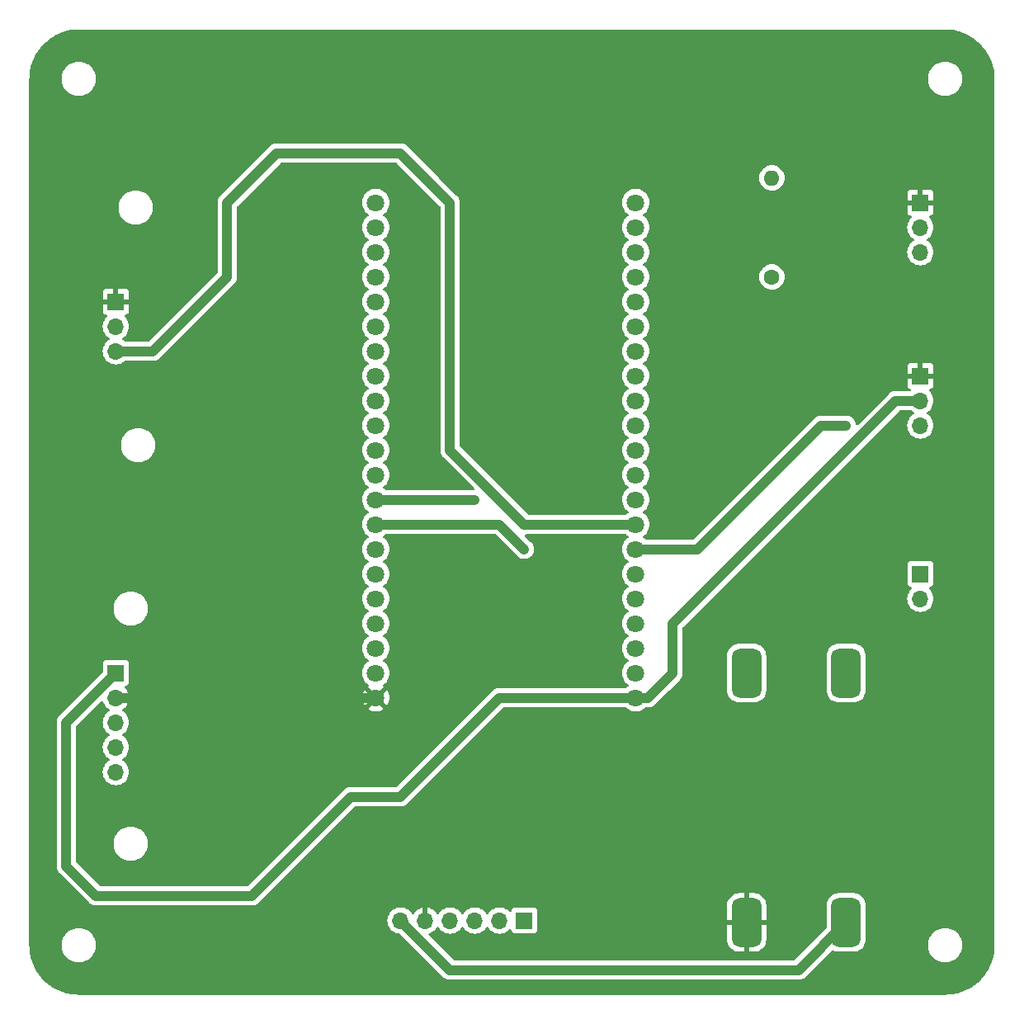
<source format=gbr>
%TF.GenerationSoftware,KiCad,Pcbnew,(7.0.0)*%
%TF.CreationDate,2023-02-28T15:26:02+00:00*%
%TF.ProjectId,Board V1.0,426f6172-6420-4563-912e-302e6b696361,rev?*%
%TF.SameCoordinates,Original*%
%TF.FileFunction,Copper,L2,Bot*%
%TF.FilePolarity,Positive*%
%FSLAX46Y46*%
G04 Gerber Fmt 4.6, Leading zero omitted, Abs format (unit mm)*
G04 Created by KiCad (PCBNEW (7.0.0)) date 2023-02-28 15:26:02*
%MOMM*%
%LPD*%
G01*
G04 APERTURE LIST*
G04 Aperture macros list*
%AMRoundRect*
0 Rectangle with rounded corners*
0 $1 Rounding radius*
0 $2 $3 $4 $5 $6 $7 $8 $9 X,Y pos of 4 corners*
0 Add a 4 corners polygon primitive as box body*
4,1,4,$2,$3,$4,$5,$6,$7,$8,$9,$2,$3,0*
0 Add four circle primitives for the rounded corners*
1,1,$1+$1,$2,$3*
1,1,$1+$1,$4,$5*
1,1,$1+$1,$6,$7*
1,1,$1+$1,$8,$9*
0 Add four rect primitives between the rounded corners*
20,1,$1+$1,$2,$3,$4,$5,0*
20,1,$1+$1,$4,$5,$6,$7,0*
20,1,$1+$1,$6,$7,$8,$9,0*
20,1,$1+$1,$8,$9,$2,$3,0*%
G04 Aperture macros list end*
%TA.AperFunction,ComponentPad*%
%ADD10C,1.800000*%
%TD*%
%TA.AperFunction,ComponentPad*%
%ADD11O,1.700000X1.700000*%
%TD*%
%TA.AperFunction,ComponentPad*%
%ADD12R,1.700000X1.700000*%
%TD*%
%TA.AperFunction,ComponentPad*%
%ADD13RoundRect,0.750000X-0.750000X1.750000X-0.750000X-1.750000X0.750000X-1.750000X0.750000X1.750000X0*%
%TD*%
%TA.AperFunction,ComponentPad*%
%ADD14C,1.600000*%
%TD*%
%TA.AperFunction,ComponentPad*%
%ADD15O,1.600000X1.600000*%
%TD*%
%TA.AperFunction,ViaPad*%
%ADD16C,1.000000*%
%TD*%
%TA.AperFunction,Conductor*%
%ADD17C,1.000000*%
%TD*%
G04 APERTURE END LIST*
D10*
%TO.P,U1,42,MIC+*%
%TO.N,unconnected-(U1-MIC+-Pad42)*%
X134620000Y-73660000D03*
%TO.P,U1,41,MIC-*%
%TO.N,unconnected-(U1-MIC--Pad41)*%
X134620000Y-76200000D03*
%TO.P,U1,40,CLK*%
%TO.N,unconnected-(U1-CLK-Pad40)*%
X134620000Y-78740000D03*
%TO.P,U1,39,SD0*%
%TO.N,unconnected-(U1-SD0-Pad39)*%
X134620000Y-81280000D03*
%TO.P,U1,38,SD1*%
%TO.N,unconnected-(U1-SD1-Pad38)*%
X134620000Y-83820000D03*
%TO.P,U1,37,GPIO15*%
%TO.N,unconnected-(U1-GPIO15-Pad37)*%
X134620000Y-86360000D03*
%TO.P,U1,36,GPIO2*%
%TO.N,unconnected-(U1-GPIO2-Pad36)*%
X134620000Y-88900000D03*
%TO.P,U1,35,GPIO0*%
%TO.N,unconnected-(U1-GPIO0-Pad35)*%
X134620000Y-91440000D03*
%TO.P,U1,34,GPIO4*%
%TO.N,Temperature Data*%
X134620000Y-93980000D03*
%TO.P,U1,33,NC*%
%TO.N,unconnected-(U1-NC-Pad33)*%
X134620000Y-96520000D03*
%TO.P,U1,32,NC*%
%TO.N,unconnected-(U1-NC-Pad32)*%
X134620000Y-99060000D03*
%TO.P,U1,31,GPIO5*%
%TO.N,SS*%
X134620000Y-101600000D03*
%TO.P,U1,30,GPIO18*%
%TO.N,SCK*%
X134620000Y-104140000D03*
%TO.P,U1,29,GPIO19*%
%TO.N,MISO*%
X134620000Y-106680000D03*
%TO.P,U1,28,GND*%
%TO.N,unconnected-(U1-GND-Pad28)*%
X134620000Y-109220000D03*
%TO.P,U1,27,GPIO21*%
%TO.N,TX*%
X134620000Y-111760000D03*
%TO.P,U1,26,RX*%
%TO.N,unconnected-(U1-RX-Pad26)*%
X134620000Y-114300000D03*
%TO.P,U1,25,TX*%
%TO.N,unconnected-(U1-TX-Pad25)*%
X134620000Y-116840000D03*
%TO.P,U1,24,GPIO22*%
%TO.N,RX*%
X134620000Y-119380000D03*
%TO.P,U1,23,GPIO23*%
%TO.N,MOSI*%
X134620000Y-121920000D03*
%TO.P,U1,22,GND*%
%TO.N,GND*%
X134620000Y-124460000D03*
%TO.P,U1,21,SPK-*%
%TO.N,unconnected-(U1-SPK--Pad21)*%
X161290000Y-73660000D03*
%TO.P,U1,20,SPK+*%
%TO.N,unconnected-(U1-SPK+-Pad20)*%
X161290000Y-76200000D03*
%TO.P,U1,19,5V*%
%TO.N,+5V*%
X161290000Y-78740000D03*
%TO.P,U1,18,CMD*%
%TO.N,unconnected-(U1-CMD-Pad18)*%
X161290000Y-81280000D03*
%TO.P,U1,17,SD3*%
%TO.N,unconnected-(U1-SD3-Pad17)*%
X161290000Y-83820000D03*
%TO.P,U1,16,SD2*%
%TO.N,unconnected-(U1-SD2-Pad16)*%
X161290000Y-86360000D03*
%TO.P,U1,15,GPIO13*%
%TO.N,unconnected-(U1-GPIO13-Pad15)*%
X161290000Y-88900000D03*
%TO.P,U1,14,GND*%
%TO.N,unconnected-(U1-GND-Pad14)*%
X161290000Y-91440000D03*
%TO.P,U1,13,GPIO12*%
%TO.N,unconnected-(U1-GPIO12-Pad13)*%
X161290000Y-93980000D03*
%TO.P,U1,12,GPIO14*%
%TO.N,unconnected-(U1-GPIO14-Pad12)*%
X161290000Y-96520000D03*
%TO.P,U1,11,GPIO27*%
%TO.N,unconnected-(U1-GPIO27-Pad11)*%
X161290000Y-99060000D03*
%TO.P,U1,10,GPIO26*%
%TO.N,unconnected-(U1-GPIO26-Pad10)*%
X161290000Y-101600000D03*
%TO.P,U1,9,GPIO25*%
%TO.N,unconnected-(U1-GPIO25-Pad9)*%
X161290000Y-104140000D03*
%TO.P,U1,8,GPIO33*%
%TO.N,pH Analog*%
X161290000Y-106680000D03*
%TO.P,U1,7,GPIO32*%
%TO.N,Level Sensor*%
X161290000Y-109220000D03*
%TO.P,U1,6,GPIO35*%
%TO.N,unconnected-(U1-GPIO35-Pad6)*%
X161290000Y-111760000D03*
%TO.P,U1,5,GPIO34*%
%TO.N,unconnected-(U1-GPIO34-Pad5)*%
X161290000Y-114300000D03*
%TO.P,U1,4,GPIO39*%
%TO.N,unconnected-(U1-GPIO39-Pad4)*%
X161290000Y-116840000D03*
%TO.P,U1,3,GPIO36*%
%TO.N,unconnected-(U1-GPIO36-Pad3)*%
X161290000Y-119380000D03*
%TO.P,U1,2,NC*%
%TO.N,unconnected-(U1-NC-Pad2)*%
X161290000Y-121920000D03*
%TO.P,U1,1,3V3*%
%TO.N,+3.3V*%
X161290000Y-124460000D03*
%TD*%
D11*
%TO.P,J6,2,Pin_2*%
%TO.N,Net-(J6-Pin_2)*%
X190499999Y-114299999D03*
D12*
%TO.P,J6,1,Pin_1*%
%TO.N,Net-(J6-Pin_1)*%
X190499999Y-111759999D03*
%TD*%
%TO.P,J5,1,Pin_1*%
%TO.N,GND*%
X190499999Y-91439999D03*
D11*
%TO.P,J5,2,Pin_2*%
%TO.N,+3.3V*%
X190499999Y-93979999D03*
%TO.P,J5,3,Pin_3*%
%TO.N,Level Sensor*%
X190499999Y-96519999D03*
%TD*%
D12*
%TO.P,J4,1,Pin_1*%
%TO.N,GND*%
X190499999Y-73659999D03*
D11*
%TO.P,J4,2,Pin_2*%
%TO.N,Temperature Data*%
X190499999Y-76199999D03*
%TO.P,J4,3,Pin_3*%
%TO.N,+3.3V*%
X190499999Y-78739999D03*
%TD*%
D12*
%TO.P,J2,1,Pin_1*%
%TO.N,GND*%
X107949999Y-83819999D03*
D11*
%TO.P,J2,2,Pin_2*%
%TO.N,+3.3V*%
X107949999Y-86359999D03*
%TO.P,J2,3,Pin_3*%
%TO.N,pH Analog*%
X107949999Y-88899999D03*
%TD*%
D12*
%TO.P,J3,1,Pin_1*%
%TO.N,+3.3V*%
X107949999Y-121919999D03*
D11*
%TO.P,J3,2,Pin_2*%
%TO.N,GND*%
X107949999Y-124459999D03*
%TO.P,J3,3,Pin_3*%
%TO.N,unconnected-(J3-Pin_3-Pad3)*%
X107949999Y-126999999D03*
%TO.P,J3,4,Pin_4*%
%TO.N,TX*%
X107949999Y-129539999D03*
%TO.P,J3,5,Pin_5*%
%TO.N,RX*%
X107949999Y-132079999D03*
%TD*%
D12*
%TO.P,J1,1,Pin_1*%
%TO.N,MISO*%
X149859999Y-147319999D03*
D11*
%TO.P,J1,2,Pin_2*%
%TO.N,SCK*%
X147319999Y-147319999D03*
%TO.P,J1,3,Pin_3*%
%TO.N,SS*%
X144779999Y-147319999D03*
%TO.P,J1,4,Pin_4*%
%TO.N,MOSI*%
X142239999Y-147319999D03*
%TO.P,J1,5,Pin_5*%
%TO.N,GND*%
X139699999Y-147319999D03*
%TO.P,J1,6,Pin_6*%
%TO.N,+5V*%
X137159999Y-147319999D03*
%TD*%
D13*
%TO.P,MT3608 Module,1,VIN+*%
%TO.N,+5V*%
X182880000Y-147520000D03*
%TO.P,MT3608 Module,2,VIN-*%
%TO.N,GND*%
X172680000Y-147520000D03*
%TO.P,MT3608 Module,3,VOUT+*%
%TO.N,Net-(J6-Pin_2)*%
X182880000Y-121920000D03*
%TO.P,MT3608 Module,4,VOUT-*%
%TO.N,Net-(J6-Pin_1)*%
X172680000Y-121920000D03*
%TD*%
D14*
%TO.P,R1,1*%
%TO.N,+3.3V*%
X175260000Y-81280000D03*
D15*
%TO.P,R1,2*%
%TO.N,Temperature Data*%
X175259999Y-71119999D03*
%TD*%
D16*
%TO.N,Level Sensor*%
X182880000Y-96520000D03*
%TO.N,MISO*%
X149860000Y-109220000D03*
%TO.N,SCK*%
X144780000Y-104140000D03*
%TD*%
D17*
%TO.N,+3.3V*%
X147320000Y-124460000D02*
X161290000Y-124460000D01*
X132080000Y-134620000D02*
X137160000Y-134620000D01*
X121920000Y-144780000D02*
X132080000Y-134620000D01*
X102870000Y-127000000D02*
X102870000Y-141732000D01*
X137160000Y-134620000D02*
X147320000Y-124460000D01*
X107950000Y-121920000D02*
X102870000Y-127000000D01*
X102870000Y-141732000D02*
X105918000Y-144780000D01*
X105918000Y-144780000D02*
X121920000Y-144780000D01*
X162560000Y-124460000D02*
X161290000Y-124460000D01*
X165100000Y-121920000D02*
X162560000Y-124460000D01*
X165100000Y-116840000D02*
X165100000Y-121920000D01*
X187960000Y-93980000D02*
X165100000Y-116840000D01*
X190500000Y-93980000D02*
X187960000Y-93980000D01*
%TO.N,Level Sensor*%
X180340000Y-96520000D02*
X182880000Y-96520000D01*
X167640000Y-109220000D02*
X180340000Y-96520000D01*
X161290000Y-109220000D02*
X167640000Y-109220000D01*
%TO.N,pH Analog*%
X111760000Y-88900000D02*
X107950000Y-88900000D01*
X119380000Y-73660000D02*
X119380000Y-81280000D01*
X119380000Y-81280000D02*
X111760000Y-88900000D01*
X142240000Y-73660000D02*
X137160000Y-68580000D01*
X137160000Y-68580000D02*
X124460000Y-68580000D01*
X124460000Y-68580000D02*
X119380000Y-73660000D01*
X142240000Y-99060000D02*
X142240000Y-73660000D01*
X149860000Y-106680000D02*
X142240000Y-99060000D01*
X161290000Y-106680000D02*
X149860000Y-106680000D01*
%TO.N,+5V*%
X178000000Y-152400000D02*
X182880000Y-147520000D01*
X142240000Y-152400000D02*
X178000000Y-152400000D01*
X137160000Y-147320000D02*
X142240000Y-152400000D01*
%TO.N,MISO*%
X147320000Y-106680000D02*
X134620000Y-106680000D01*
X149860000Y-109220000D02*
X147320000Y-106680000D01*
%TO.N,SCK*%
X144780000Y-104140000D02*
X134620000Y-104140000D01*
%TO.N,GND*%
X107950000Y-124460000D02*
X134620000Y-124460000D01*
%TD*%
%TA.AperFunction,Conductor*%
%TO.N,GND*%
G36*
X193042562Y-55880605D02*
G01*
X193257373Y-55889490D01*
X193460249Y-55898348D01*
X193470120Y-55899177D01*
X193685510Y-55926026D01*
X193685963Y-55926084D01*
X193888504Y-55952749D01*
X193897718Y-55954319D01*
X194109797Y-55998787D01*
X194110827Y-55999009D01*
X194310566Y-56043290D01*
X194319092Y-56045502D01*
X194456957Y-56086546D01*
X194526503Y-56107251D01*
X194528407Y-56107835D01*
X194579925Y-56124078D01*
X194723404Y-56169316D01*
X194731119Y-56172034D01*
X194932754Y-56250712D01*
X194935027Y-56251626D01*
X195123987Y-56329896D01*
X195130965Y-56333043D01*
X195325405Y-56428098D01*
X195328080Y-56429449D01*
X195418300Y-56476415D01*
X195509482Y-56523882D01*
X195515698Y-56527348D01*
X195701533Y-56638081D01*
X195704685Y-56640024D01*
X195877116Y-56749875D01*
X195882545Y-56753538D01*
X196058570Y-56879218D01*
X196062002Y-56881759D01*
X196224219Y-57006232D01*
X196228874Y-57009985D01*
X196393920Y-57149771D01*
X196397552Y-57152972D01*
X196548327Y-57291132D01*
X196552235Y-57294873D01*
X196705125Y-57447763D01*
X196708866Y-57451671D01*
X196847026Y-57602446D01*
X196850227Y-57606078D01*
X196990013Y-57771124D01*
X196993766Y-57775779D01*
X197118239Y-57937996D01*
X197120780Y-57941428D01*
X197246460Y-58117453D01*
X197250123Y-58122882D01*
X197359974Y-58295313D01*
X197361917Y-58298465D01*
X197472650Y-58484300D01*
X197476116Y-58490516D01*
X197570534Y-58671889D01*
X197571946Y-58674686D01*
X197666942Y-58869004D01*
X197670102Y-58876011D01*
X197748351Y-59064920D01*
X197749307Y-59067298D01*
X197801305Y-59200556D01*
X197810932Y-59225229D01*
X197827949Y-59268838D01*
X197830693Y-59276627D01*
X197892163Y-59471591D01*
X197892747Y-59473495D01*
X197954494Y-59680898D01*
X197956710Y-59689441D01*
X198000949Y-59888987D01*
X198001249Y-59890380D01*
X198045675Y-60102260D01*
X198047253Y-60111521D01*
X198073887Y-60313829D01*
X198073996Y-60314676D01*
X198100818Y-60529849D01*
X198101652Y-60539778D01*
X198110512Y-60742701D01*
X198110524Y-60742986D01*
X198119394Y-60957438D01*
X198119500Y-60962562D01*
X198119500Y-149857438D01*
X198119394Y-149862562D01*
X198110524Y-150077013D01*
X198110512Y-150077298D01*
X198101652Y-150280220D01*
X198100818Y-150290149D01*
X198073996Y-150505322D01*
X198073887Y-150506169D01*
X198047253Y-150708477D01*
X198045675Y-150717738D01*
X198001249Y-150929618D01*
X198000949Y-150931011D01*
X197956710Y-151130557D01*
X197954494Y-151139100D01*
X197892747Y-151346503D01*
X197892163Y-151348407D01*
X197830693Y-151543371D01*
X197827949Y-151551160D01*
X197749307Y-151752700D01*
X197748351Y-151755078D01*
X197670102Y-151943987D01*
X197666942Y-151950994D01*
X197571946Y-152145312D01*
X197570534Y-152148109D01*
X197476116Y-152329482D01*
X197472650Y-152335698D01*
X197361917Y-152521533D01*
X197359974Y-152524685D01*
X197250123Y-152697116D01*
X197246460Y-152702545D01*
X197120780Y-152878570D01*
X197118239Y-152882002D01*
X196993766Y-153044219D01*
X196990013Y-153048874D01*
X196850227Y-153213920D01*
X196847026Y-153217552D01*
X196708866Y-153368327D01*
X196705125Y-153372235D01*
X196552235Y-153525125D01*
X196548327Y-153528866D01*
X196397552Y-153667026D01*
X196393920Y-153670227D01*
X196228874Y-153810013D01*
X196224219Y-153813766D01*
X196062002Y-153938239D01*
X196058570Y-153940780D01*
X195882545Y-154066460D01*
X195877116Y-154070123D01*
X195704685Y-154179974D01*
X195701533Y-154181917D01*
X195515698Y-154292650D01*
X195509482Y-154296116D01*
X195328109Y-154390534D01*
X195325312Y-154391946D01*
X195130994Y-154486942D01*
X195123987Y-154490102D01*
X194935078Y-154568351D01*
X194932700Y-154569307D01*
X194731160Y-154647949D01*
X194723371Y-154650693D01*
X194528407Y-154712163D01*
X194526503Y-154712747D01*
X194319100Y-154774494D01*
X194310557Y-154776710D01*
X194111011Y-154820949D01*
X194109618Y-154821249D01*
X193897738Y-154865675D01*
X193888477Y-154867253D01*
X193686169Y-154893887D01*
X193685322Y-154893996D01*
X193470149Y-154920818D01*
X193460220Y-154921652D01*
X193257408Y-154930507D01*
X193257124Y-154930519D01*
X193042563Y-154939394D01*
X193037438Y-154939500D01*
X104142562Y-154939500D01*
X104137437Y-154939394D01*
X103922874Y-154930519D01*
X103922590Y-154930507D01*
X103719778Y-154921652D01*
X103709849Y-154920818D01*
X103494676Y-154893996D01*
X103493829Y-154893887D01*
X103291521Y-154867253D01*
X103282260Y-154865675D01*
X103070380Y-154821249D01*
X103068987Y-154820949D01*
X102869441Y-154776710D01*
X102860898Y-154774494D01*
X102653495Y-154712747D01*
X102651591Y-154712163D01*
X102456627Y-154650693D01*
X102448845Y-154647951D01*
X102318255Y-154596995D01*
X102247298Y-154569307D01*
X102244920Y-154568351D01*
X102056011Y-154490102D01*
X102049004Y-154486942D01*
X101854657Y-154391931D01*
X101851889Y-154390534D01*
X101670516Y-154296116D01*
X101664300Y-154292650D01*
X101478465Y-154181917D01*
X101475313Y-154179974D01*
X101302882Y-154070123D01*
X101297453Y-154066460D01*
X101121428Y-153940780D01*
X101117996Y-153938239D01*
X100955779Y-153813766D01*
X100951124Y-153810013D01*
X100786078Y-153670227D01*
X100782446Y-153667026D01*
X100631671Y-153528866D01*
X100627763Y-153525125D01*
X100474873Y-153372235D01*
X100471132Y-153368327D01*
X100332972Y-153217552D01*
X100329771Y-153213920D01*
X100189985Y-153048874D01*
X100186232Y-153044219D01*
X100061759Y-152882002D01*
X100059218Y-152878570D01*
X99933538Y-152702545D01*
X99929875Y-152697116D01*
X99820024Y-152524685D01*
X99818081Y-152521533D01*
X99707348Y-152335698D01*
X99703882Y-152329482D01*
X99609464Y-152148109D01*
X99608098Y-152145404D01*
X99513043Y-151950965D01*
X99509896Y-151943987D01*
X99431626Y-151755027D01*
X99430712Y-151752754D01*
X99352034Y-151551119D01*
X99349316Y-151543404D01*
X99287835Y-151348407D01*
X99287251Y-151346503D01*
X99225504Y-151139100D01*
X99223288Y-151130557D01*
X99179009Y-150930827D01*
X99178787Y-150929797D01*
X99134319Y-150717718D01*
X99132749Y-150708504D01*
X99106084Y-150505963D01*
X99106025Y-150505502D01*
X99079177Y-150290120D01*
X99078348Y-150280249D01*
X99069487Y-150077298D01*
X99065925Y-149991182D01*
X102389500Y-149991182D01*
X102390189Y-149995754D01*
X102390190Y-149995765D01*
X102427912Y-150246028D01*
X102427913Y-150246035D01*
X102428604Y-150250615D01*
X102429969Y-150255043D01*
X102429971Y-150255048D01*
X102504569Y-150496891D01*
X102504573Y-150496901D01*
X102505937Y-150501323D01*
X102507946Y-150505496D01*
X102507949Y-150505502D01*
X102515172Y-150520500D01*
X102619772Y-150737704D01*
X102767567Y-150954479D01*
X102946019Y-151146805D01*
X103151143Y-151310386D01*
X103378357Y-151441568D01*
X103622584Y-151537420D01*
X103878370Y-151595802D01*
X104074506Y-151610500D01*
X104203177Y-151610500D01*
X104205494Y-151610500D01*
X104401630Y-151595802D01*
X104657416Y-151537420D01*
X104901643Y-151441568D01*
X105128857Y-151310386D01*
X105333981Y-151146805D01*
X105512433Y-150954479D01*
X105660228Y-150737704D01*
X105774063Y-150501323D01*
X105851396Y-150250615D01*
X105890500Y-149991182D01*
X105890500Y-149728818D01*
X105851396Y-149469385D01*
X105774063Y-149218677D01*
X105660228Y-148982296D01*
X105512433Y-148765521D01*
X105333981Y-148573195D01*
X105128857Y-148409614D01*
X104912590Y-148284752D01*
X104905664Y-148280753D01*
X104905658Y-148280750D01*
X104901643Y-148278432D01*
X104897324Y-148276737D01*
X104897318Y-148276734D01*
X104661738Y-148184276D01*
X104661734Y-148184275D01*
X104657416Y-148182580D01*
X104652893Y-148181547D01*
X104652891Y-148181547D01*
X104406149Y-148125229D01*
X104406143Y-148125228D01*
X104401630Y-148124198D01*
X104397008Y-148123851D01*
X104397004Y-148123851D01*
X104207808Y-148109673D01*
X104207797Y-148109672D01*
X104205494Y-148109500D01*
X104074506Y-148109500D01*
X104072203Y-148109672D01*
X104072191Y-148109673D01*
X103882995Y-148123851D01*
X103882989Y-148123851D01*
X103878370Y-148124198D01*
X103873858Y-148125227D01*
X103873850Y-148125229D01*
X103627108Y-148181547D01*
X103627102Y-148181548D01*
X103622584Y-148182580D01*
X103618268Y-148184273D01*
X103618261Y-148184276D01*
X103382681Y-148276734D01*
X103382670Y-148276739D01*
X103378357Y-148278432D01*
X103374346Y-148280747D01*
X103374335Y-148280753D01*
X103160830Y-148404021D01*
X103151143Y-148409614D01*
X103147519Y-148412503D01*
X103147516Y-148412506D01*
X102949646Y-148570302D01*
X102949641Y-148570306D01*
X102946019Y-148573195D01*
X102942865Y-148576593D01*
X102942863Y-148576596D01*
X102770719Y-148762123D01*
X102770713Y-148762129D01*
X102767567Y-148765521D01*
X102619772Y-148982296D01*
X102617759Y-148986474D01*
X102617756Y-148986481D01*
X102507949Y-149214497D01*
X102507944Y-149214508D01*
X102505937Y-149218677D01*
X102504574Y-149223093D01*
X102504569Y-149223108D01*
X102429971Y-149464951D01*
X102429968Y-149464959D01*
X102428604Y-149469385D01*
X102427914Y-149473961D01*
X102427912Y-149473971D01*
X102390190Y-149724234D01*
X102390189Y-149724246D01*
X102389500Y-149728818D01*
X102389500Y-149991182D01*
X99065925Y-149991182D01*
X99060605Y-149862562D01*
X99060500Y-149857439D01*
X99060500Y-147320000D01*
X135804341Y-147320000D01*
X135824937Y-147555408D01*
X135826336Y-147560630D01*
X135826337Y-147560634D01*
X135884694Y-147778430D01*
X135884697Y-147778438D01*
X135886097Y-147783663D01*
X135888385Y-147788570D01*
X135888386Y-147788572D01*
X135983678Y-147992927D01*
X135983681Y-147992933D01*
X135985965Y-147997830D01*
X135989064Y-148002257D01*
X135989066Y-148002259D01*
X136118399Y-148186966D01*
X136118402Y-148186970D01*
X136121505Y-148191401D01*
X136288599Y-148358495D01*
X136293031Y-148361598D01*
X136293033Y-148361600D01*
X136437260Y-148462589D01*
X136482170Y-148494035D01*
X136696337Y-148593903D01*
X136924592Y-148655063D01*
X137050096Y-148666043D01*
X137091693Y-148677189D01*
X137126969Y-148701890D01*
X141522431Y-153097351D01*
X141524624Y-153099600D01*
X141584941Y-153163053D01*
X141590100Y-153166644D01*
X141590104Y-153166647D01*
X141633362Y-153196755D01*
X141640871Y-153202416D01*
X141686593Y-153239698D01*
X141692171Y-153242611D01*
X141692170Y-153242611D01*
X141713556Y-153253782D01*
X141726980Y-153261915D01*
X141751951Y-153279295D01*
X141800787Y-153300252D01*
X141806163Y-153302559D01*
X141814675Y-153306602D01*
X141851886Y-153326040D01*
X141866951Y-153333909D01*
X141896199Y-153342277D01*
X141910975Y-153347538D01*
X141938942Y-153359540D01*
X141996718Y-153371413D01*
X142005866Y-153373658D01*
X142062582Y-153389887D01*
X142092916Y-153392196D01*
X142108463Y-153394377D01*
X142132095Y-153399234D01*
X142132102Y-153399234D01*
X142138259Y-153400500D01*
X142197241Y-153400500D01*
X142206656Y-153400858D01*
X142265476Y-153405337D01*
X142295651Y-153401493D01*
X142311317Y-153400500D01*
X177985722Y-153400500D01*
X177988862Y-153400539D01*
X178076363Y-153402757D01*
X178134458Y-153392344D01*
X178143739Y-153391042D01*
X178202438Y-153385074D01*
X178231464Y-153375966D01*
X178246713Y-153372224D01*
X178276653Y-153366858D01*
X178331423Y-153344980D01*
X178340303Y-153341818D01*
X178396588Y-153324159D01*
X178423194Y-153309390D01*
X178437362Y-153302662D01*
X178465617Y-153291377D01*
X178514891Y-153258902D01*
X178522910Y-153254043D01*
X178574502Y-153225409D01*
X178587884Y-153213920D01*
X178597583Y-153205594D01*
X178610125Y-153196137D01*
X178635519Y-153179402D01*
X178677238Y-153137681D01*
X178684122Y-153131301D01*
X178728895Y-153092866D01*
X178747524Y-153068798D01*
X178757884Y-153057035D01*
X181410117Y-150404802D01*
X181451631Y-150377399D01*
X181500577Y-150368516D01*
X181549075Y-150379585D01*
X181715317Y-150455096D01*
X181933588Y-150510096D01*
X182065783Y-150520500D01*
X183694216Y-150520499D01*
X183826412Y-150510096D01*
X184044683Y-150455096D01*
X184249626Y-150362007D01*
X184434654Y-150233819D01*
X184593819Y-150074654D01*
X184651649Y-149991182D01*
X191289500Y-149991182D01*
X191290189Y-149995754D01*
X191290190Y-149995765D01*
X191327912Y-150246028D01*
X191327913Y-150246035D01*
X191328604Y-150250615D01*
X191329969Y-150255043D01*
X191329971Y-150255048D01*
X191404569Y-150496891D01*
X191404573Y-150496901D01*
X191405937Y-150501323D01*
X191407946Y-150505496D01*
X191407949Y-150505502D01*
X191415172Y-150520500D01*
X191519772Y-150737704D01*
X191667567Y-150954479D01*
X191846019Y-151146805D01*
X192051143Y-151310386D01*
X192278357Y-151441568D01*
X192522584Y-151537420D01*
X192778370Y-151595802D01*
X192974506Y-151610500D01*
X193103177Y-151610500D01*
X193105494Y-151610500D01*
X193301630Y-151595802D01*
X193557416Y-151537420D01*
X193801643Y-151441568D01*
X194028857Y-151310386D01*
X194233981Y-151146805D01*
X194412433Y-150954479D01*
X194560228Y-150737704D01*
X194674063Y-150501323D01*
X194751396Y-150250615D01*
X194790500Y-149991182D01*
X194790500Y-149728818D01*
X194751396Y-149469385D01*
X194674063Y-149218677D01*
X194560228Y-148982296D01*
X194412433Y-148765521D01*
X194233981Y-148573195D01*
X194028857Y-148409614D01*
X193812590Y-148284752D01*
X193805664Y-148280753D01*
X193805658Y-148280750D01*
X193801643Y-148278432D01*
X193797324Y-148276737D01*
X193797318Y-148276734D01*
X193561738Y-148184276D01*
X193561734Y-148184275D01*
X193557416Y-148182580D01*
X193552893Y-148181547D01*
X193552891Y-148181547D01*
X193306149Y-148125229D01*
X193306143Y-148125228D01*
X193301630Y-148124198D01*
X193297008Y-148123851D01*
X193297004Y-148123851D01*
X193107808Y-148109673D01*
X193107797Y-148109672D01*
X193105494Y-148109500D01*
X192974506Y-148109500D01*
X192972203Y-148109672D01*
X192972191Y-148109673D01*
X192782995Y-148123851D01*
X192782989Y-148123851D01*
X192778370Y-148124198D01*
X192773858Y-148125227D01*
X192773850Y-148125229D01*
X192527108Y-148181547D01*
X192527102Y-148181548D01*
X192522584Y-148182580D01*
X192518268Y-148184273D01*
X192518261Y-148184276D01*
X192282681Y-148276734D01*
X192282670Y-148276739D01*
X192278357Y-148278432D01*
X192274346Y-148280747D01*
X192274335Y-148280753D01*
X192060830Y-148404021D01*
X192051143Y-148409614D01*
X192047519Y-148412503D01*
X192047516Y-148412506D01*
X191849646Y-148570302D01*
X191849641Y-148570306D01*
X191846019Y-148573195D01*
X191842865Y-148576593D01*
X191842863Y-148576596D01*
X191670719Y-148762123D01*
X191670713Y-148762129D01*
X191667567Y-148765521D01*
X191519772Y-148982296D01*
X191517759Y-148986474D01*
X191517756Y-148986481D01*
X191407949Y-149214497D01*
X191407944Y-149214508D01*
X191405937Y-149218677D01*
X191404574Y-149223093D01*
X191404569Y-149223108D01*
X191329971Y-149464951D01*
X191329968Y-149464959D01*
X191328604Y-149469385D01*
X191327914Y-149473961D01*
X191327912Y-149473971D01*
X191290190Y-149724234D01*
X191290189Y-149724246D01*
X191289500Y-149728818D01*
X191289500Y-149991182D01*
X184651649Y-149991182D01*
X184722007Y-149889626D01*
X184815096Y-149684683D01*
X184870096Y-149466412D01*
X184880500Y-149334217D01*
X184880499Y-145705784D01*
X184870096Y-145573588D01*
X184815096Y-145355317D01*
X184722007Y-145150374D01*
X184597217Y-144970250D01*
X184596994Y-144969928D01*
X184596990Y-144969923D01*
X184593819Y-144965346D01*
X184434654Y-144806181D01*
X184430077Y-144803010D01*
X184430071Y-144803005D01*
X184254206Y-144681166D01*
X184254205Y-144681165D01*
X184249626Y-144677993D01*
X184168684Y-144641227D01*
X184049756Y-144587208D01*
X184049753Y-144587207D01*
X184044683Y-144584904D01*
X184039278Y-144583542D01*
X183831479Y-144531180D01*
X183831470Y-144531178D01*
X183826412Y-144529904D01*
X183821211Y-144529494D01*
X183821207Y-144529494D01*
X183696651Y-144519691D01*
X183696636Y-144519690D01*
X183694217Y-144519500D01*
X183691771Y-144519500D01*
X182068229Y-144519500D01*
X182068203Y-144519500D01*
X182065784Y-144519501D01*
X182063365Y-144519691D01*
X182063348Y-144519692D01*
X181938791Y-144529494D01*
X181938784Y-144529495D01*
X181933588Y-144529904D01*
X181928528Y-144531179D01*
X181928522Y-144531180D01*
X181720721Y-144583542D01*
X181720717Y-144583543D01*
X181715317Y-144584904D01*
X181710249Y-144587205D01*
X181710243Y-144587208D01*
X181515448Y-144675688D01*
X181515445Y-144675689D01*
X181510374Y-144677993D01*
X181505798Y-144681162D01*
X181505793Y-144681166D01*
X181329928Y-144803005D01*
X181329916Y-144803014D01*
X181325346Y-144806181D01*
X181321409Y-144810117D01*
X181321403Y-144810123D01*
X181170123Y-144961403D01*
X181170117Y-144961409D01*
X181166181Y-144965346D01*
X181163014Y-144969916D01*
X181163005Y-144969928D01*
X181041166Y-145145793D01*
X181041162Y-145145798D01*
X181037993Y-145150374D01*
X181035689Y-145155445D01*
X181035688Y-145155448D01*
X180947208Y-145350243D01*
X180947205Y-145350249D01*
X180944904Y-145355317D01*
X180943543Y-145360717D01*
X180943542Y-145360721D01*
X180891180Y-145568520D01*
X180891178Y-145568531D01*
X180889904Y-145573588D01*
X180889494Y-145578786D01*
X180889494Y-145578792D01*
X180879691Y-145703348D01*
X180879690Y-145703364D01*
X180879500Y-145705783D01*
X180879500Y-145708228D01*
X180879500Y-148054216D01*
X180870061Y-148101669D01*
X180843181Y-148141897D01*
X177621899Y-151363181D01*
X177581671Y-151390061D01*
X177534218Y-151399500D01*
X142705783Y-151399500D01*
X142658330Y-151390061D01*
X142618102Y-151363181D01*
X140586665Y-149331744D01*
X170680001Y-149331744D01*
X170680192Y-149336625D01*
X170689990Y-149461129D01*
X170691674Y-149471392D01*
X170744017Y-149679120D01*
X170747679Y-149689585D01*
X170836126Y-149884306D01*
X170841603Y-149893958D01*
X170963390Y-150069749D01*
X170970508Y-150078274D01*
X171121725Y-150229491D01*
X171130250Y-150236609D01*
X171306041Y-150358396D01*
X171315693Y-150363873D01*
X171510414Y-150452320D01*
X171520879Y-150455982D01*
X171728608Y-150508325D01*
X171738869Y-150510009D01*
X171863374Y-150519808D01*
X171868254Y-150520000D01*
X172413674Y-150520000D01*
X172426549Y-150516549D01*
X172430000Y-150503674D01*
X172430000Y-150503673D01*
X172930000Y-150503673D01*
X172933450Y-150516548D01*
X172946326Y-150519999D01*
X173491744Y-150519999D01*
X173496625Y-150519807D01*
X173621129Y-150510009D01*
X173631392Y-150508325D01*
X173839120Y-150455982D01*
X173849585Y-150452320D01*
X174044306Y-150363873D01*
X174053958Y-150358396D01*
X174229749Y-150236609D01*
X174238274Y-150229491D01*
X174389491Y-150078274D01*
X174396609Y-150069749D01*
X174518396Y-149893958D01*
X174523873Y-149884306D01*
X174612320Y-149689585D01*
X174615982Y-149679120D01*
X174668325Y-149471391D01*
X174670009Y-149461130D01*
X174679808Y-149336625D01*
X174680000Y-149331746D01*
X174680000Y-147786326D01*
X174676549Y-147773450D01*
X174663674Y-147770000D01*
X172946326Y-147770000D01*
X172933450Y-147773450D01*
X172930000Y-147786326D01*
X172930000Y-150503673D01*
X172430000Y-150503673D01*
X172430000Y-147786326D01*
X172426549Y-147773450D01*
X172413674Y-147770000D01*
X170696327Y-147770000D01*
X170683451Y-147773450D01*
X170680001Y-147786326D01*
X170680001Y-149331744D01*
X140586665Y-149331744D01*
X140066817Y-148811896D01*
X140034723Y-148756308D01*
X140034723Y-148692121D01*
X140066817Y-148636533D01*
X140122405Y-148604440D01*
X140158261Y-148594832D01*
X140168397Y-148591143D01*
X140372676Y-148495886D01*
X140382008Y-148490498D01*
X140566643Y-148361215D01*
X140574909Y-148354278D01*
X140734278Y-148194909D01*
X140741219Y-148186638D01*
X140868119Y-148005406D01*
X140912437Y-147966540D01*
X140969694Y-147952529D01*
X141026951Y-147966540D01*
X141071269Y-148005405D01*
X141198399Y-148186966D01*
X141198402Y-148186970D01*
X141201505Y-148191401D01*
X141368599Y-148358495D01*
X141373031Y-148361598D01*
X141373033Y-148361600D01*
X141517260Y-148462589D01*
X141562170Y-148494035D01*
X141776337Y-148593903D01*
X142004592Y-148655063D01*
X142240000Y-148675659D01*
X142475408Y-148655063D01*
X142703663Y-148593903D01*
X142917830Y-148494035D01*
X143111401Y-148358495D01*
X143278495Y-148191401D01*
X143408424Y-148005842D01*
X143452743Y-147966976D01*
X143510000Y-147952965D01*
X143567257Y-147966976D01*
X143611575Y-148005842D01*
X143738395Y-148186961D01*
X143738401Y-148186968D01*
X143741505Y-148191401D01*
X143908599Y-148358495D01*
X143913031Y-148361598D01*
X143913033Y-148361600D01*
X144057260Y-148462589D01*
X144102170Y-148494035D01*
X144316337Y-148593903D01*
X144544592Y-148655063D01*
X144780000Y-148675659D01*
X145015408Y-148655063D01*
X145243663Y-148593903D01*
X145457830Y-148494035D01*
X145651401Y-148358495D01*
X145818495Y-148191401D01*
X145948424Y-148005842D01*
X145992743Y-147966976D01*
X146050000Y-147952965D01*
X146107257Y-147966976D01*
X146151575Y-148005842D01*
X146278395Y-148186961D01*
X146278401Y-148186968D01*
X146281505Y-148191401D01*
X146448599Y-148358495D01*
X146453031Y-148361598D01*
X146453033Y-148361600D01*
X146597260Y-148462589D01*
X146642170Y-148494035D01*
X146856337Y-148593903D01*
X147084592Y-148655063D01*
X147320000Y-148675659D01*
X147555408Y-148655063D01*
X147783663Y-148593903D01*
X147997830Y-148494035D01*
X148191401Y-148358495D01*
X148313329Y-148236566D01*
X148366072Y-148205273D01*
X148427365Y-148203084D01*
X148482210Y-148230537D01*
X148517189Y-148280916D01*
X148566204Y-148412331D01*
X148571518Y-148419430D01*
X148571519Y-148419431D01*
X148627367Y-148494035D01*
X148652454Y-148527546D01*
X148767669Y-148613796D01*
X148902517Y-148664091D01*
X148962127Y-148670500D01*
X150757872Y-148670499D01*
X150817483Y-148664091D01*
X150952331Y-148613796D01*
X151067546Y-148527546D01*
X151153796Y-148412331D01*
X151204091Y-148277483D01*
X151210500Y-148217873D01*
X151210499Y-147253674D01*
X170680000Y-147253674D01*
X170683450Y-147266549D01*
X170696326Y-147270000D01*
X172413674Y-147270000D01*
X172426549Y-147266549D01*
X172430000Y-147253674D01*
X172930000Y-147253674D01*
X172933450Y-147266549D01*
X172946326Y-147270000D01*
X174663673Y-147270000D01*
X174676548Y-147266549D01*
X174679999Y-147253674D01*
X174679999Y-145708256D01*
X174679807Y-145703374D01*
X174670009Y-145578870D01*
X174668325Y-145568607D01*
X174615982Y-145360879D01*
X174612320Y-145350414D01*
X174523873Y-145155693D01*
X174518396Y-145146041D01*
X174396609Y-144970250D01*
X174389491Y-144961725D01*
X174238274Y-144810508D01*
X174229749Y-144803390D01*
X174053958Y-144681603D01*
X174044306Y-144676126D01*
X173849585Y-144587679D01*
X173839120Y-144584017D01*
X173631391Y-144531674D01*
X173621130Y-144529990D01*
X173496625Y-144520191D01*
X173491746Y-144520000D01*
X172946326Y-144520000D01*
X172933450Y-144523450D01*
X172930000Y-144536326D01*
X172930000Y-147253674D01*
X172430000Y-147253674D01*
X172430000Y-144536327D01*
X172426549Y-144523451D01*
X172413674Y-144520001D01*
X171868256Y-144520001D01*
X171863374Y-144520192D01*
X171738870Y-144529990D01*
X171728607Y-144531674D01*
X171520879Y-144584017D01*
X171510414Y-144587679D01*
X171315693Y-144676126D01*
X171306041Y-144681603D01*
X171130250Y-144803390D01*
X171121725Y-144810508D01*
X170970508Y-144961725D01*
X170963390Y-144970250D01*
X170841603Y-145146041D01*
X170836126Y-145155693D01*
X170747679Y-145350414D01*
X170744017Y-145360879D01*
X170691674Y-145568608D01*
X170689990Y-145578869D01*
X170680191Y-145703374D01*
X170680000Y-145708254D01*
X170680000Y-147253674D01*
X151210499Y-147253674D01*
X151210499Y-146422128D01*
X151204091Y-146362517D01*
X151153796Y-146227669D01*
X151067546Y-146112454D01*
X150977030Y-146044694D01*
X150959431Y-146031519D01*
X150959430Y-146031518D01*
X150952331Y-146026204D01*
X150845442Y-145986337D01*
X150824752Y-145978620D01*
X150824750Y-145978619D01*
X150817483Y-145975909D01*
X150809770Y-145975079D01*
X150809767Y-145975079D01*
X150761180Y-145969855D01*
X150761169Y-145969854D01*
X150757873Y-145969500D01*
X150754550Y-145969500D01*
X148965439Y-145969500D01*
X148965420Y-145969500D01*
X148962128Y-145969501D01*
X148958850Y-145969853D01*
X148958838Y-145969854D01*
X148910231Y-145975079D01*
X148910225Y-145975080D01*
X148902517Y-145975909D01*
X148895252Y-145978618D01*
X148895246Y-145978620D01*
X148775980Y-146023104D01*
X148775978Y-146023104D01*
X148767669Y-146026204D01*
X148760572Y-146031516D01*
X148760568Y-146031519D01*
X148659550Y-146107141D01*
X148659546Y-146107144D01*
X148652454Y-146112454D01*
X148647144Y-146119546D01*
X148647141Y-146119550D01*
X148571519Y-146220568D01*
X148571516Y-146220572D01*
X148566204Y-146227669D01*
X148563104Y-146235978D01*
X148563105Y-146235978D01*
X148517189Y-146359083D01*
X148482210Y-146409462D01*
X148427365Y-146436915D01*
X148366072Y-146434726D01*
X148313326Y-146403430D01*
X148195232Y-146285336D01*
X148195230Y-146285334D01*
X148191401Y-146281505D01*
X148186970Y-146278402D01*
X148186966Y-146278399D01*
X148002259Y-146149066D01*
X148002257Y-146149064D01*
X147997830Y-146145965D01*
X147992933Y-146143681D01*
X147992927Y-146143678D01*
X147788572Y-146048386D01*
X147788570Y-146048385D01*
X147783663Y-146046097D01*
X147778438Y-146044697D01*
X147778430Y-146044694D01*
X147560634Y-145986337D01*
X147560630Y-145986336D01*
X147555408Y-145984937D01*
X147550020Y-145984465D01*
X147550017Y-145984465D01*
X147325395Y-145964813D01*
X147320000Y-145964341D01*
X147314605Y-145964813D01*
X147089982Y-145984465D01*
X147089977Y-145984465D01*
X147084592Y-145984937D01*
X147079371Y-145986335D01*
X147079365Y-145986337D01*
X146861569Y-146044694D01*
X146861557Y-146044698D01*
X146856337Y-146046097D01*
X146851432Y-146048383D01*
X146851427Y-146048386D01*
X146647081Y-146143675D01*
X146647077Y-146143677D01*
X146642171Y-146145965D01*
X146637738Y-146149068D01*
X146637731Y-146149073D01*
X146453034Y-146278399D01*
X146453029Y-146278402D01*
X146448599Y-146281505D01*
X146444775Y-146285328D01*
X146444769Y-146285334D01*
X146285334Y-146444769D01*
X146285328Y-146444775D01*
X146281505Y-146448599D01*
X146278402Y-146453029D01*
X146278399Y-146453034D01*
X146151575Y-146634159D01*
X146107257Y-146673025D01*
X146050000Y-146687036D01*
X145992743Y-146673025D01*
X145948425Y-146634159D01*
X145937327Y-146618310D01*
X145818495Y-146448599D01*
X145651401Y-146281505D01*
X145646970Y-146278402D01*
X145646966Y-146278399D01*
X145462259Y-146149066D01*
X145462257Y-146149064D01*
X145457830Y-146145965D01*
X145452933Y-146143681D01*
X145452927Y-146143678D01*
X145248572Y-146048386D01*
X145248570Y-146048385D01*
X145243663Y-146046097D01*
X145238438Y-146044697D01*
X145238430Y-146044694D01*
X145020634Y-145986337D01*
X145020630Y-145986336D01*
X145015408Y-145984937D01*
X145010020Y-145984465D01*
X145010017Y-145984465D01*
X144785395Y-145964813D01*
X144780000Y-145964341D01*
X144774605Y-145964813D01*
X144549982Y-145984465D01*
X144549977Y-145984465D01*
X144544592Y-145984937D01*
X144539371Y-145986335D01*
X144539365Y-145986337D01*
X144321569Y-146044694D01*
X144321557Y-146044698D01*
X144316337Y-146046097D01*
X144311432Y-146048383D01*
X144311427Y-146048386D01*
X144107081Y-146143675D01*
X144107077Y-146143677D01*
X144102171Y-146145965D01*
X144097738Y-146149068D01*
X144097731Y-146149073D01*
X143913034Y-146278399D01*
X143913029Y-146278402D01*
X143908599Y-146281505D01*
X143904775Y-146285328D01*
X143904769Y-146285334D01*
X143745334Y-146444769D01*
X143745328Y-146444775D01*
X143741505Y-146448599D01*
X143738402Y-146453029D01*
X143738399Y-146453034D01*
X143611575Y-146634159D01*
X143567257Y-146673025D01*
X143510000Y-146687036D01*
X143452743Y-146673025D01*
X143408425Y-146634159D01*
X143397327Y-146618310D01*
X143278495Y-146448599D01*
X143111401Y-146281505D01*
X143106970Y-146278402D01*
X143106966Y-146278399D01*
X142922259Y-146149066D01*
X142922257Y-146149064D01*
X142917830Y-146145965D01*
X142912933Y-146143681D01*
X142912927Y-146143678D01*
X142708572Y-146048386D01*
X142708570Y-146048385D01*
X142703663Y-146046097D01*
X142698438Y-146044697D01*
X142698430Y-146044694D01*
X142480634Y-145986337D01*
X142480630Y-145986336D01*
X142475408Y-145984937D01*
X142470020Y-145984465D01*
X142470017Y-145984465D01*
X142245395Y-145964813D01*
X142240000Y-145964341D01*
X142234605Y-145964813D01*
X142009982Y-145984465D01*
X142009977Y-145984465D01*
X142004592Y-145984937D01*
X141999371Y-145986335D01*
X141999365Y-145986337D01*
X141781569Y-146044694D01*
X141781557Y-146044698D01*
X141776337Y-146046097D01*
X141771432Y-146048383D01*
X141771427Y-146048386D01*
X141567081Y-146143675D01*
X141567077Y-146143677D01*
X141562171Y-146145965D01*
X141557738Y-146149068D01*
X141557731Y-146149073D01*
X141373034Y-146278399D01*
X141373029Y-146278402D01*
X141368599Y-146281505D01*
X141364775Y-146285328D01*
X141364769Y-146285334D01*
X141205334Y-146444769D01*
X141205328Y-146444775D01*
X141201505Y-146448599D01*
X141198403Y-146453028D01*
X141198403Y-146453029D01*
X141071269Y-146634596D01*
X141026951Y-146673461D01*
X140969694Y-146687472D01*
X140912437Y-146673461D01*
X140868119Y-146634595D01*
X140741215Y-146453357D01*
X140734280Y-146445092D01*
X140574909Y-146285721D01*
X140566643Y-146278784D01*
X140382008Y-146149501D01*
X140372676Y-146144113D01*
X140168397Y-146048856D01*
X140158263Y-146045168D01*
X139963780Y-145993056D01*
X139952551Y-145992688D01*
X139950000Y-146003631D01*
X139950000Y-147446000D01*
X139933387Y-147508000D01*
X139888000Y-147553387D01*
X139826000Y-147570000D01*
X139574000Y-147570000D01*
X139512000Y-147553387D01*
X139466613Y-147508000D01*
X139450000Y-147446000D01*
X139450000Y-146003631D01*
X139447448Y-145992688D01*
X139436219Y-145993056D01*
X139241736Y-146045168D01*
X139231602Y-146048856D01*
X139027332Y-146144110D01*
X139017982Y-146149508D01*
X138833357Y-146278784D01*
X138825092Y-146285719D01*
X138665719Y-146445092D01*
X138658788Y-146453352D01*
X138531880Y-146634596D01*
X138487562Y-146673461D01*
X138430305Y-146687472D01*
X138373048Y-146673461D01*
X138328730Y-146634595D01*
X138328425Y-146634159D01*
X138198495Y-146448599D01*
X138031401Y-146281505D01*
X138026970Y-146278402D01*
X138026966Y-146278399D01*
X137842259Y-146149066D01*
X137842257Y-146149064D01*
X137837830Y-146145965D01*
X137832933Y-146143681D01*
X137832927Y-146143678D01*
X137628572Y-146048386D01*
X137628570Y-146048385D01*
X137623663Y-146046097D01*
X137618438Y-146044697D01*
X137618430Y-146044694D01*
X137400634Y-145986337D01*
X137400630Y-145986336D01*
X137395408Y-145984937D01*
X137390020Y-145984465D01*
X137390017Y-145984465D01*
X137165395Y-145964813D01*
X137160000Y-145964341D01*
X137154605Y-145964813D01*
X136929982Y-145984465D01*
X136929977Y-145984465D01*
X136924592Y-145984937D01*
X136919371Y-145986335D01*
X136919365Y-145986337D01*
X136701569Y-146044694D01*
X136701557Y-146044698D01*
X136696337Y-146046097D01*
X136691432Y-146048383D01*
X136691427Y-146048386D01*
X136487081Y-146143675D01*
X136487077Y-146143677D01*
X136482171Y-146145965D01*
X136477738Y-146149068D01*
X136477731Y-146149073D01*
X136293034Y-146278399D01*
X136293029Y-146278402D01*
X136288599Y-146281505D01*
X136284775Y-146285328D01*
X136284769Y-146285334D01*
X136125334Y-146444769D01*
X136125328Y-146444775D01*
X136121505Y-146448599D01*
X136118402Y-146453029D01*
X136118399Y-146453034D01*
X135989073Y-146637731D01*
X135989068Y-146637738D01*
X135985965Y-146642171D01*
X135983677Y-146647077D01*
X135983675Y-146647081D01*
X135888386Y-146851427D01*
X135888383Y-146851432D01*
X135886097Y-146856337D01*
X135884698Y-146861557D01*
X135884694Y-146861569D01*
X135826337Y-147079365D01*
X135826335Y-147079371D01*
X135824937Y-147084592D01*
X135824465Y-147089977D01*
X135824465Y-147089982D01*
X135804813Y-147314605D01*
X135804341Y-147320000D01*
X99060500Y-147320000D01*
X99060500Y-127025476D01*
X101864663Y-127025476D01*
X101865456Y-127031709D01*
X101865457Y-127031715D01*
X101868506Y-127055651D01*
X101869500Y-127071317D01*
X101869500Y-141717722D01*
X101869460Y-141720862D01*
X101867243Y-141808363D01*
X101868351Y-141814548D01*
X101868352Y-141814554D01*
X101877648Y-141866420D01*
X101878957Y-141875748D01*
X101884289Y-141928180D01*
X101884290Y-141928185D01*
X101884926Y-141934438D01*
X101886807Y-141940435D01*
X101886810Y-141940447D01*
X101894032Y-141963466D01*
X101897772Y-141978702D01*
X101902031Y-142002464D01*
X101902035Y-142002478D01*
X101903142Y-142008653D01*
X101905471Y-142014483D01*
X101925020Y-142063425D01*
X101928179Y-142072298D01*
X101945841Y-142128588D01*
X101948891Y-142134083D01*
X101960603Y-142155184D01*
X101967337Y-142169363D01*
X101976290Y-142191778D01*
X101976292Y-142191783D01*
X101978623Y-142197617D01*
X101982082Y-142202866D01*
X101982085Y-142202871D01*
X102011080Y-142246867D01*
X102015961Y-142254923D01*
X102041536Y-142300999D01*
X102041538Y-142301002D01*
X102044591Y-142306502D01*
X102048689Y-142311275D01*
X102064404Y-142329581D01*
X102073855Y-142342116D01*
X102087133Y-142362263D01*
X102087138Y-142362269D01*
X102090598Y-142367519D01*
X102095044Y-142371965D01*
X102095045Y-142371966D01*
X102132300Y-142409221D01*
X102138705Y-142416131D01*
X102173041Y-142456128D01*
X102173044Y-142456131D01*
X102177134Y-142460895D01*
X102182103Y-142464742D01*
X102182106Y-142464744D01*
X102201192Y-142479518D01*
X102212972Y-142489893D01*
X105200431Y-145477351D01*
X105202624Y-145479600D01*
X105262941Y-145543053D01*
X105268100Y-145546644D01*
X105268104Y-145546647D01*
X105311362Y-145576755D01*
X105318871Y-145582416D01*
X105364593Y-145619698D01*
X105370171Y-145622611D01*
X105370170Y-145622611D01*
X105391556Y-145633782D01*
X105404980Y-145641915D01*
X105429951Y-145659295D01*
X105484163Y-145682559D01*
X105492675Y-145686602D01*
X105529886Y-145706040D01*
X105544951Y-145713909D01*
X105574199Y-145722277D01*
X105588975Y-145727538D01*
X105616942Y-145739540D01*
X105674718Y-145751413D01*
X105683866Y-145753658D01*
X105740582Y-145769887D01*
X105770916Y-145772196D01*
X105786463Y-145774377D01*
X105810095Y-145779234D01*
X105810102Y-145779234D01*
X105816259Y-145780500D01*
X105875241Y-145780500D01*
X105884656Y-145780858D01*
X105943476Y-145785337D01*
X105973651Y-145781493D01*
X105989317Y-145780500D01*
X121905722Y-145780500D01*
X121908862Y-145780539D01*
X121996363Y-145782757D01*
X122054458Y-145772344D01*
X122063739Y-145771042D01*
X122122438Y-145765074D01*
X122151464Y-145755966D01*
X122166713Y-145752224D01*
X122196653Y-145746858D01*
X122251423Y-145724980D01*
X122260303Y-145721818D01*
X122316588Y-145704159D01*
X122343194Y-145689390D01*
X122357362Y-145682662D01*
X122385617Y-145671377D01*
X122434891Y-145638902D01*
X122442910Y-145634043D01*
X122494502Y-145605409D01*
X122505961Y-145595570D01*
X122517583Y-145585594D01*
X122530125Y-145576137D01*
X122533993Y-145573588D01*
X122555519Y-145559402D01*
X122597238Y-145517681D01*
X122604122Y-145511301D01*
X122648895Y-145472866D01*
X122667524Y-145448798D01*
X122677884Y-145437035D01*
X132458101Y-135656818D01*
X132498329Y-135629939D01*
X132545782Y-135620500D01*
X137145722Y-135620500D01*
X137148862Y-135620539D01*
X137236363Y-135622757D01*
X137294458Y-135612344D01*
X137303739Y-135611042D01*
X137362438Y-135605074D01*
X137391464Y-135595966D01*
X137406713Y-135592224D01*
X137436653Y-135586858D01*
X137491423Y-135564980D01*
X137500303Y-135561818D01*
X137556588Y-135544159D01*
X137583194Y-135529390D01*
X137597362Y-135522662D01*
X137625617Y-135511377D01*
X137674891Y-135478902D01*
X137682910Y-135474043D01*
X137734502Y-135445409D01*
X137745961Y-135435570D01*
X137757583Y-135425594D01*
X137770125Y-135416137D01*
X137795519Y-135399402D01*
X137837238Y-135357681D01*
X137844122Y-135351301D01*
X137888895Y-135312866D01*
X137907524Y-135288798D01*
X137917884Y-135277035D01*
X147698101Y-125496818D01*
X147738329Y-125469939D01*
X147785782Y-125460500D01*
X160254160Y-125460500D01*
X160299235Y-125468983D01*
X160336925Y-125492510D01*
X160338216Y-125493913D01*
X160342252Y-125497054D01*
X160342256Y-125497058D01*
X160474368Y-125599884D01*
X160521374Y-125636470D01*
X160725497Y-125746936D01*
X160945019Y-125822298D01*
X161173951Y-125860500D01*
X161400916Y-125860500D01*
X161406049Y-125860500D01*
X161634981Y-125822298D01*
X161854503Y-125746936D01*
X162058626Y-125636470D01*
X162241784Y-125493913D01*
X162243074Y-125492510D01*
X162280765Y-125468983D01*
X162325840Y-125460500D01*
X162545722Y-125460500D01*
X162548862Y-125460539D01*
X162636363Y-125462757D01*
X162694458Y-125452344D01*
X162703739Y-125451042D01*
X162762438Y-125445074D01*
X162791464Y-125435966D01*
X162806713Y-125432224D01*
X162836653Y-125426858D01*
X162891423Y-125404980D01*
X162900303Y-125401818D01*
X162956588Y-125384159D01*
X162983194Y-125369390D01*
X162997362Y-125362662D01*
X163025617Y-125351377D01*
X163074891Y-125318902D01*
X163082910Y-125314043D01*
X163134502Y-125285409D01*
X163145961Y-125275570D01*
X163157583Y-125265594D01*
X163170125Y-125256137D01*
X163182695Y-125247853D01*
X163195519Y-125239402D01*
X163237238Y-125197681D01*
X163244122Y-125191301D01*
X163288895Y-125152866D01*
X163307520Y-125128802D01*
X163317879Y-125117040D01*
X164703124Y-123731795D01*
X170679500Y-123731795D01*
X170679501Y-123734216D01*
X170679691Y-123736635D01*
X170679692Y-123736651D01*
X170689494Y-123861207D01*
X170689904Y-123866412D01*
X170744904Y-124084683D01*
X170747207Y-124089753D01*
X170747208Y-124089756D01*
X170752573Y-124101568D01*
X170837993Y-124289626D01*
X170841165Y-124294205D01*
X170841166Y-124294206D01*
X170963005Y-124470071D01*
X170963010Y-124470077D01*
X170966181Y-124474654D01*
X171125346Y-124633819D01*
X171129923Y-124636990D01*
X171129928Y-124636994D01*
X171238989Y-124712551D01*
X171310374Y-124762007D01*
X171515317Y-124855096D01*
X171733588Y-124910096D01*
X171865783Y-124920500D01*
X173494216Y-124920499D01*
X173626412Y-124910096D01*
X173844683Y-124855096D01*
X174049626Y-124762007D01*
X174234654Y-124633819D01*
X174393819Y-124474654D01*
X174522007Y-124289626D01*
X174615096Y-124084683D01*
X174670096Y-123866412D01*
X174680500Y-123734217D01*
X174680500Y-123731795D01*
X180879500Y-123731795D01*
X180879501Y-123734216D01*
X180879691Y-123736635D01*
X180879692Y-123736651D01*
X180889494Y-123861207D01*
X180889904Y-123866412D01*
X180944904Y-124084683D01*
X180947207Y-124089753D01*
X180947208Y-124089756D01*
X180952573Y-124101568D01*
X181037993Y-124289626D01*
X181041165Y-124294205D01*
X181041166Y-124294206D01*
X181163005Y-124470071D01*
X181163010Y-124470077D01*
X181166181Y-124474654D01*
X181325346Y-124633819D01*
X181329923Y-124636990D01*
X181329928Y-124636994D01*
X181438989Y-124712551D01*
X181510374Y-124762007D01*
X181715317Y-124855096D01*
X181933588Y-124910096D01*
X182065783Y-124920500D01*
X183694216Y-124920499D01*
X183826412Y-124910096D01*
X184044683Y-124855096D01*
X184249626Y-124762007D01*
X184434654Y-124633819D01*
X184593819Y-124474654D01*
X184722007Y-124289626D01*
X184815096Y-124084683D01*
X184870096Y-123866412D01*
X184880500Y-123734217D01*
X184880499Y-120105784D01*
X184870096Y-119973588D01*
X184815096Y-119755317D01*
X184722007Y-119550374D01*
X184680091Y-119489873D01*
X184596994Y-119369928D01*
X184596990Y-119369923D01*
X184593819Y-119365346D01*
X184434654Y-119206181D01*
X184430077Y-119203010D01*
X184430071Y-119203005D01*
X184254206Y-119081166D01*
X184254205Y-119081165D01*
X184249626Y-119077993D01*
X184168684Y-119041227D01*
X184049756Y-118987208D01*
X184049753Y-118987207D01*
X184044683Y-118984904D01*
X184039278Y-118983542D01*
X183831479Y-118931180D01*
X183831470Y-118931178D01*
X183826412Y-118929904D01*
X183821211Y-118929494D01*
X183821207Y-118929494D01*
X183696651Y-118919691D01*
X183696636Y-118919690D01*
X183694217Y-118919500D01*
X183691771Y-118919500D01*
X182068229Y-118919500D01*
X182068203Y-118919500D01*
X182065784Y-118919501D01*
X182063365Y-118919691D01*
X182063348Y-118919692D01*
X181938791Y-118929494D01*
X181938784Y-118929495D01*
X181933588Y-118929904D01*
X181928528Y-118931179D01*
X181928522Y-118931180D01*
X181720721Y-118983542D01*
X181720717Y-118983543D01*
X181715317Y-118984904D01*
X181710249Y-118987205D01*
X181710243Y-118987208D01*
X181515448Y-119075688D01*
X181515445Y-119075689D01*
X181510374Y-119077993D01*
X181505798Y-119081162D01*
X181505793Y-119081166D01*
X181329928Y-119203005D01*
X181329916Y-119203014D01*
X181325346Y-119206181D01*
X181321409Y-119210117D01*
X181321403Y-119210123D01*
X181170123Y-119361403D01*
X181170117Y-119361409D01*
X181166181Y-119365346D01*
X181163014Y-119369916D01*
X181163005Y-119369928D01*
X181041166Y-119545793D01*
X181041162Y-119545798D01*
X181037993Y-119550374D01*
X181035689Y-119555445D01*
X181035688Y-119555448D01*
X180947208Y-119750243D01*
X180947205Y-119750249D01*
X180944904Y-119755317D01*
X180943543Y-119760717D01*
X180943542Y-119760721D01*
X180891180Y-119968520D01*
X180891178Y-119968531D01*
X180889904Y-119973588D01*
X180889494Y-119978786D01*
X180889494Y-119978792D01*
X180879691Y-120103348D01*
X180879690Y-120103364D01*
X180879500Y-120105783D01*
X180879500Y-120108227D01*
X180879500Y-120108228D01*
X180879500Y-123731770D01*
X180879500Y-123731795D01*
X174680500Y-123731795D01*
X174680499Y-120105784D01*
X174670096Y-119973588D01*
X174615096Y-119755317D01*
X174522007Y-119550374D01*
X174480091Y-119489873D01*
X174396994Y-119369928D01*
X174396990Y-119369923D01*
X174393819Y-119365346D01*
X174234654Y-119206181D01*
X174230077Y-119203010D01*
X174230071Y-119203005D01*
X174054206Y-119081166D01*
X174054205Y-119081165D01*
X174049626Y-119077993D01*
X173968684Y-119041227D01*
X173849756Y-118987208D01*
X173849753Y-118987207D01*
X173844683Y-118984904D01*
X173839278Y-118983542D01*
X173631479Y-118931180D01*
X173631470Y-118931178D01*
X173626412Y-118929904D01*
X173621211Y-118929494D01*
X173621207Y-118929494D01*
X173496651Y-118919691D01*
X173496636Y-118919690D01*
X173494217Y-118919500D01*
X173491771Y-118919500D01*
X171868229Y-118919500D01*
X171868203Y-118919500D01*
X171865784Y-118919501D01*
X171863365Y-118919691D01*
X171863348Y-118919692D01*
X171738791Y-118929494D01*
X171738784Y-118929495D01*
X171733588Y-118929904D01*
X171728528Y-118931179D01*
X171728522Y-118931180D01*
X171520721Y-118983542D01*
X171520717Y-118983543D01*
X171515317Y-118984904D01*
X171510249Y-118987205D01*
X171510243Y-118987208D01*
X171315448Y-119075688D01*
X171315445Y-119075689D01*
X171310374Y-119077993D01*
X171305798Y-119081162D01*
X171305793Y-119081166D01*
X171129928Y-119203005D01*
X171129916Y-119203014D01*
X171125346Y-119206181D01*
X171121409Y-119210117D01*
X171121403Y-119210123D01*
X170970123Y-119361403D01*
X170970117Y-119361409D01*
X170966181Y-119365346D01*
X170963014Y-119369916D01*
X170963005Y-119369928D01*
X170841166Y-119545793D01*
X170841162Y-119545798D01*
X170837993Y-119550374D01*
X170835689Y-119555445D01*
X170835688Y-119555448D01*
X170747208Y-119750243D01*
X170747205Y-119750249D01*
X170744904Y-119755317D01*
X170743543Y-119760717D01*
X170743542Y-119760721D01*
X170691180Y-119968520D01*
X170691178Y-119968531D01*
X170689904Y-119973588D01*
X170689494Y-119978786D01*
X170689494Y-119978792D01*
X170679691Y-120103348D01*
X170679690Y-120103364D01*
X170679500Y-120105783D01*
X170679500Y-120108227D01*
X170679500Y-120108228D01*
X170679500Y-123731770D01*
X170679500Y-123731795D01*
X164703124Y-123731795D01*
X165797409Y-122637510D01*
X165799579Y-122635394D01*
X165863053Y-122575059D01*
X165896763Y-122526624D01*
X165902405Y-122519141D01*
X165939697Y-122473408D01*
X165953781Y-122446443D01*
X165961909Y-122433025D01*
X165979295Y-122408049D01*
X166002568Y-122353815D01*
X166006595Y-122345336D01*
X166033909Y-122293049D01*
X166042275Y-122263808D01*
X166047539Y-122249019D01*
X166059540Y-122221058D01*
X166071421Y-122163238D01*
X166073650Y-122154155D01*
X166089886Y-122097418D01*
X166092195Y-122067082D01*
X166094376Y-122051539D01*
X166099234Y-122027901D01*
X166099233Y-122027901D01*
X166100500Y-122021741D01*
X166100500Y-121962756D01*
X166100858Y-121953340D01*
X166103397Y-121920000D01*
X166105337Y-121894524D01*
X166101493Y-121864348D01*
X166100500Y-121848683D01*
X166100500Y-117305783D01*
X166109939Y-117258330D01*
X166136819Y-117218102D01*
X169054921Y-114300000D01*
X189144341Y-114300000D01*
X189144813Y-114305395D01*
X189156440Y-114438296D01*
X189164937Y-114535408D01*
X189166336Y-114540630D01*
X189166337Y-114540634D01*
X189224694Y-114758430D01*
X189224697Y-114758438D01*
X189226097Y-114763663D01*
X189228385Y-114768570D01*
X189228386Y-114768572D01*
X189323678Y-114972927D01*
X189323681Y-114972933D01*
X189325965Y-114977830D01*
X189329064Y-114982257D01*
X189329066Y-114982259D01*
X189458399Y-115166966D01*
X189458402Y-115166970D01*
X189461505Y-115171401D01*
X189628599Y-115338495D01*
X189822170Y-115474035D01*
X190036337Y-115573903D01*
X190264592Y-115635063D01*
X190500000Y-115655659D01*
X190735408Y-115635063D01*
X190963663Y-115573903D01*
X191177830Y-115474035D01*
X191371401Y-115338495D01*
X191538495Y-115171401D01*
X191674035Y-114977830D01*
X191773903Y-114763663D01*
X191835063Y-114535408D01*
X191855659Y-114300000D01*
X191835063Y-114064592D01*
X191773903Y-113836337D01*
X191674035Y-113622171D01*
X191538495Y-113428599D01*
X191416569Y-113306673D01*
X191385273Y-113253927D01*
X191383084Y-113192634D01*
X191410537Y-113137789D01*
X191460916Y-113102810D01*
X191592331Y-113053796D01*
X191707546Y-112967546D01*
X191793796Y-112852331D01*
X191844091Y-112717483D01*
X191850500Y-112657873D01*
X191850499Y-110862128D01*
X191844091Y-110802517D01*
X191793796Y-110667669D01*
X191707546Y-110552454D01*
X191696867Y-110544460D01*
X191599431Y-110471519D01*
X191599430Y-110471518D01*
X191592331Y-110466204D01*
X191521965Y-110439959D01*
X191464752Y-110418620D01*
X191464750Y-110418619D01*
X191457483Y-110415909D01*
X191449770Y-110415079D01*
X191449767Y-110415079D01*
X191401180Y-110409855D01*
X191401169Y-110409854D01*
X191397873Y-110409500D01*
X191394550Y-110409500D01*
X189605439Y-110409500D01*
X189605420Y-110409500D01*
X189602128Y-110409501D01*
X189598850Y-110409853D01*
X189598838Y-110409854D01*
X189550231Y-110415079D01*
X189550225Y-110415080D01*
X189542517Y-110415909D01*
X189535252Y-110418618D01*
X189535246Y-110418620D01*
X189415980Y-110463104D01*
X189415978Y-110463104D01*
X189407669Y-110466204D01*
X189400572Y-110471516D01*
X189400568Y-110471519D01*
X189299550Y-110547141D01*
X189299546Y-110547144D01*
X189292454Y-110552454D01*
X189287144Y-110559546D01*
X189287141Y-110559550D01*
X189211519Y-110660568D01*
X189211516Y-110660572D01*
X189206204Y-110667669D01*
X189203104Y-110675978D01*
X189203104Y-110675980D01*
X189158620Y-110795247D01*
X189158619Y-110795250D01*
X189155909Y-110802517D01*
X189155079Y-110810227D01*
X189155079Y-110810232D01*
X189149855Y-110858819D01*
X189149854Y-110858831D01*
X189149500Y-110862127D01*
X189149500Y-110865448D01*
X189149500Y-110865449D01*
X189149500Y-112654560D01*
X189149500Y-112654578D01*
X189149501Y-112657872D01*
X189149853Y-112661150D01*
X189149854Y-112661161D01*
X189155079Y-112709768D01*
X189155080Y-112709773D01*
X189155909Y-112717483D01*
X189158619Y-112724749D01*
X189158620Y-112724753D01*
X189185590Y-112797063D01*
X189206204Y-112852331D01*
X189211518Y-112859430D01*
X189211519Y-112859431D01*
X189265953Y-112932146D01*
X189292454Y-112967546D01*
X189407669Y-113053796D01*
X189517405Y-113094725D01*
X189539082Y-113102810D01*
X189589462Y-113137789D01*
X189616915Y-113192633D01*
X189614726Y-113253926D01*
X189583430Y-113306673D01*
X189461505Y-113428599D01*
X189458402Y-113433029D01*
X189458399Y-113433034D01*
X189329073Y-113617731D01*
X189329068Y-113617738D01*
X189325965Y-113622171D01*
X189323677Y-113627077D01*
X189323675Y-113627081D01*
X189228386Y-113831427D01*
X189228383Y-113831432D01*
X189226097Y-113836337D01*
X189224698Y-113841557D01*
X189224694Y-113841569D01*
X189166337Y-114059365D01*
X189166335Y-114059371D01*
X189164937Y-114064592D01*
X189144341Y-114300000D01*
X169054921Y-114300000D01*
X188338101Y-95016819D01*
X188378329Y-94989939D01*
X188425782Y-94980500D01*
X189539242Y-94980500D01*
X189586695Y-94989939D01*
X189619861Y-95012100D01*
X189620627Y-95011189D01*
X189624767Y-95014663D01*
X189628599Y-95018495D01*
X189633032Y-95021599D01*
X189633038Y-95021604D01*
X189814158Y-95148425D01*
X189853024Y-95192743D01*
X189867035Y-95250000D01*
X189853024Y-95307257D01*
X189814159Y-95351575D01*
X189633041Y-95478395D01*
X189628599Y-95481505D01*
X189624775Y-95485328D01*
X189624769Y-95485334D01*
X189465334Y-95644769D01*
X189465328Y-95644775D01*
X189461505Y-95648599D01*
X189458402Y-95653029D01*
X189458399Y-95653034D01*
X189329073Y-95837731D01*
X189329068Y-95837738D01*
X189325965Y-95842171D01*
X189323677Y-95847077D01*
X189323675Y-95847081D01*
X189228386Y-96051427D01*
X189228383Y-96051432D01*
X189226097Y-96056337D01*
X189224698Y-96061557D01*
X189224694Y-96061569D01*
X189166337Y-96279365D01*
X189166335Y-96279371D01*
X189164937Y-96284592D01*
X189164465Y-96289977D01*
X189164465Y-96289982D01*
X189160970Y-96329932D01*
X189144341Y-96520000D01*
X189164937Y-96755408D01*
X189166336Y-96760630D01*
X189166337Y-96760634D01*
X189224694Y-96978430D01*
X189224697Y-96978438D01*
X189226097Y-96983663D01*
X189228385Y-96988570D01*
X189228386Y-96988572D01*
X189323678Y-97192927D01*
X189323681Y-97192933D01*
X189325965Y-97197830D01*
X189329064Y-97202257D01*
X189329066Y-97202259D01*
X189458399Y-97386966D01*
X189458402Y-97386970D01*
X189461505Y-97391401D01*
X189628599Y-97558495D01*
X189633031Y-97561598D01*
X189633033Y-97561600D01*
X189777260Y-97662589D01*
X189822170Y-97694035D01*
X190036337Y-97793903D01*
X190264592Y-97855063D01*
X190500000Y-97875659D01*
X190735408Y-97855063D01*
X190963663Y-97793903D01*
X191177830Y-97694035D01*
X191371401Y-97558495D01*
X191538495Y-97391401D01*
X191674035Y-97197830D01*
X191773903Y-96983663D01*
X191835063Y-96755408D01*
X191855659Y-96520000D01*
X191835063Y-96284592D01*
X191773903Y-96056337D01*
X191674035Y-95842171D01*
X191538495Y-95648599D01*
X191371401Y-95481505D01*
X191366968Y-95478401D01*
X191366961Y-95478395D01*
X191185842Y-95351575D01*
X191146976Y-95307257D01*
X191132965Y-95250000D01*
X191146976Y-95192743D01*
X191185842Y-95148425D01*
X191366961Y-95021604D01*
X191366961Y-95021603D01*
X191371401Y-95018495D01*
X191538495Y-94851401D01*
X191674035Y-94657830D01*
X191773903Y-94443663D01*
X191835063Y-94215408D01*
X191855659Y-93980000D01*
X191835063Y-93744592D01*
X191773903Y-93516337D01*
X191674035Y-93302171D01*
X191538495Y-93108599D01*
X191416181Y-92986285D01*
X191384885Y-92933539D01*
X191382696Y-92872246D01*
X191410149Y-92817401D01*
X191460529Y-92782422D01*
X191583777Y-92736452D01*
X191599189Y-92728037D01*
X191700092Y-92652501D01*
X191712501Y-92640092D01*
X191788037Y-92539189D01*
X191796452Y-92523777D01*
X191840888Y-92404641D01*
X191844426Y-92389667D01*
X191849646Y-92341114D01*
X191850000Y-92334518D01*
X191850000Y-91706326D01*
X191846549Y-91693450D01*
X191833674Y-91690000D01*
X189166326Y-91690000D01*
X189153450Y-91693450D01*
X189150000Y-91706326D01*
X189150000Y-92334518D01*
X189150353Y-92341114D01*
X189155573Y-92389667D01*
X189159111Y-92404641D01*
X189203547Y-92523777D01*
X189211962Y-92539189D01*
X189287498Y-92640092D01*
X189299907Y-92652501D01*
X189400810Y-92728037D01*
X189416222Y-92736452D01*
X189423904Y-92739318D01*
X189478767Y-92779779D01*
X189503952Y-92843125D01*
X189491849Y-92910211D01*
X189446114Y-92960762D01*
X189380571Y-92979500D01*
X187974262Y-92979500D01*
X187971121Y-92979460D01*
X187889924Y-92977402D01*
X187889920Y-92977402D01*
X187883637Y-92977243D01*
X187871267Y-92979460D01*
X187825578Y-92987648D01*
X187816254Y-92988955D01*
X187763821Y-92994288D01*
X187763807Y-92994290D01*
X187757562Y-92994926D01*
X187751568Y-92996806D01*
X187751565Y-92996807D01*
X187728526Y-93004035D01*
X187713292Y-93007774D01*
X187689539Y-93012032D01*
X187683347Y-93013142D01*
X187677514Y-93015471D01*
X187677496Y-93015477D01*
X187628567Y-93035021D01*
X187619697Y-93038179D01*
X187569411Y-93053957D01*
X187569396Y-93053963D01*
X187563412Y-93055841D01*
X187557922Y-93058887D01*
X187557915Y-93058891D01*
X187536809Y-93070605D01*
X187522640Y-93077334D01*
X187500223Y-93086289D01*
X187500213Y-93086293D01*
X187494383Y-93088623D01*
X187489140Y-93092078D01*
X187489131Y-93092083D01*
X187445123Y-93121086D01*
X187437073Y-93125963D01*
X187385498Y-93154591D01*
X187380729Y-93158684D01*
X187380726Y-93158687D01*
X187362414Y-93174407D01*
X187349887Y-93183852D01*
X187329731Y-93197136D01*
X187329719Y-93197145D01*
X187324481Y-93200598D01*
X187320039Y-93205039D01*
X187320035Y-93205043D01*
X187282774Y-93242303D01*
X187275868Y-93248704D01*
X187235873Y-93283040D01*
X187235869Y-93283043D01*
X187231105Y-93287134D01*
X187227260Y-93292100D01*
X187227260Y-93292101D01*
X187212480Y-93311194D01*
X187202108Y-93322969D01*
X184081462Y-96443615D01*
X184020949Y-96476921D01*
X183952005Y-96472685D01*
X183896025Y-96432221D01*
X183870378Y-96368087D01*
X183866024Y-96323868D01*
X183860714Y-96306364D01*
X183856809Y-96289167D01*
X183853556Y-96267929D01*
X183829963Y-96204229D01*
X183827593Y-96197182D01*
X183810582Y-96141101D01*
X183810581Y-96141099D01*
X183808814Y-96135273D01*
X183798512Y-96116000D01*
X183791588Y-96100610D01*
X183785072Y-96083015D01*
X183785070Y-96083012D01*
X183782886Y-96077113D01*
X183777623Y-96068670D01*
X183748848Y-96022504D01*
X183744722Y-96015366D01*
X183715910Y-95961462D01*
X183712043Y-95956750D01*
X183712039Y-95956744D01*
X183699779Y-95941805D01*
X183690402Y-95928734D01*
X183678580Y-95909768D01*
X183678579Y-95909766D01*
X183675252Y-95904429D01*
X183633357Y-95860356D01*
X183627392Y-95853604D01*
X183590883Y-95809117D01*
X183586175Y-95805253D01*
X183586172Y-95805250D01*
X183568458Y-95790712D01*
X183557254Y-95780295D01*
X183539392Y-95761505D01*
X183539391Y-95761504D01*
X183535059Y-95756947D01*
X183488099Y-95724261D01*
X183480280Y-95718345D01*
X183443256Y-95687961D01*
X183443250Y-95687957D01*
X183438538Y-95684090D01*
X183409806Y-95668732D01*
X183397423Y-95661150D01*
X183385824Y-95653077D01*
X183368049Y-95640705D01*
X183362267Y-95638224D01*
X183362266Y-95638223D01*
X183318765Y-95619555D01*
X183309213Y-95614964D01*
X183270094Y-95594054D01*
X183270088Y-95594051D01*
X183264727Y-95591186D01*
X183258905Y-95589419D01*
X183258898Y-95589417D01*
X183230130Y-95580690D01*
X183217229Y-95575981D01*
X183186846Y-95562943D01*
X183186838Y-95562940D01*
X183181058Y-95560460D01*
X183174895Y-95559193D01*
X183174894Y-95559193D01*
X183132013Y-95550380D01*
X183120985Y-95547581D01*
X183081955Y-95535742D01*
X183081952Y-95535741D01*
X183076132Y-95533976D01*
X183070075Y-95533379D01*
X183070073Y-95533379D01*
X183036592Y-95530081D01*
X183023789Y-95528140D01*
X182987903Y-95520766D01*
X182987900Y-95520765D01*
X182981741Y-95519500D01*
X182975452Y-95519500D01*
X182935244Y-95519500D01*
X182923090Y-95518903D01*
X182917506Y-95518353D01*
X182880000Y-95514659D01*
X182842494Y-95518353D01*
X182836910Y-95518903D01*
X182824756Y-95519500D01*
X180354238Y-95519500D01*
X180351097Y-95519460D01*
X180269925Y-95517403D01*
X180269921Y-95517403D01*
X180263637Y-95517244D01*
X180257448Y-95518353D01*
X180257449Y-95518353D01*
X180205588Y-95527647D01*
X180196264Y-95528954D01*
X180143827Y-95534287D01*
X180143809Y-95534290D01*
X180137562Y-95534926D01*
X180131570Y-95536805D01*
X180131560Y-95536808D01*
X180108526Y-95544035D01*
X180093289Y-95547774D01*
X180069538Y-95552031D01*
X180069525Y-95552034D01*
X180063347Y-95553142D01*
X180057520Y-95555469D01*
X180057504Y-95555474D01*
X180008567Y-95575021D01*
X179999697Y-95578179D01*
X179949411Y-95593957D01*
X179949396Y-95593963D01*
X179943412Y-95595841D01*
X179937922Y-95598887D01*
X179937915Y-95598891D01*
X179916809Y-95610605D01*
X179902640Y-95617334D01*
X179880223Y-95626289D01*
X179880213Y-95626293D01*
X179874383Y-95628623D01*
X179869140Y-95632078D01*
X179869131Y-95632083D01*
X179825123Y-95661086D01*
X179817073Y-95665963D01*
X179765498Y-95694591D01*
X179760729Y-95698684D01*
X179760726Y-95698687D01*
X179742414Y-95714407D01*
X179729887Y-95723852D01*
X179709731Y-95737136D01*
X179709719Y-95737145D01*
X179704481Y-95740598D01*
X179700039Y-95745039D01*
X179700035Y-95745043D01*
X179662774Y-95782303D01*
X179655868Y-95788704D01*
X179615873Y-95823040D01*
X179615869Y-95823043D01*
X179611105Y-95827134D01*
X179607260Y-95832100D01*
X179607260Y-95832101D01*
X179592480Y-95851194D01*
X179582108Y-95862969D01*
X167261899Y-108183181D01*
X167221671Y-108210061D01*
X167174218Y-108219500D01*
X162325840Y-108219500D01*
X162280765Y-108211017D01*
X162243074Y-108187489D01*
X162241784Y-108186087D01*
X162237748Y-108182946D01*
X162237743Y-108182941D01*
X162064181Y-108047854D01*
X162028943Y-108004461D01*
X162016343Y-107950000D01*
X162028943Y-107895539D01*
X162064181Y-107852146D01*
X162241784Y-107713913D01*
X162398979Y-107543153D01*
X162525924Y-107348849D01*
X162619157Y-107136300D01*
X162676134Y-106911305D01*
X162695300Y-106680000D01*
X162676134Y-106448695D01*
X162619157Y-106223700D01*
X162525924Y-106011151D01*
X162398979Y-105816847D01*
X162241784Y-105646087D01*
X162219040Y-105628385D01*
X162064181Y-105507854D01*
X162028943Y-105464461D01*
X162016343Y-105410000D01*
X162028943Y-105355539D01*
X162064181Y-105312146D01*
X162241784Y-105173913D01*
X162398979Y-105003153D01*
X162525924Y-104808849D01*
X162619157Y-104596300D01*
X162676134Y-104371305D01*
X162695300Y-104140000D01*
X162676134Y-103908695D01*
X162619157Y-103683700D01*
X162525924Y-103471151D01*
X162398979Y-103276847D01*
X162241784Y-103106087D01*
X162219040Y-103088385D01*
X162064181Y-102967854D01*
X162028943Y-102924461D01*
X162016343Y-102870000D01*
X162028943Y-102815539D01*
X162064181Y-102772146D01*
X162241784Y-102633913D01*
X162398979Y-102463153D01*
X162525924Y-102268849D01*
X162619157Y-102056300D01*
X162676134Y-101831305D01*
X162695300Y-101600000D01*
X162676134Y-101368695D01*
X162619157Y-101143700D01*
X162525924Y-100931151D01*
X162398979Y-100736847D01*
X162241784Y-100566087D01*
X162064180Y-100427852D01*
X162028943Y-100384461D01*
X162016343Y-100330000D01*
X162028943Y-100275539D01*
X162064181Y-100232146D01*
X162241784Y-100093913D01*
X162398979Y-99923153D01*
X162525924Y-99728849D01*
X162619157Y-99516300D01*
X162676134Y-99291305D01*
X162695300Y-99060000D01*
X162676134Y-98828695D01*
X162619157Y-98603700D01*
X162525924Y-98391151D01*
X162398979Y-98196847D01*
X162241784Y-98026087D01*
X162064180Y-97887852D01*
X162028943Y-97844461D01*
X162016343Y-97790000D01*
X162028943Y-97735539D01*
X162064181Y-97692146D01*
X162241784Y-97553913D01*
X162398979Y-97383153D01*
X162525924Y-97188849D01*
X162619157Y-96976300D01*
X162676134Y-96751305D01*
X162695300Y-96520000D01*
X162676134Y-96288695D01*
X162619157Y-96063700D01*
X162525924Y-95851151D01*
X162398979Y-95656847D01*
X162241784Y-95486087D01*
X162231901Y-95478395D01*
X162064181Y-95347854D01*
X162028943Y-95304461D01*
X162016343Y-95250000D01*
X162028943Y-95195539D01*
X162064181Y-95152146D01*
X162241784Y-95013913D01*
X162398979Y-94843153D01*
X162525924Y-94648849D01*
X162619157Y-94436300D01*
X162676134Y-94211305D01*
X162695300Y-93980000D01*
X162676134Y-93748695D01*
X162619157Y-93523700D01*
X162525924Y-93311151D01*
X162398979Y-93116847D01*
X162241784Y-92946087D01*
X162237735Y-92942935D01*
X162237729Y-92942930D01*
X162064181Y-92807852D01*
X162028942Y-92764459D01*
X162016343Y-92709999D01*
X162028943Y-92655538D01*
X162064177Y-92612148D01*
X162241784Y-92473913D01*
X162398979Y-92303153D01*
X162525924Y-92108849D01*
X162619157Y-91896300D01*
X162676134Y-91671305D01*
X162695300Y-91440000D01*
X162676134Y-91208695D01*
X162667265Y-91173674D01*
X189150000Y-91173674D01*
X189153450Y-91186549D01*
X189166326Y-91190000D01*
X190233674Y-91190000D01*
X190246549Y-91186549D01*
X190250000Y-91173674D01*
X190750000Y-91173674D01*
X190753450Y-91186549D01*
X190766326Y-91190000D01*
X191833674Y-91190000D01*
X191846549Y-91186549D01*
X191850000Y-91173674D01*
X191850000Y-90545482D01*
X191849646Y-90538885D01*
X191844426Y-90490332D01*
X191840888Y-90475358D01*
X191796452Y-90356222D01*
X191788037Y-90340810D01*
X191712501Y-90239907D01*
X191700092Y-90227498D01*
X191599189Y-90151962D01*
X191583777Y-90143547D01*
X191464641Y-90099111D01*
X191449667Y-90095573D01*
X191401114Y-90090353D01*
X191394518Y-90090000D01*
X190766326Y-90090000D01*
X190753450Y-90093450D01*
X190750000Y-90106326D01*
X190750000Y-91173674D01*
X190250000Y-91173674D01*
X190250000Y-90106326D01*
X190246549Y-90093450D01*
X190233674Y-90090000D01*
X189605482Y-90090000D01*
X189598885Y-90090353D01*
X189550332Y-90095573D01*
X189535358Y-90099111D01*
X189416222Y-90143547D01*
X189400810Y-90151962D01*
X189299907Y-90227498D01*
X189287498Y-90239907D01*
X189211962Y-90340810D01*
X189203547Y-90356222D01*
X189159111Y-90475358D01*
X189155573Y-90490332D01*
X189150353Y-90538885D01*
X189150000Y-90545482D01*
X189150000Y-91173674D01*
X162667265Y-91173674D01*
X162619157Y-90983700D01*
X162525924Y-90771151D01*
X162398979Y-90576847D01*
X162241784Y-90406087D01*
X162064180Y-90267852D01*
X162028943Y-90224461D01*
X162016343Y-90170000D01*
X162028943Y-90115539D01*
X162064181Y-90072146D01*
X162241784Y-89933913D01*
X162398979Y-89763153D01*
X162525924Y-89568849D01*
X162619157Y-89356300D01*
X162676134Y-89131305D01*
X162695300Y-88900000D01*
X162676134Y-88668695D01*
X162619157Y-88443700D01*
X162525924Y-88231151D01*
X162398979Y-88036847D01*
X162241784Y-87866087D01*
X162231906Y-87858399D01*
X162064181Y-87727854D01*
X162028943Y-87684461D01*
X162016343Y-87630000D01*
X162028943Y-87575539D01*
X162064181Y-87532146D01*
X162068962Y-87528425D01*
X162241784Y-87393913D01*
X162398979Y-87223153D01*
X162525924Y-87028849D01*
X162619157Y-86816300D01*
X162676134Y-86591305D01*
X162695300Y-86360000D01*
X162676134Y-86128695D01*
X162619157Y-85903700D01*
X162525924Y-85691151D01*
X162398979Y-85496847D01*
X162241784Y-85326087D01*
X162225662Y-85313539D01*
X162146913Y-85252246D01*
X162064180Y-85187852D01*
X162028943Y-85144461D01*
X162016343Y-85090000D01*
X162028943Y-85035539D01*
X162064181Y-84992146D01*
X162241784Y-84853913D01*
X162398979Y-84683153D01*
X162525924Y-84488849D01*
X162619157Y-84276300D01*
X162676134Y-84051305D01*
X162695300Y-83820000D01*
X162676134Y-83588695D01*
X162619157Y-83363700D01*
X162525924Y-83151151D01*
X162398979Y-82956847D01*
X162241784Y-82786087D01*
X162064180Y-82647852D01*
X162028943Y-82604461D01*
X162016343Y-82550000D01*
X162028943Y-82495539D01*
X162064181Y-82452146D01*
X162241784Y-82313913D01*
X162398979Y-82143153D01*
X162525924Y-81948849D01*
X162619157Y-81736300D01*
X162676134Y-81511305D01*
X162695300Y-81280000D01*
X173954532Y-81280000D01*
X173955004Y-81285395D01*
X173970582Y-81463460D01*
X173974365Y-81506692D01*
X173975762Y-81511907D01*
X173975764Y-81511916D01*
X174031858Y-81721263D01*
X174031861Y-81721271D01*
X174033261Y-81726496D01*
X174035549Y-81731403D01*
X174035550Y-81731405D01*
X174049946Y-81762276D01*
X174129432Y-81932734D01*
X174259953Y-82119139D01*
X174420861Y-82280047D01*
X174607266Y-82410568D01*
X174813504Y-82506739D01*
X174818734Y-82508140D01*
X174818736Y-82508141D01*
X174907638Y-82531962D01*
X175033308Y-82565635D01*
X175260000Y-82585468D01*
X175486692Y-82565635D01*
X175706496Y-82506739D01*
X175912734Y-82410568D01*
X176099139Y-82280047D01*
X176260047Y-82119139D01*
X176390568Y-81932734D01*
X176486739Y-81726496D01*
X176545635Y-81506692D01*
X176565468Y-81280000D01*
X176545635Y-81053308D01*
X176505065Y-80901898D01*
X176488141Y-80838736D01*
X176488140Y-80838734D01*
X176486739Y-80833504D01*
X176390568Y-80627266D01*
X176260047Y-80440861D01*
X176099139Y-80279953D01*
X175912734Y-80149432D01*
X175823568Y-80107853D01*
X175711405Y-80055550D01*
X175711403Y-80055549D01*
X175706496Y-80053261D01*
X175701271Y-80051861D01*
X175701263Y-80051858D01*
X175491916Y-79995764D01*
X175491907Y-79995762D01*
X175486692Y-79994365D01*
X175481304Y-79993893D01*
X175481301Y-79993893D01*
X175265395Y-79975004D01*
X175260000Y-79974532D01*
X175254605Y-79975004D01*
X175038698Y-79993893D01*
X175038693Y-79993893D01*
X175033308Y-79994365D01*
X175028094Y-79995762D01*
X175028083Y-79995764D01*
X174818736Y-80051858D01*
X174818724Y-80051862D01*
X174813504Y-80053261D01*
X174808599Y-80055547D01*
X174808594Y-80055550D01*
X174612176Y-80147142D01*
X174612172Y-80147144D01*
X174607266Y-80149432D01*
X174602833Y-80152535D01*
X174602826Y-80152540D01*
X174425296Y-80276847D01*
X174425291Y-80276850D01*
X174420861Y-80279953D01*
X174417037Y-80283776D01*
X174417031Y-80283782D01*
X174263782Y-80437031D01*
X174263776Y-80437037D01*
X174259953Y-80440861D01*
X174256850Y-80445291D01*
X174256847Y-80445296D01*
X174132540Y-80622826D01*
X174132535Y-80622833D01*
X174129432Y-80627266D01*
X174127144Y-80632172D01*
X174127142Y-80632176D01*
X174035550Y-80828594D01*
X174035547Y-80828599D01*
X174033261Y-80833504D01*
X174031862Y-80838724D01*
X174031858Y-80838736D01*
X173975764Y-81048083D01*
X173975762Y-81048094D01*
X173974365Y-81053308D01*
X173954532Y-81280000D01*
X162695300Y-81280000D01*
X162676134Y-81048695D01*
X162619157Y-80823700D01*
X162525924Y-80611151D01*
X162398979Y-80416847D01*
X162241784Y-80246087D01*
X162064180Y-80107852D01*
X162028943Y-80064461D01*
X162016343Y-80010000D01*
X162028943Y-79955539D01*
X162064181Y-79912146D01*
X162241784Y-79773913D01*
X162398979Y-79603153D01*
X162525924Y-79408849D01*
X162619157Y-79196300D01*
X162676134Y-78971305D01*
X162695300Y-78740000D01*
X189144341Y-78740000D01*
X189164937Y-78975408D01*
X189166336Y-78980630D01*
X189166337Y-78980634D01*
X189224694Y-79198430D01*
X189224697Y-79198438D01*
X189226097Y-79203663D01*
X189228385Y-79208570D01*
X189228386Y-79208572D01*
X189323678Y-79412927D01*
X189323681Y-79412933D01*
X189325965Y-79417830D01*
X189329064Y-79422257D01*
X189329066Y-79422259D01*
X189458399Y-79606966D01*
X189458402Y-79606970D01*
X189461505Y-79611401D01*
X189628599Y-79778495D01*
X189822170Y-79914035D01*
X190036337Y-80013903D01*
X190264592Y-80075063D01*
X190500000Y-80095659D01*
X190735408Y-80075063D01*
X190963663Y-80013903D01*
X191177830Y-79914035D01*
X191371401Y-79778495D01*
X191538495Y-79611401D01*
X191674035Y-79417830D01*
X191773903Y-79203663D01*
X191835063Y-78975408D01*
X191855659Y-78740000D01*
X191835063Y-78504592D01*
X191773903Y-78276337D01*
X191674035Y-78062171D01*
X191538495Y-77868599D01*
X191371401Y-77701505D01*
X191366968Y-77698401D01*
X191366961Y-77698395D01*
X191185842Y-77571575D01*
X191146976Y-77527257D01*
X191132965Y-77470000D01*
X191146976Y-77412743D01*
X191185842Y-77368425D01*
X191366961Y-77241604D01*
X191366961Y-77241603D01*
X191371401Y-77238495D01*
X191538495Y-77071401D01*
X191674035Y-76877830D01*
X191773903Y-76663663D01*
X191835063Y-76435408D01*
X191855659Y-76200000D01*
X191835063Y-75964592D01*
X191773903Y-75736337D01*
X191674035Y-75522171D01*
X191538495Y-75328599D01*
X191416181Y-75206285D01*
X191384885Y-75153539D01*
X191382696Y-75092246D01*
X191410149Y-75037401D01*
X191460529Y-75002422D01*
X191583777Y-74956452D01*
X191599189Y-74948037D01*
X191700092Y-74872501D01*
X191712501Y-74860092D01*
X191788037Y-74759189D01*
X191796452Y-74743777D01*
X191840888Y-74624641D01*
X191844426Y-74609667D01*
X191849646Y-74561114D01*
X191850000Y-74554518D01*
X191850000Y-73926326D01*
X191846549Y-73913450D01*
X191833674Y-73910000D01*
X189166326Y-73910000D01*
X189153450Y-73913450D01*
X189150000Y-73926326D01*
X189150000Y-74554518D01*
X189150353Y-74561114D01*
X189155573Y-74609667D01*
X189159111Y-74624641D01*
X189203547Y-74743777D01*
X189211962Y-74759189D01*
X189287498Y-74860092D01*
X189299907Y-74872501D01*
X189400810Y-74948037D01*
X189416220Y-74956451D01*
X189539471Y-75002422D01*
X189589850Y-75037401D01*
X189617303Y-75092246D01*
X189615114Y-75153538D01*
X189583819Y-75206285D01*
X189461505Y-75328599D01*
X189458402Y-75333029D01*
X189458399Y-75333034D01*
X189329073Y-75517731D01*
X189329068Y-75517738D01*
X189325965Y-75522171D01*
X189323677Y-75527077D01*
X189323675Y-75527081D01*
X189228386Y-75731427D01*
X189228383Y-75731432D01*
X189226097Y-75736337D01*
X189224698Y-75741557D01*
X189224694Y-75741569D01*
X189166337Y-75959365D01*
X189166335Y-75959371D01*
X189164937Y-75964592D01*
X189144341Y-76200000D01*
X189164937Y-76435408D01*
X189166336Y-76440630D01*
X189166337Y-76440634D01*
X189224694Y-76658430D01*
X189224697Y-76658438D01*
X189226097Y-76663663D01*
X189228385Y-76668570D01*
X189228386Y-76668572D01*
X189323678Y-76872927D01*
X189323681Y-76872933D01*
X189325965Y-76877830D01*
X189329064Y-76882257D01*
X189329066Y-76882259D01*
X189458399Y-77066966D01*
X189458402Y-77066970D01*
X189461505Y-77071401D01*
X189628599Y-77238495D01*
X189633032Y-77241599D01*
X189633038Y-77241604D01*
X189814158Y-77368425D01*
X189853024Y-77412743D01*
X189867035Y-77470000D01*
X189853024Y-77527257D01*
X189814159Y-77571575D01*
X189633041Y-77698395D01*
X189628599Y-77701505D01*
X189624775Y-77705328D01*
X189624769Y-77705334D01*
X189465334Y-77864769D01*
X189465328Y-77864775D01*
X189461505Y-77868599D01*
X189458402Y-77873029D01*
X189458399Y-77873034D01*
X189329073Y-78057731D01*
X189329068Y-78057738D01*
X189325965Y-78062171D01*
X189323677Y-78067077D01*
X189323675Y-78067081D01*
X189228386Y-78271427D01*
X189228383Y-78271432D01*
X189226097Y-78276337D01*
X189224698Y-78281557D01*
X189224694Y-78281569D01*
X189166337Y-78499365D01*
X189166335Y-78499371D01*
X189164937Y-78504592D01*
X189144341Y-78740000D01*
X162695300Y-78740000D01*
X162676134Y-78508695D01*
X162619157Y-78283700D01*
X162525924Y-78071151D01*
X162398979Y-77876847D01*
X162241784Y-77706087D01*
X162231901Y-77698395D01*
X162064181Y-77567854D01*
X162028943Y-77524461D01*
X162016343Y-77470000D01*
X162028943Y-77415539D01*
X162064181Y-77372146D01*
X162068962Y-77368425D01*
X162241784Y-77233913D01*
X162398979Y-77063153D01*
X162525924Y-76868849D01*
X162619157Y-76656300D01*
X162676134Y-76431305D01*
X162695300Y-76200000D01*
X162676134Y-75968695D01*
X162619157Y-75743700D01*
X162525924Y-75531151D01*
X162398979Y-75336847D01*
X162241784Y-75166087D01*
X162225662Y-75153539D01*
X162146913Y-75092246D01*
X162064180Y-75027852D01*
X162028943Y-74984461D01*
X162016343Y-74930000D01*
X162028943Y-74875539D01*
X162064181Y-74832146D01*
X162241784Y-74693913D01*
X162398979Y-74523153D01*
X162525924Y-74328849D01*
X162619157Y-74116300D01*
X162676134Y-73891305D01*
X162695300Y-73660000D01*
X162676134Y-73428695D01*
X162667265Y-73393674D01*
X189150000Y-73393674D01*
X189153450Y-73406549D01*
X189166326Y-73410000D01*
X190233674Y-73410000D01*
X190246549Y-73406549D01*
X190250000Y-73393674D01*
X190750000Y-73393674D01*
X190753450Y-73406549D01*
X190766326Y-73410000D01*
X191833674Y-73410000D01*
X191846549Y-73406549D01*
X191850000Y-73393674D01*
X191850000Y-72765482D01*
X191849646Y-72758885D01*
X191844426Y-72710332D01*
X191840888Y-72695358D01*
X191796452Y-72576222D01*
X191788037Y-72560810D01*
X191712501Y-72459907D01*
X191700092Y-72447498D01*
X191599189Y-72371962D01*
X191583777Y-72363547D01*
X191464641Y-72319111D01*
X191449667Y-72315573D01*
X191401114Y-72310353D01*
X191394518Y-72310000D01*
X190766326Y-72310000D01*
X190753450Y-72313450D01*
X190750000Y-72326326D01*
X190750000Y-73393674D01*
X190250000Y-73393674D01*
X190250000Y-72326326D01*
X190246549Y-72313450D01*
X190233674Y-72310000D01*
X189605482Y-72310000D01*
X189598885Y-72310353D01*
X189550332Y-72315573D01*
X189535358Y-72319111D01*
X189416222Y-72363547D01*
X189400810Y-72371962D01*
X189299907Y-72447498D01*
X189287498Y-72459907D01*
X189211962Y-72560810D01*
X189203547Y-72576222D01*
X189159111Y-72695358D01*
X189155573Y-72710332D01*
X189150353Y-72758885D01*
X189150000Y-72765482D01*
X189150000Y-73393674D01*
X162667265Y-73393674D01*
X162619157Y-73203700D01*
X162525924Y-72991151D01*
X162398979Y-72796847D01*
X162241784Y-72626087D01*
X162188653Y-72584734D01*
X162062672Y-72486679D01*
X162062671Y-72486678D01*
X162058626Y-72483530D01*
X161936933Y-72417673D01*
X161859007Y-72375501D01*
X161859002Y-72375499D01*
X161854503Y-72373064D01*
X161849657Y-72371400D01*
X161849654Y-72371399D01*
X161639834Y-72299368D01*
X161639833Y-72299367D01*
X161634981Y-72297702D01*
X161629931Y-72296859D01*
X161629922Y-72296857D01*
X161411111Y-72260344D01*
X161411102Y-72260343D01*
X161406049Y-72259500D01*
X161173951Y-72259500D01*
X161168898Y-72260343D01*
X161168888Y-72260344D01*
X160950077Y-72296857D01*
X160950065Y-72296859D01*
X160945019Y-72297702D01*
X160940169Y-72299366D01*
X160940165Y-72299368D01*
X160730345Y-72371399D01*
X160730337Y-72371402D01*
X160725497Y-72373064D01*
X160721001Y-72375496D01*
X160720992Y-72375501D01*
X160525882Y-72481090D01*
X160525878Y-72481092D01*
X160521374Y-72483530D01*
X160517334Y-72486674D01*
X160517327Y-72486679D01*
X160342263Y-72622936D01*
X160342255Y-72622943D01*
X160338216Y-72626087D01*
X160334746Y-72629855D01*
X160334742Y-72629860D01*
X160184491Y-72793077D01*
X160184488Y-72793080D01*
X160181021Y-72796847D01*
X160178226Y-72801124D01*
X160178219Y-72801134D01*
X160064066Y-72975860D01*
X160054076Y-72991151D01*
X160052021Y-72995835D01*
X160052016Y-72995845D01*
X159964930Y-73194383D01*
X159960843Y-73203700D01*
X159959585Y-73208665D01*
X159959584Y-73208670D01*
X159905125Y-73423720D01*
X159905123Y-73423729D01*
X159903866Y-73428695D01*
X159903442Y-73433802D01*
X159903441Y-73433813D01*
X159888243Y-73617241D01*
X159884700Y-73660000D01*
X159885124Y-73665117D01*
X159903441Y-73886186D01*
X159903442Y-73886195D01*
X159903866Y-73891305D01*
X159905123Y-73896272D01*
X159905125Y-73896279D01*
X159959584Y-74111329D01*
X159960843Y-74116300D01*
X159962903Y-74120996D01*
X160052016Y-74324154D01*
X160052019Y-74324159D01*
X160054076Y-74328849D01*
X160117548Y-74426000D01*
X160178219Y-74518865D01*
X160178222Y-74518869D01*
X160181021Y-74523153D01*
X160338216Y-74693913D01*
X160515819Y-74832146D01*
X160551056Y-74875538D01*
X160563656Y-74929999D01*
X160551057Y-74984459D01*
X160515819Y-75027852D01*
X160342265Y-75162934D01*
X160342254Y-75162944D01*
X160338216Y-75166087D01*
X160334746Y-75169855D01*
X160334742Y-75169860D01*
X160184491Y-75333077D01*
X160184488Y-75333080D01*
X160181021Y-75336847D01*
X160178226Y-75341124D01*
X160178219Y-75341134D01*
X160062844Y-75517731D01*
X160054076Y-75531151D01*
X160052021Y-75535835D01*
X160052016Y-75535845D01*
X159962903Y-75739003D01*
X159960843Y-75743700D01*
X159959585Y-75748665D01*
X159959584Y-75748670D01*
X159905125Y-75963720D01*
X159905123Y-75963729D01*
X159903866Y-75968695D01*
X159903442Y-75973802D01*
X159903441Y-75973813D01*
X159885200Y-76193955D01*
X159884700Y-76200000D01*
X159885124Y-76205117D01*
X159903441Y-76426186D01*
X159903442Y-76426195D01*
X159903866Y-76431305D01*
X159905123Y-76436272D01*
X159905125Y-76436279D01*
X159906228Y-76440634D01*
X159960843Y-76656300D01*
X159962903Y-76660996D01*
X160052016Y-76864154D01*
X160052019Y-76864159D01*
X160054076Y-76868849D01*
X160117548Y-76966001D01*
X160178219Y-77058865D01*
X160178222Y-77058869D01*
X160181021Y-77063153D01*
X160338216Y-77233913D01*
X160342263Y-77237063D01*
X160342270Y-77237069D01*
X160515818Y-77372147D01*
X160551056Y-77415540D01*
X160563656Y-77470000D01*
X160551056Y-77524460D01*
X160515818Y-77567853D01*
X160342270Y-77702930D01*
X160342258Y-77702940D01*
X160338216Y-77706087D01*
X160334746Y-77709855D01*
X160334742Y-77709860D01*
X160184491Y-77873077D01*
X160184488Y-77873080D01*
X160181021Y-77876847D01*
X160178226Y-77881124D01*
X160178219Y-77881134D01*
X160062844Y-78057731D01*
X160054076Y-78071151D01*
X160052021Y-78075835D01*
X160052016Y-78075845D01*
X159962903Y-78279003D01*
X159960843Y-78283700D01*
X159959585Y-78288665D01*
X159959584Y-78288670D01*
X159905125Y-78503720D01*
X159905123Y-78503729D01*
X159903866Y-78508695D01*
X159903442Y-78513802D01*
X159903441Y-78513813D01*
X159885200Y-78733955D01*
X159884700Y-78740000D01*
X159885124Y-78745117D01*
X159903441Y-78966186D01*
X159903442Y-78966195D01*
X159903866Y-78971305D01*
X159905123Y-78976272D01*
X159905125Y-78976279D01*
X159906228Y-78980634D01*
X159960843Y-79196300D01*
X159962903Y-79200996D01*
X160052016Y-79404154D01*
X160052019Y-79404159D01*
X160054076Y-79408849D01*
X160117548Y-79506000D01*
X160178219Y-79598865D01*
X160178222Y-79598869D01*
X160181021Y-79603153D01*
X160338216Y-79773913D01*
X160342263Y-79777063D01*
X160342270Y-79777069D01*
X160515818Y-79912147D01*
X160551056Y-79955540D01*
X160563656Y-80010000D01*
X160551056Y-80064460D01*
X160515818Y-80107853D01*
X160342270Y-80242930D01*
X160342258Y-80242940D01*
X160338216Y-80246087D01*
X160334746Y-80249855D01*
X160334742Y-80249860D01*
X160184491Y-80413077D01*
X160184488Y-80413080D01*
X160181021Y-80416847D01*
X160178226Y-80421124D01*
X160178219Y-80421134D01*
X160056878Y-80606862D01*
X160054076Y-80611151D01*
X160052021Y-80615835D01*
X160052016Y-80615845D01*
X159962903Y-80819003D01*
X159960843Y-80823700D01*
X159959585Y-80828665D01*
X159959584Y-80828670D01*
X159905125Y-81043720D01*
X159905123Y-81043729D01*
X159903866Y-81048695D01*
X159903442Y-81053802D01*
X159903441Y-81053813D01*
X159890609Y-81208683D01*
X159884700Y-81280000D01*
X159885124Y-81285117D01*
X159903441Y-81506186D01*
X159903442Y-81506195D01*
X159903866Y-81511305D01*
X159905123Y-81516272D01*
X159905125Y-81516279D01*
X159955157Y-81713847D01*
X159960843Y-81736300D01*
X159962903Y-81740996D01*
X160052016Y-81944154D01*
X160052019Y-81944159D01*
X160054076Y-81948849D01*
X160084461Y-81995356D01*
X160178219Y-82138865D01*
X160178222Y-82138869D01*
X160181021Y-82143153D01*
X160338216Y-82313913D01*
X160515819Y-82452146D01*
X160551056Y-82495538D01*
X160563656Y-82549999D01*
X160551057Y-82604459D01*
X160515819Y-82647852D01*
X160342265Y-82782934D01*
X160342254Y-82782944D01*
X160338216Y-82786087D01*
X160334746Y-82789855D01*
X160334742Y-82789860D01*
X160184491Y-82953077D01*
X160184488Y-82953080D01*
X160181021Y-82956847D01*
X160178226Y-82961124D01*
X160178219Y-82961134D01*
X160056878Y-83146862D01*
X160054076Y-83151151D01*
X160052021Y-83155835D01*
X160052016Y-83155845D01*
X159962903Y-83359003D01*
X159960843Y-83363700D01*
X159959585Y-83368665D01*
X159959584Y-83368670D01*
X159905125Y-83583720D01*
X159905123Y-83583729D01*
X159903866Y-83588695D01*
X159903442Y-83593802D01*
X159903441Y-83593813D01*
X159885200Y-83813955D01*
X159884700Y-83820000D01*
X159885124Y-83825117D01*
X159903441Y-84046186D01*
X159903442Y-84046195D01*
X159903866Y-84051305D01*
X159905123Y-84056272D01*
X159905125Y-84056279D01*
X159959584Y-84271329D01*
X159960843Y-84276300D01*
X159962903Y-84280996D01*
X160052016Y-84484154D01*
X160052019Y-84484159D01*
X160054076Y-84488849D01*
X160117548Y-84586001D01*
X160178219Y-84678865D01*
X160178222Y-84678869D01*
X160181021Y-84683153D01*
X160338216Y-84853913D01*
X160342263Y-84857063D01*
X160342270Y-84857069D01*
X160515818Y-84992147D01*
X160551056Y-85035540D01*
X160563656Y-85090000D01*
X160551056Y-85144460D01*
X160515818Y-85187853D01*
X160342270Y-85322930D01*
X160342258Y-85322940D01*
X160338216Y-85326087D01*
X160334746Y-85329855D01*
X160334742Y-85329860D01*
X160184491Y-85493077D01*
X160184488Y-85493080D01*
X160181021Y-85496847D01*
X160178226Y-85501124D01*
X160178219Y-85501134D01*
X160062844Y-85677731D01*
X160054076Y-85691151D01*
X160052021Y-85695835D01*
X160052016Y-85695845D01*
X159962903Y-85899003D01*
X159960843Y-85903700D01*
X159959585Y-85908665D01*
X159959584Y-85908670D01*
X159905125Y-86123720D01*
X159905123Y-86123729D01*
X159903866Y-86128695D01*
X159903442Y-86133802D01*
X159903441Y-86133813D01*
X159885200Y-86353955D01*
X159884700Y-86360000D01*
X159885124Y-86365117D01*
X159903441Y-86586186D01*
X159903442Y-86586195D01*
X159903866Y-86591305D01*
X159905123Y-86596272D01*
X159905125Y-86596279D01*
X159906228Y-86600634D01*
X159960843Y-86816300D01*
X159962903Y-86820996D01*
X160052016Y-87024154D01*
X160052019Y-87024159D01*
X160054076Y-87028849D01*
X160117548Y-87126000D01*
X160178219Y-87218865D01*
X160178222Y-87218869D01*
X160181021Y-87223153D01*
X160338216Y-87393913D01*
X160342263Y-87397063D01*
X160342270Y-87397069D01*
X160515818Y-87532147D01*
X160551056Y-87575540D01*
X160563656Y-87630000D01*
X160551056Y-87684460D01*
X160515818Y-87727853D01*
X160342270Y-87862930D01*
X160342258Y-87862940D01*
X160338216Y-87866087D01*
X160334746Y-87869855D01*
X160334742Y-87869860D01*
X160184491Y-88033077D01*
X160184488Y-88033080D01*
X160181021Y-88036847D01*
X160178226Y-88041124D01*
X160178219Y-88041134D01*
X160062844Y-88217731D01*
X160054076Y-88231151D01*
X160052021Y-88235835D01*
X160052016Y-88235845D01*
X159962903Y-88439003D01*
X159960843Y-88443700D01*
X159959585Y-88448665D01*
X159959584Y-88448670D01*
X159905125Y-88663720D01*
X159905123Y-88663729D01*
X159903866Y-88668695D01*
X159903442Y-88673802D01*
X159903441Y-88673813D01*
X159885200Y-88893955D01*
X159884700Y-88900000D01*
X159885124Y-88905117D01*
X159903441Y-89126186D01*
X159903442Y-89126195D01*
X159903866Y-89131305D01*
X159905123Y-89136272D01*
X159905125Y-89136279D01*
X159906228Y-89140634D01*
X159960843Y-89356300D01*
X159962903Y-89360996D01*
X160052016Y-89564154D01*
X160052019Y-89564159D01*
X160054076Y-89568849D01*
X160099055Y-89637695D01*
X160178219Y-89758865D01*
X160178222Y-89758869D01*
X160181021Y-89763153D01*
X160338216Y-89933913D01*
X160342263Y-89937063D01*
X160342270Y-89937069D01*
X160515818Y-90072147D01*
X160551056Y-90115540D01*
X160563656Y-90170000D01*
X160551056Y-90224460D01*
X160515818Y-90267853D01*
X160342270Y-90402930D01*
X160342258Y-90402940D01*
X160338216Y-90406087D01*
X160334746Y-90409855D01*
X160334742Y-90409860D01*
X160184491Y-90573077D01*
X160184488Y-90573080D01*
X160181021Y-90576847D01*
X160178226Y-90581124D01*
X160178219Y-90581134D01*
X160056878Y-90766862D01*
X160054076Y-90771151D01*
X160052021Y-90775835D01*
X160052016Y-90775845D01*
X159962903Y-90979003D01*
X159960843Y-90983700D01*
X159959585Y-90988665D01*
X159959584Y-90988670D01*
X159905125Y-91203720D01*
X159905123Y-91203729D01*
X159903866Y-91208695D01*
X159903442Y-91213802D01*
X159903441Y-91213813D01*
X159885200Y-91433955D01*
X159884700Y-91440000D01*
X159885124Y-91445117D01*
X159903441Y-91666186D01*
X159903442Y-91666195D01*
X159903866Y-91671305D01*
X159905123Y-91676272D01*
X159905125Y-91676279D01*
X159959584Y-91891329D01*
X159960843Y-91896300D01*
X159962903Y-91900996D01*
X160052016Y-92104154D01*
X160052019Y-92104159D01*
X160054076Y-92108849D01*
X160117548Y-92206000D01*
X160178219Y-92298865D01*
X160178222Y-92298869D01*
X160181021Y-92303153D01*
X160338216Y-92473913D01*
X160342263Y-92477063D01*
X160342270Y-92477069D01*
X160515818Y-92612147D01*
X160551056Y-92655540D01*
X160563656Y-92710000D01*
X160551056Y-92764460D01*
X160515818Y-92807853D01*
X160342270Y-92942930D01*
X160342258Y-92942940D01*
X160338216Y-92946087D01*
X160334746Y-92949855D01*
X160334742Y-92949860D01*
X160184491Y-93113077D01*
X160184488Y-93113080D01*
X160181021Y-93116847D01*
X160178226Y-93121124D01*
X160178219Y-93121134D01*
X160072442Y-93283040D01*
X160054076Y-93311151D01*
X160052021Y-93315835D01*
X160052016Y-93315845D01*
X159962903Y-93519003D01*
X159960843Y-93523700D01*
X159959585Y-93528665D01*
X159959584Y-93528670D01*
X159905125Y-93743720D01*
X159905123Y-93743729D01*
X159903866Y-93748695D01*
X159903442Y-93753802D01*
X159903441Y-93753813D01*
X159885200Y-93973955D01*
X159884700Y-93980000D01*
X159885124Y-93985117D01*
X159903441Y-94206186D01*
X159903442Y-94206195D01*
X159903866Y-94211305D01*
X159905123Y-94216272D01*
X159905125Y-94216279D01*
X159906228Y-94220634D01*
X159960843Y-94436300D01*
X159962903Y-94440996D01*
X160052016Y-94644154D01*
X160052019Y-94644159D01*
X160054076Y-94648849D01*
X160117548Y-94746000D01*
X160178219Y-94838865D01*
X160178222Y-94838869D01*
X160181021Y-94843153D01*
X160338216Y-95013913D01*
X160342263Y-95017063D01*
X160342270Y-95017069D01*
X160515818Y-95152147D01*
X160551056Y-95195540D01*
X160563656Y-95250000D01*
X160551056Y-95304460D01*
X160515818Y-95347853D01*
X160342270Y-95482930D01*
X160342258Y-95482940D01*
X160338216Y-95486087D01*
X160334746Y-95489855D01*
X160334742Y-95489860D01*
X160184491Y-95653077D01*
X160184488Y-95653080D01*
X160181021Y-95656847D01*
X160178226Y-95661124D01*
X160178219Y-95661134D01*
X160072442Y-95823040D01*
X160054076Y-95851151D01*
X160052021Y-95855835D01*
X160052016Y-95855845D01*
X159962903Y-96059003D01*
X159960843Y-96063700D01*
X159959585Y-96068665D01*
X159959584Y-96068670D01*
X159905125Y-96283720D01*
X159905123Y-96283729D01*
X159903866Y-96288695D01*
X159903442Y-96293802D01*
X159903441Y-96293813D01*
X159886674Y-96496172D01*
X159884700Y-96520000D01*
X159885124Y-96525117D01*
X159903441Y-96746186D01*
X159903442Y-96746195D01*
X159903866Y-96751305D01*
X159905123Y-96756272D01*
X159905125Y-96756279D01*
X159935513Y-96876276D01*
X159960843Y-96976300D01*
X159962903Y-96980996D01*
X160052016Y-97184154D01*
X160052019Y-97184159D01*
X160054076Y-97188849D01*
X160102065Y-97262302D01*
X160178219Y-97378865D01*
X160178222Y-97378869D01*
X160181021Y-97383153D01*
X160338216Y-97553913D01*
X160342263Y-97557063D01*
X160342270Y-97557069D01*
X160515818Y-97692147D01*
X160551056Y-97735540D01*
X160563656Y-97790000D01*
X160551056Y-97844460D01*
X160515818Y-97887853D01*
X160342270Y-98022930D01*
X160342258Y-98022940D01*
X160338216Y-98026087D01*
X160334746Y-98029855D01*
X160334742Y-98029860D01*
X160184491Y-98193077D01*
X160184488Y-98193080D01*
X160181021Y-98196847D01*
X160178226Y-98201124D01*
X160178219Y-98201134D01*
X160056878Y-98386862D01*
X160054076Y-98391151D01*
X160052021Y-98395835D01*
X160052016Y-98395845D01*
X159965002Y-98594218D01*
X159960843Y-98603700D01*
X159959585Y-98608665D01*
X159959584Y-98608670D01*
X159905125Y-98823720D01*
X159905123Y-98823729D01*
X159903866Y-98828695D01*
X159903442Y-98833802D01*
X159903441Y-98833813D01*
X159894059Y-98947048D01*
X159884700Y-99060000D01*
X159885124Y-99065117D01*
X159903441Y-99286186D01*
X159903442Y-99286195D01*
X159903866Y-99291305D01*
X159905123Y-99296272D01*
X159905125Y-99296279D01*
X159947113Y-99462083D01*
X159960843Y-99516300D01*
X159979907Y-99559763D01*
X160052016Y-99724154D01*
X160052019Y-99724159D01*
X160054076Y-99728849D01*
X160112249Y-99817889D01*
X160178219Y-99918865D01*
X160178222Y-99918869D01*
X160181021Y-99923153D01*
X160338216Y-100093913D01*
X160342263Y-100097063D01*
X160342270Y-100097069D01*
X160515818Y-100232147D01*
X160551056Y-100275540D01*
X160563656Y-100330000D01*
X160551056Y-100384460D01*
X160515818Y-100427853D01*
X160342270Y-100562930D01*
X160342258Y-100562940D01*
X160338216Y-100566087D01*
X160334746Y-100569855D01*
X160334742Y-100569860D01*
X160184491Y-100733077D01*
X160184488Y-100733080D01*
X160181021Y-100736847D01*
X160178226Y-100741124D01*
X160178219Y-100741134D01*
X160056878Y-100926862D01*
X160054076Y-100931151D01*
X160052021Y-100935835D01*
X160052016Y-100935845D01*
X159962903Y-101139003D01*
X159960843Y-101143700D01*
X159959585Y-101148665D01*
X159959584Y-101148670D01*
X159905125Y-101363720D01*
X159905123Y-101363729D01*
X159903866Y-101368695D01*
X159903442Y-101373802D01*
X159903441Y-101373813D01*
X159885200Y-101593955D01*
X159884700Y-101600000D01*
X159885124Y-101605117D01*
X159903441Y-101826186D01*
X159903442Y-101826195D01*
X159903866Y-101831305D01*
X159905123Y-101836272D01*
X159905125Y-101836279D01*
X159959584Y-102051329D01*
X159960843Y-102056300D01*
X159962903Y-102060996D01*
X160052016Y-102264154D01*
X160052019Y-102264159D01*
X160054076Y-102268849D01*
X160117548Y-102366001D01*
X160178219Y-102458865D01*
X160178222Y-102458869D01*
X160181021Y-102463153D01*
X160338216Y-102633913D01*
X160342263Y-102637063D01*
X160342270Y-102637069D01*
X160515818Y-102772147D01*
X160551056Y-102815540D01*
X160563656Y-102870000D01*
X160551056Y-102924460D01*
X160515818Y-102967853D01*
X160342270Y-103102930D01*
X160342258Y-103102940D01*
X160338216Y-103106087D01*
X160334746Y-103109855D01*
X160334742Y-103109860D01*
X160184491Y-103273077D01*
X160184488Y-103273080D01*
X160181021Y-103276847D01*
X160178226Y-103281124D01*
X160178219Y-103281134D01*
X160056878Y-103466862D01*
X160054076Y-103471151D01*
X160052021Y-103475835D01*
X160052016Y-103475845D01*
X159962903Y-103679003D01*
X159960843Y-103683700D01*
X159959585Y-103688665D01*
X159959584Y-103688670D01*
X159905125Y-103903720D01*
X159905123Y-103903729D01*
X159903866Y-103908695D01*
X159903442Y-103913802D01*
X159903441Y-103913813D01*
X159886674Y-104116172D01*
X159884700Y-104140000D01*
X159885124Y-104145117D01*
X159903441Y-104366186D01*
X159903442Y-104366195D01*
X159903866Y-104371305D01*
X159905123Y-104376272D01*
X159905125Y-104376279D01*
X159942718Y-104524727D01*
X159960843Y-104596300D01*
X159962903Y-104600996D01*
X160052016Y-104804154D01*
X160052019Y-104804159D01*
X160054076Y-104808849D01*
X160075890Y-104842238D01*
X160178219Y-104998865D01*
X160178222Y-104998869D01*
X160181021Y-105003153D01*
X160338216Y-105173913D01*
X160515819Y-105312146D01*
X160551056Y-105355538D01*
X160563656Y-105409999D01*
X160551057Y-105464459D01*
X160515819Y-105507852D01*
X160342258Y-105642940D01*
X160342250Y-105642946D01*
X160338216Y-105646087D01*
X160336925Y-105647489D01*
X160299235Y-105671017D01*
X160254160Y-105679500D01*
X150325783Y-105679500D01*
X150278330Y-105670061D01*
X150238102Y-105643181D01*
X143276819Y-98681899D01*
X143249939Y-98641671D01*
X143240500Y-98594218D01*
X143240500Y-73674278D01*
X143240540Y-73671137D01*
X143242757Y-73583637D01*
X143232349Y-73525573D01*
X143231041Y-73516242D01*
X143230704Y-73512929D01*
X143225074Y-73457562D01*
X143215964Y-73428528D01*
X143212227Y-73413305D01*
X143206858Y-73383347D01*
X143199572Y-73365107D01*
X143184976Y-73328565D01*
X143181816Y-73319689D01*
X143173441Y-73292997D01*
X143164159Y-73263412D01*
X143149396Y-73236814D01*
X143142660Y-73222631D01*
X143131377Y-73194383D01*
X143098917Y-73145131D01*
X143094036Y-73137073D01*
X143068463Y-73091000D01*
X143068462Y-73090999D01*
X143065409Y-73085498D01*
X143045591Y-73062413D01*
X143036140Y-73049879D01*
X143019402Y-73024481D01*
X142977692Y-72982771D01*
X142971287Y-72975860D01*
X142936960Y-72935874D01*
X142932866Y-72931105D01*
X142927896Y-72927258D01*
X142927891Y-72927253D01*
X142908805Y-72912479D01*
X142897026Y-72902105D01*
X141114921Y-71120000D01*
X173954532Y-71120000D01*
X173974365Y-71346692D01*
X173975762Y-71351907D01*
X173975764Y-71351916D01*
X174031858Y-71561263D01*
X174031861Y-71561271D01*
X174033261Y-71566496D01*
X174129432Y-71772734D01*
X174259953Y-71959139D01*
X174420861Y-72120047D01*
X174607266Y-72250568D01*
X174813504Y-72346739D01*
X174818734Y-72348140D01*
X174818736Y-72348141D01*
X174920846Y-72375501D01*
X175033308Y-72405635D01*
X175260000Y-72425468D01*
X175486692Y-72405635D01*
X175706496Y-72346739D01*
X175912734Y-72250568D01*
X176099139Y-72120047D01*
X176260047Y-71959139D01*
X176390568Y-71772734D01*
X176486739Y-71566496D01*
X176545635Y-71346692D01*
X176565468Y-71120000D01*
X176545635Y-70893308D01*
X176486739Y-70673504D01*
X176390568Y-70467266D01*
X176260047Y-70280861D01*
X176099139Y-70119953D01*
X175912734Y-69989432D01*
X175706496Y-69893261D01*
X175701271Y-69891861D01*
X175701263Y-69891858D01*
X175491916Y-69835764D01*
X175491907Y-69835762D01*
X175486692Y-69834365D01*
X175481304Y-69833893D01*
X175481301Y-69833893D01*
X175265395Y-69815004D01*
X175260000Y-69814532D01*
X175254605Y-69815004D01*
X175038698Y-69833893D01*
X175038693Y-69833893D01*
X175033308Y-69834365D01*
X175028094Y-69835762D01*
X175028083Y-69835764D01*
X174818736Y-69891858D01*
X174818724Y-69891862D01*
X174813504Y-69893261D01*
X174808599Y-69895547D01*
X174808594Y-69895550D01*
X174612176Y-69987142D01*
X174612172Y-69987144D01*
X174607266Y-69989432D01*
X174602833Y-69992535D01*
X174602826Y-69992540D01*
X174425296Y-70116847D01*
X174425291Y-70116850D01*
X174420861Y-70119953D01*
X174417037Y-70123776D01*
X174417031Y-70123782D01*
X174263782Y-70277031D01*
X174263776Y-70277037D01*
X174259953Y-70280861D01*
X174256850Y-70285291D01*
X174256847Y-70285296D01*
X174132540Y-70462826D01*
X174132535Y-70462833D01*
X174129432Y-70467266D01*
X174127144Y-70472172D01*
X174127142Y-70472176D01*
X174035550Y-70668594D01*
X174035547Y-70668599D01*
X174033261Y-70673504D01*
X174031862Y-70678724D01*
X174031858Y-70678736D01*
X173975764Y-70888083D01*
X173975762Y-70888094D01*
X173974365Y-70893308D01*
X173954532Y-71120000D01*
X141114921Y-71120000D01*
X137877567Y-67882647D01*
X137875374Y-67880398D01*
X137819390Y-67821503D01*
X137819389Y-67821502D01*
X137815059Y-67816947D01*
X137809897Y-67813354D01*
X137766642Y-67783247D01*
X137759119Y-67777575D01*
X137718280Y-67744275D01*
X137718277Y-67744273D01*
X137713407Y-67740302D01*
X137686437Y-67726213D01*
X137673024Y-67718087D01*
X137648049Y-67700705D01*
X137593817Y-67677432D01*
X137585351Y-67673411D01*
X137533049Y-67646091D01*
X137503802Y-67637722D01*
X137489021Y-67632459D01*
X137466841Y-67622941D01*
X137466835Y-67622939D01*
X137461058Y-67620460D01*
X137454905Y-67619195D01*
X137454891Y-67619191D01*
X137403273Y-67608583D01*
X137394126Y-67606338D01*
X137343465Y-67591842D01*
X137343453Y-67591839D01*
X137337418Y-67590113D01*
X137331154Y-67589635D01*
X137331149Y-67589635D01*
X137307075Y-67587802D01*
X137291533Y-67585622D01*
X137267902Y-67580766D01*
X137267901Y-67580765D01*
X137261741Y-67579500D01*
X137255452Y-67579500D01*
X137202759Y-67579500D01*
X137193344Y-67579142D01*
X137140794Y-67575140D01*
X137140789Y-67575140D01*
X137134524Y-67574663D01*
X137128290Y-67575456D01*
X137128284Y-67575457D01*
X137104349Y-67578506D01*
X137088683Y-67579500D01*
X124474278Y-67579500D01*
X124471137Y-67579460D01*
X124389924Y-67577402D01*
X124389921Y-67577402D01*
X124383637Y-67577243D01*
X124371267Y-67579460D01*
X124325578Y-67587648D01*
X124316254Y-67588955D01*
X124263821Y-67594288D01*
X124263807Y-67594290D01*
X124257562Y-67594926D01*
X124251568Y-67596806D01*
X124251565Y-67596807D01*
X124228526Y-67604035D01*
X124213292Y-67607774D01*
X124189539Y-67612032D01*
X124183347Y-67613142D01*
X124177514Y-67615471D01*
X124177496Y-67615477D01*
X124128567Y-67635021D01*
X124119697Y-67638179D01*
X124069411Y-67653957D01*
X124069396Y-67653963D01*
X124063412Y-67655841D01*
X124057922Y-67658887D01*
X124057915Y-67658891D01*
X124036809Y-67670605D01*
X124022640Y-67677334D01*
X124000223Y-67686289D01*
X124000213Y-67686293D01*
X123994383Y-67688623D01*
X123989140Y-67692078D01*
X123989131Y-67692083D01*
X123945123Y-67721086D01*
X123937073Y-67725963D01*
X123885498Y-67754591D01*
X123880729Y-67758684D01*
X123880726Y-67758687D01*
X123862414Y-67774407D01*
X123849887Y-67783852D01*
X123829731Y-67797136D01*
X123829719Y-67797145D01*
X123824481Y-67800598D01*
X123820039Y-67805039D01*
X123820035Y-67805043D01*
X123782774Y-67842303D01*
X123775868Y-67848704D01*
X123735873Y-67883040D01*
X123735869Y-67883043D01*
X123731105Y-67887134D01*
X123727260Y-67892100D01*
X123727260Y-67892101D01*
X123712480Y-67911194D01*
X123702108Y-67922969D01*
X118682646Y-72942432D01*
X118680398Y-72944624D01*
X118616947Y-73004941D01*
X118613359Y-73010095D01*
X118613352Y-73010104D01*
X118583244Y-73053361D01*
X118577574Y-73060881D01*
X118544274Y-73101721D01*
X118544271Y-73101724D01*
X118540302Y-73106593D01*
X118537396Y-73112155D01*
X118537388Y-73112168D01*
X118526210Y-73133566D01*
X118518082Y-73146982D01*
X118504300Y-73166784D01*
X118504295Y-73166792D01*
X118500705Y-73171951D01*
X118498228Y-73177721D01*
X118498225Y-73177728D01*
X118477439Y-73226165D01*
X118473399Y-73234671D01*
X118446091Y-73286951D01*
X118444363Y-73292989D01*
X118444360Y-73292997D01*
X118437720Y-73316201D01*
X118432459Y-73330978D01*
X118422942Y-73353157D01*
X118420460Y-73358942D01*
X118419194Y-73365097D01*
X118419192Y-73365107D01*
X118408587Y-73416712D01*
X118406342Y-73425859D01*
X118391842Y-73476534D01*
X118391839Y-73476547D01*
X118390113Y-73482582D01*
X118389636Y-73488842D01*
X118389635Y-73488849D01*
X118387801Y-73512929D01*
X118385622Y-73528463D01*
X118385079Y-73531108D01*
X118379500Y-73558259D01*
X118379500Y-73564550D01*
X118379500Y-73617241D01*
X118379142Y-73626656D01*
X118375140Y-73679205D01*
X118375140Y-73679210D01*
X118374663Y-73685476D01*
X118375456Y-73691709D01*
X118375457Y-73691715D01*
X118378506Y-73715651D01*
X118379500Y-73731317D01*
X118379500Y-80814217D01*
X118370061Y-80861670D01*
X118343181Y-80901898D01*
X111381899Y-87863181D01*
X111341671Y-87890061D01*
X111294218Y-87899500D01*
X108910758Y-87899500D01*
X108863305Y-87890061D01*
X108830138Y-87867899D01*
X108829373Y-87868811D01*
X108825230Y-87865334D01*
X108821401Y-87861505D01*
X108816970Y-87858402D01*
X108816966Y-87858399D01*
X108635841Y-87731574D01*
X108596976Y-87687256D01*
X108582965Y-87629999D01*
X108596976Y-87572742D01*
X108635839Y-87528426D01*
X108821401Y-87398495D01*
X108988495Y-87231401D01*
X109124035Y-87037830D01*
X109223903Y-86823663D01*
X109285063Y-86595408D01*
X109305659Y-86360000D01*
X109285063Y-86124592D01*
X109223903Y-85896337D01*
X109124035Y-85682171D01*
X108988495Y-85488599D01*
X108866181Y-85366285D01*
X108834885Y-85313539D01*
X108832696Y-85252246D01*
X108860149Y-85197401D01*
X108910529Y-85162422D01*
X109033777Y-85116452D01*
X109049189Y-85108037D01*
X109150092Y-85032501D01*
X109162501Y-85020092D01*
X109238037Y-84919189D01*
X109246452Y-84903777D01*
X109290888Y-84784641D01*
X109294426Y-84769667D01*
X109299646Y-84721114D01*
X109300000Y-84714518D01*
X109300000Y-84086326D01*
X109296549Y-84073450D01*
X109283674Y-84070000D01*
X106616326Y-84070000D01*
X106603450Y-84073450D01*
X106600000Y-84086326D01*
X106600000Y-84714518D01*
X106600353Y-84721114D01*
X106605573Y-84769667D01*
X106609111Y-84784641D01*
X106653547Y-84903777D01*
X106661962Y-84919189D01*
X106737498Y-85020092D01*
X106749907Y-85032501D01*
X106850810Y-85108037D01*
X106866220Y-85116451D01*
X106989471Y-85162422D01*
X107039850Y-85197401D01*
X107067303Y-85252246D01*
X107065114Y-85313538D01*
X107033818Y-85366285D01*
X106911505Y-85488599D01*
X106908402Y-85493029D01*
X106908399Y-85493034D01*
X106779073Y-85677731D01*
X106779068Y-85677738D01*
X106775965Y-85682171D01*
X106773677Y-85687077D01*
X106773675Y-85687081D01*
X106678386Y-85891427D01*
X106678383Y-85891432D01*
X106676097Y-85896337D01*
X106674698Y-85901557D01*
X106674694Y-85901569D01*
X106616337Y-86119365D01*
X106616335Y-86119371D01*
X106614937Y-86124592D01*
X106594341Y-86360000D01*
X106614937Y-86595408D01*
X106616336Y-86600630D01*
X106616337Y-86600634D01*
X106674694Y-86818430D01*
X106674697Y-86818438D01*
X106676097Y-86823663D01*
X106678385Y-86828570D01*
X106678386Y-86828572D01*
X106773678Y-87032927D01*
X106773681Y-87032933D01*
X106775965Y-87037830D01*
X106779064Y-87042257D01*
X106779066Y-87042259D01*
X106908399Y-87226966D01*
X106908402Y-87226970D01*
X106911505Y-87231401D01*
X107078599Y-87398495D01*
X107083032Y-87401599D01*
X107083038Y-87401604D01*
X107264158Y-87528425D01*
X107303024Y-87572743D01*
X107317035Y-87630000D01*
X107303024Y-87687257D01*
X107264160Y-87731574D01*
X107078599Y-87861505D01*
X107074775Y-87865328D01*
X107074769Y-87865334D01*
X106915334Y-88024769D01*
X106915328Y-88024775D01*
X106911505Y-88028599D01*
X106908402Y-88033029D01*
X106908399Y-88033034D01*
X106779073Y-88217731D01*
X106779068Y-88217738D01*
X106775965Y-88222171D01*
X106773677Y-88227077D01*
X106773675Y-88227081D01*
X106678386Y-88431427D01*
X106678383Y-88431432D01*
X106676097Y-88436337D01*
X106674698Y-88441557D01*
X106674694Y-88441569D01*
X106616337Y-88659365D01*
X106616335Y-88659371D01*
X106614937Y-88664592D01*
X106594341Y-88900000D01*
X106614937Y-89135408D01*
X106616336Y-89140630D01*
X106616337Y-89140634D01*
X106674694Y-89358430D01*
X106674697Y-89358438D01*
X106676097Y-89363663D01*
X106678385Y-89368570D01*
X106678386Y-89368572D01*
X106773678Y-89572927D01*
X106773681Y-89572933D01*
X106775965Y-89577830D01*
X106779064Y-89582257D01*
X106779066Y-89582259D01*
X106908399Y-89766966D01*
X106908402Y-89766970D01*
X106911505Y-89771401D01*
X107078599Y-89938495D01*
X107272170Y-90074035D01*
X107277070Y-90076320D01*
X107277072Y-90076321D01*
X107331443Y-90101674D01*
X107486337Y-90173903D01*
X107714592Y-90235063D01*
X107950000Y-90255659D01*
X108185408Y-90235063D01*
X108413663Y-90173903D01*
X108627830Y-90074035D01*
X108821401Y-89938495D01*
X108825233Y-89934662D01*
X108829373Y-89931189D01*
X108830138Y-89932100D01*
X108863305Y-89909939D01*
X108910758Y-89900500D01*
X111745722Y-89900500D01*
X111748862Y-89900539D01*
X111836363Y-89902757D01*
X111894458Y-89892344D01*
X111903739Y-89891042D01*
X111962438Y-89885074D01*
X111991464Y-89875966D01*
X112006713Y-89872224D01*
X112036653Y-89866858D01*
X112091423Y-89844980D01*
X112100303Y-89841818D01*
X112156588Y-89824159D01*
X112183194Y-89809390D01*
X112197362Y-89802662D01*
X112225617Y-89791377D01*
X112274891Y-89758902D01*
X112282910Y-89754043D01*
X112334502Y-89725409D01*
X112345961Y-89715570D01*
X112357583Y-89705594D01*
X112370125Y-89696137D01*
X112395519Y-89679402D01*
X112437238Y-89637681D01*
X112444122Y-89631301D01*
X112488895Y-89592866D01*
X112507520Y-89568802D01*
X112517879Y-89557040D01*
X120077409Y-81997510D01*
X120079579Y-81995394D01*
X120143053Y-81935059D01*
X120176750Y-81886644D01*
X120182426Y-81879116D01*
X120219698Y-81833407D01*
X120233782Y-81806444D01*
X120241919Y-81793013D01*
X120255704Y-81773208D01*
X120255703Y-81773208D01*
X120259295Y-81768049D01*
X120282568Y-81713815D01*
X120286598Y-81705331D01*
X120310997Y-81658624D01*
X120310997Y-81658622D01*
X120313909Y-81653049D01*
X120322275Y-81623808D01*
X120327539Y-81609019D01*
X120339540Y-81581058D01*
X120351421Y-81523238D01*
X120353650Y-81514155D01*
X120369886Y-81457418D01*
X120372195Y-81427082D01*
X120374376Y-81411539D01*
X120379234Y-81387901D01*
X120379233Y-81387901D01*
X120380500Y-81381741D01*
X120380500Y-81322756D01*
X120380858Y-81313340D01*
X120383397Y-81280000D01*
X120385337Y-81254524D01*
X120381493Y-81224348D01*
X120380500Y-81208683D01*
X120380500Y-74125783D01*
X120389939Y-74078330D01*
X120416819Y-74038102D01*
X124838101Y-69616819D01*
X124878329Y-69589939D01*
X124925782Y-69580500D01*
X136694217Y-69580500D01*
X136741670Y-69589939D01*
X136781898Y-69616819D01*
X141203181Y-74038101D01*
X141230061Y-74078329D01*
X141239500Y-74125782D01*
X141239500Y-99045722D01*
X141239460Y-99048862D01*
X141237243Y-99136363D01*
X141238351Y-99142548D01*
X141238352Y-99142554D01*
X141247648Y-99194420D01*
X141248957Y-99203748D01*
X141254289Y-99256180D01*
X141254290Y-99256185D01*
X141254926Y-99262438D01*
X141256807Y-99268435D01*
X141256810Y-99268447D01*
X141264032Y-99291466D01*
X141267772Y-99306702D01*
X141272031Y-99330464D01*
X141272035Y-99330478D01*
X141273142Y-99336653D01*
X141275471Y-99342483D01*
X141295020Y-99391425D01*
X141298179Y-99400298D01*
X141315841Y-99456588D01*
X141318891Y-99462083D01*
X141330603Y-99483184D01*
X141337337Y-99497363D01*
X141346290Y-99519778D01*
X141346292Y-99519783D01*
X141348623Y-99525617D01*
X141352082Y-99530866D01*
X141352085Y-99530871D01*
X141381080Y-99574867D01*
X141385961Y-99582923D01*
X141411536Y-99628999D01*
X141411538Y-99629002D01*
X141414591Y-99634502D01*
X141434404Y-99657581D01*
X141443855Y-99670116D01*
X141457133Y-99690263D01*
X141457138Y-99690269D01*
X141460598Y-99695519D01*
X141465044Y-99699965D01*
X141465045Y-99699966D01*
X141502300Y-99737221D01*
X141508705Y-99744131D01*
X141547134Y-99788895D01*
X141571198Y-99807522D01*
X141582968Y-99817889D01*
X144692898Y-102927819D01*
X144723148Y-102977182D01*
X144727690Y-103034898D01*
X144705535Y-103088385D01*
X144661512Y-103125985D01*
X144605217Y-103139500D01*
X135655840Y-103139500D01*
X135610765Y-103131017D01*
X135573074Y-103107489D01*
X135571784Y-103106087D01*
X135567748Y-103102946D01*
X135567743Y-103102941D01*
X135394181Y-102967854D01*
X135358943Y-102924461D01*
X135346343Y-102870000D01*
X135358943Y-102815539D01*
X135394181Y-102772146D01*
X135571784Y-102633913D01*
X135728979Y-102463153D01*
X135855924Y-102268849D01*
X135949157Y-102056300D01*
X136006134Y-101831305D01*
X136025300Y-101600000D01*
X136006134Y-101368695D01*
X135949157Y-101143700D01*
X135855924Y-100931151D01*
X135728979Y-100736847D01*
X135571784Y-100566087D01*
X135394180Y-100427852D01*
X135358943Y-100384461D01*
X135346343Y-100330000D01*
X135358943Y-100275539D01*
X135394181Y-100232146D01*
X135571784Y-100093913D01*
X135728979Y-99923153D01*
X135855924Y-99728849D01*
X135949157Y-99516300D01*
X136006134Y-99291305D01*
X136025300Y-99060000D01*
X136006134Y-98828695D01*
X135949157Y-98603700D01*
X135855924Y-98391151D01*
X135728979Y-98196847D01*
X135571784Y-98026087D01*
X135394180Y-97887852D01*
X135358943Y-97844461D01*
X135346343Y-97790000D01*
X135358943Y-97735539D01*
X135394181Y-97692146D01*
X135571784Y-97553913D01*
X135728979Y-97383153D01*
X135855924Y-97188849D01*
X135949157Y-96976300D01*
X136006134Y-96751305D01*
X136025300Y-96520000D01*
X136006134Y-96288695D01*
X135949157Y-96063700D01*
X135855924Y-95851151D01*
X135728979Y-95656847D01*
X135571784Y-95486087D01*
X135561901Y-95478395D01*
X135394181Y-95347854D01*
X135358943Y-95304461D01*
X135346343Y-95250000D01*
X135358943Y-95195539D01*
X135394181Y-95152146D01*
X135571784Y-95013913D01*
X135728979Y-94843153D01*
X135855924Y-94648849D01*
X135949157Y-94436300D01*
X136006134Y-94211305D01*
X136025300Y-93980000D01*
X136006134Y-93748695D01*
X135949157Y-93523700D01*
X135855924Y-93311151D01*
X135728979Y-93116847D01*
X135571784Y-92946087D01*
X135555662Y-92933539D01*
X135439498Y-92843125D01*
X135394180Y-92807852D01*
X135358943Y-92764461D01*
X135346343Y-92710000D01*
X135358943Y-92655539D01*
X135394181Y-92612146D01*
X135571784Y-92473913D01*
X135728979Y-92303153D01*
X135855924Y-92108849D01*
X135949157Y-91896300D01*
X136006134Y-91671305D01*
X136025300Y-91440000D01*
X136006134Y-91208695D01*
X135949157Y-90983700D01*
X135855924Y-90771151D01*
X135728979Y-90576847D01*
X135571784Y-90406087D01*
X135394180Y-90267852D01*
X135358943Y-90224461D01*
X135346343Y-90170000D01*
X135358943Y-90115539D01*
X135394181Y-90072146D01*
X135571784Y-89933913D01*
X135728979Y-89763153D01*
X135855924Y-89568849D01*
X135949157Y-89356300D01*
X136006134Y-89131305D01*
X136025300Y-88900000D01*
X136006134Y-88668695D01*
X135949157Y-88443700D01*
X135855924Y-88231151D01*
X135728979Y-88036847D01*
X135571784Y-87866087D01*
X135561906Y-87858399D01*
X135394181Y-87727854D01*
X135358943Y-87684461D01*
X135346343Y-87630000D01*
X135358943Y-87575539D01*
X135394181Y-87532146D01*
X135398962Y-87528425D01*
X135571784Y-87393913D01*
X135728979Y-87223153D01*
X135855924Y-87028849D01*
X135949157Y-86816300D01*
X136006134Y-86591305D01*
X136025300Y-86360000D01*
X136006134Y-86128695D01*
X135949157Y-85903700D01*
X135855924Y-85691151D01*
X135728979Y-85496847D01*
X135571784Y-85326087D01*
X135555662Y-85313539D01*
X135476913Y-85252246D01*
X135394180Y-85187852D01*
X135358943Y-85144461D01*
X135346343Y-85090000D01*
X135358943Y-85035539D01*
X135394181Y-84992146D01*
X135571784Y-84853913D01*
X135728979Y-84683153D01*
X135855924Y-84488849D01*
X135949157Y-84276300D01*
X136006134Y-84051305D01*
X136025300Y-83820000D01*
X136006134Y-83588695D01*
X135949157Y-83363700D01*
X135855924Y-83151151D01*
X135728979Y-82956847D01*
X135571784Y-82786087D01*
X135394180Y-82647852D01*
X135358943Y-82604461D01*
X135346343Y-82550000D01*
X135358943Y-82495539D01*
X135394181Y-82452146D01*
X135571784Y-82313913D01*
X135728979Y-82143153D01*
X135855924Y-81948849D01*
X135949157Y-81736300D01*
X136006134Y-81511305D01*
X136025300Y-81280000D01*
X136006134Y-81048695D01*
X135949157Y-80823700D01*
X135855924Y-80611151D01*
X135728979Y-80416847D01*
X135571784Y-80246087D01*
X135394180Y-80107852D01*
X135358943Y-80064461D01*
X135346343Y-80010000D01*
X135358943Y-79955539D01*
X135394181Y-79912146D01*
X135571784Y-79773913D01*
X135728979Y-79603153D01*
X135855924Y-79408849D01*
X135949157Y-79196300D01*
X136006134Y-78971305D01*
X136025300Y-78740000D01*
X136006134Y-78508695D01*
X135949157Y-78283700D01*
X135855924Y-78071151D01*
X135728979Y-77876847D01*
X135571784Y-77706087D01*
X135561901Y-77698395D01*
X135394181Y-77567854D01*
X135358943Y-77524461D01*
X135346343Y-77470000D01*
X135358943Y-77415539D01*
X135394181Y-77372146D01*
X135398962Y-77368425D01*
X135571784Y-77233913D01*
X135728979Y-77063153D01*
X135855924Y-76868849D01*
X135949157Y-76656300D01*
X136006134Y-76431305D01*
X136025300Y-76200000D01*
X136006134Y-75968695D01*
X135949157Y-75743700D01*
X135855924Y-75531151D01*
X135728979Y-75336847D01*
X135571784Y-75166087D01*
X135555662Y-75153539D01*
X135476913Y-75092246D01*
X135394180Y-75027852D01*
X135358943Y-74984461D01*
X135346343Y-74930000D01*
X135358943Y-74875539D01*
X135394181Y-74832146D01*
X135571784Y-74693913D01*
X135728979Y-74523153D01*
X135855924Y-74328849D01*
X135949157Y-74116300D01*
X136006134Y-73891305D01*
X136025300Y-73660000D01*
X136006134Y-73428695D01*
X135949157Y-73203700D01*
X135855924Y-72991151D01*
X135728979Y-72796847D01*
X135571784Y-72626087D01*
X135518653Y-72584734D01*
X135392672Y-72486679D01*
X135392671Y-72486678D01*
X135388626Y-72483530D01*
X135266933Y-72417673D01*
X135189007Y-72375501D01*
X135189002Y-72375499D01*
X135184503Y-72373064D01*
X135179657Y-72371400D01*
X135179654Y-72371399D01*
X134969834Y-72299368D01*
X134969833Y-72299367D01*
X134964981Y-72297702D01*
X134959931Y-72296859D01*
X134959922Y-72296857D01*
X134741111Y-72260344D01*
X134741102Y-72260343D01*
X134736049Y-72259500D01*
X134503951Y-72259500D01*
X134498898Y-72260343D01*
X134498888Y-72260344D01*
X134280077Y-72296857D01*
X134280065Y-72296859D01*
X134275019Y-72297702D01*
X134270169Y-72299366D01*
X134270165Y-72299368D01*
X134060345Y-72371399D01*
X134060337Y-72371402D01*
X134055497Y-72373064D01*
X134051001Y-72375496D01*
X134050992Y-72375501D01*
X133855882Y-72481090D01*
X133855878Y-72481092D01*
X133851374Y-72483530D01*
X133847334Y-72486674D01*
X133847327Y-72486679D01*
X133672263Y-72622936D01*
X133672255Y-72622943D01*
X133668216Y-72626087D01*
X133664746Y-72629855D01*
X133664742Y-72629860D01*
X133514491Y-72793077D01*
X133514488Y-72793080D01*
X133511021Y-72796847D01*
X133508226Y-72801124D01*
X133508219Y-72801134D01*
X133394066Y-72975860D01*
X133384076Y-72991151D01*
X133382021Y-72995835D01*
X133382016Y-72995845D01*
X133294930Y-73194383D01*
X133290843Y-73203700D01*
X133289585Y-73208665D01*
X133289584Y-73208670D01*
X133235125Y-73423720D01*
X133235123Y-73423729D01*
X133233866Y-73428695D01*
X133233442Y-73433802D01*
X133233441Y-73433813D01*
X133218243Y-73617241D01*
X133214700Y-73660000D01*
X133215124Y-73665117D01*
X133233441Y-73886186D01*
X133233442Y-73886195D01*
X133233866Y-73891305D01*
X133235123Y-73896272D01*
X133235125Y-73896279D01*
X133289584Y-74111329D01*
X133290843Y-74116300D01*
X133292903Y-74120996D01*
X133382016Y-74324154D01*
X133382019Y-74324159D01*
X133384076Y-74328849D01*
X133447548Y-74426000D01*
X133508219Y-74518865D01*
X133508222Y-74518869D01*
X133511021Y-74523153D01*
X133668216Y-74693913D01*
X133845819Y-74832146D01*
X133881056Y-74875538D01*
X133893656Y-74929999D01*
X133881057Y-74984459D01*
X133845819Y-75027852D01*
X133672265Y-75162934D01*
X133672254Y-75162944D01*
X133668216Y-75166087D01*
X133664746Y-75169855D01*
X133664742Y-75169860D01*
X133514491Y-75333077D01*
X133514488Y-75333080D01*
X133511021Y-75336847D01*
X133508226Y-75341124D01*
X133508219Y-75341134D01*
X133392844Y-75517731D01*
X133384076Y-75531151D01*
X133382021Y-75535835D01*
X133382016Y-75535845D01*
X133292903Y-75739003D01*
X133290843Y-75743700D01*
X133289585Y-75748665D01*
X133289584Y-75748670D01*
X133235125Y-75963720D01*
X133235123Y-75963729D01*
X133233866Y-75968695D01*
X133233442Y-75973802D01*
X133233441Y-75973813D01*
X133215200Y-76193955D01*
X133214700Y-76200000D01*
X133215124Y-76205117D01*
X133233441Y-76426186D01*
X133233442Y-76426195D01*
X133233866Y-76431305D01*
X133235123Y-76436272D01*
X133235125Y-76436279D01*
X133236228Y-76440634D01*
X133290843Y-76656300D01*
X133292903Y-76660996D01*
X133382016Y-76864154D01*
X133382019Y-76864159D01*
X133384076Y-76868849D01*
X133447548Y-76966001D01*
X133508219Y-77058865D01*
X133508222Y-77058869D01*
X133511021Y-77063153D01*
X133668216Y-77233913D01*
X133672263Y-77237063D01*
X133672270Y-77237069D01*
X133845818Y-77372147D01*
X133881056Y-77415540D01*
X133893656Y-77470000D01*
X133881056Y-77524460D01*
X133845818Y-77567853D01*
X133672270Y-77702930D01*
X133672258Y-77702940D01*
X133668216Y-77706087D01*
X133664746Y-77709855D01*
X133664742Y-77709860D01*
X133514491Y-77873077D01*
X133514488Y-77873080D01*
X133511021Y-77876847D01*
X133508226Y-77881124D01*
X133508219Y-77881134D01*
X133392844Y-78057731D01*
X133384076Y-78071151D01*
X133382021Y-78075835D01*
X133382016Y-78075845D01*
X133292903Y-78279003D01*
X133290843Y-78283700D01*
X133289585Y-78288665D01*
X133289584Y-78288670D01*
X133235125Y-78503720D01*
X133235123Y-78503729D01*
X133233866Y-78508695D01*
X133233442Y-78513802D01*
X133233441Y-78513813D01*
X133215200Y-78733955D01*
X133214700Y-78740000D01*
X133215124Y-78745117D01*
X133233441Y-78966186D01*
X133233442Y-78966195D01*
X133233866Y-78971305D01*
X133235123Y-78976272D01*
X133235125Y-78976279D01*
X133236228Y-78980634D01*
X133290843Y-79196300D01*
X133292903Y-79200996D01*
X133382016Y-79404154D01*
X133382019Y-79404159D01*
X133384076Y-79408849D01*
X133447548Y-79506000D01*
X133508219Y-79598865D01*
X133508222Y-79598869D01*
X133511021Y-79603153D01*
X133668216Y-79773913D01*
X133672263Y-79777063D01*
X133672270Y-79777069D01*
X133845818Y-79912147D01*
X133881056Y-79955540D01*
X133893656Y-80010000D01*
X133881056Y-80064460D01*
X133845818Y-80107853D01*
X133672270Y-80242930D01*
X133672258Y-80242940D01*
X133668216Y-80246087D01*
X133664746Y-80249855D01*
X133664742Y-80249860D01*
X133514491Y-80413077D01*
X133514488Y-80413080D01*
X133511021Y-80416847D01*
X133508226Y-80421124D01*
X133508219Y-80421134D01*
X133386878Y-80606862D01*
X133384076Y-80611151D01*
X133382021Y-80615835D01*
X133382016Y-80615845D01*
X133292903Y-80819003D01*
X133290843Y-80823700D01*
X133289585Y-80828665D01*
X133289584Y-80828670D01*
X133235125Y-81043720D01*
X133235123Y-81043729D01*
X133233866Y-81048695D01*
X133233442Y-81053802D01*
X133233441Y-81053813D01*
X133220609Y-81208683D01*
X133214700Y-81280000D01*
X133215124Y-81285117D01*
X133233441Y-81506186D01*
X133233442Y-81506195D01*
X133233866Y-81511305D01*
X133235123Y-81516272D01*
X133235125Y-81516279D01*
X133285157Y-81713847D01*
X133290843Y-81736300D01*
X133292903Y-81740996D01*
X133382016Y-81944154D01*
X133382019Y-81944159D01*
X133384076Y-81948849D01*
X133414461Y-81995356D01*
X133508219Y-82138865D01*
X133508222Y-82138869D01*
X133511021Y-82143153D01*
X133668216Y-82313913D01*
X133845819Y-82452146D01*
X133881056Y-82495538D01*
X133893656Y-82549999D01*
X133881057Y-82604459D01*
X133845819Y-82647852D01*
X133672265Y-82782934D01*
X133672254Y-82782944D01*
X133668216Y-82786087D01*
X133664746Y-82789855D01*
X133664742Y-82789860D01*
X133514491Y-82953077D01*
X133514488Y-82953080D01*
X133511021Y-82956847D01*
X133508226Y-82961124D01*
X133508219Y-82961134D01*
X133386878Y-83146862D01*
X133384076Y-83151151D01*
X133382021Y-83155835D01*
X133382016Y-83155845D01*
X133292903Y-83359003D01*
X133290843Y-83363700D01*
X133289585Y-83368665D01*
X133289584Y-83368670D01*
X133235125Y-83583720D01*
X133235123Y-83583729D01*
X133233866Y-83588695D01*
X133233442Y-83593802D01*
X133233441Y-83593813D01*
X133215200Y-83813955D01*
X133214700Y-83820000D01*
X133215124Y-83825117D01*
X133233441Y-84046186D01*
X133233442Y-84046195D01*
X133233866Y-84051305D01*
X133235123Y-84056272D01*
X133235125Y-84056279D01*
X133289584Y-84271329D01*
X133290843Y-84276300D01*
X133292903Y-84280996D01*
X133382016Y-84484154D01*
X133382019Y-84484159D01*
X133384076Y-84488849D01*
X133447548Y-84586001D01*
X133508219Y-84678865D01*
X133508222Y-84678869D01*
X133511021Y-84683153D01*
X133668216Y-84853913D01*
X133672263Y-84857063D01*
X133672270Y-84857069D01*
X133845818Y-84992147D01*
X133881056Y-85035540D01*
X133893656Y-85090000D01*
X133881056Y-85144460D01*
X133845818Y-85187853D01*
X133672270Y-85322930D01*
X133672258Y-85322940D01*
X133668216Y-85326087D01*
X133664746Y-85329855D01*
X133664742Y-85329860D01*
X133514491Y-85493077D01*
X133514488Y-85493080D01*
X133511021Y-85496847D01*
X133508226Y-85501124D01*
X133508219Y-85501134D01*
X133392844Y-85677731D01*
X133384076Y-85691151D01*
X133382021Y-85695835D01*
X133382016Y-85695845D01*
X133292903Y-85899003D01*
X133290843Y-85903700D01*
X133289585Y-85908665D01*
X133289584Y-85908670D01*
X133235125Y-86123720D01*
X133235123Y-86123729D01*
X133233866Y-86128695D01*
X133233442Y-86133802D01*
X133233441Y-86133813D01*
X133215200Y-86353955D01*
X133214700Y-86360000D01*
X133215124Y-86365117D01*
X133233441Y-86586186D01*
X133233442Y-86586195D01*
X133233866Y-86591305D01*
X133235123Y-86596272D01*
X133235125Y-86596279D01*
X133236228Y-86600634D01*
X133290843Y-86816300D01*
X133292903Y-86820996D01*
X133382016Y-87024154D01*
X133382019Y-87024159D01*
X133384076Y-87028849D01*
X133447548Y-87126000D01*
X133508219Y-87218865D01*
X133508222Y-87218869D01*
X133511021Y-87223153D01*
X133668216Y-87393913D01*
X133672263Y-87397063D01*
X133672270Y-87397069D01*
X133845818Y-87532147D01*
X133881056Y-87575540D01*
X133893656Y-87630000D01*
X133881056Y-87684460D01*
X133845818Y-87727853D01*
X133672270Y-87862930D01*
X133672258Y-87862940D01*
X133668216Y-87866087D01*
X133664746Y-87869855D01*
X133664742Y-87869860D01*
X133514491Y-88033077D01*
X133514488Y-88033080D01*
X133511021Y-88036847D01*
X133508226Y-88041124D01*
X133508219Y-88041134D01*
X133392844Y-88217731D01*
X133384076Y-88231151D01*
X133382021Y-88235835D01*
X133382016Y-88235845D01*
X133292903Y-88439003D01*
X133290843Y-88443700D01*
X133289585Y-88448665D01*
X133289584Y-88448670D01*
X133235125Y-88663720D01*
X133235123Y-88663729D01*
X133233866Y-88668695D01*
X133233442Y-88673802D01*
X133233441Y-88673813D01*
X133215200Y-88893955D01*
X133214700Y-88900000D01*
X133215124Y-88905117D01*
X133233441Y-89126186D01*
X133233442Y-89126195D01*
X133233866Y-89131305D01*
X133235123Y-89136272D01*
X133235125Y-89136279D01*
X133236228Y-89140634D01*
X133290843Y-89356300D01*
X133292903Y-89360996D01*
X133382016Y-89564154D01*
X133382019Y-89564159D01*
X133384076Y-89568849D01*
X133429055Y-89637695D01*
X133508219Y-89758865D01*
X133508222Y-89758869D01*
X133511021Y-89763153D01*
X133668216Y-89933913D01*
X133672263Y-89937063D01*
X133672270Y-89937069D01*
X133845818Y-90072147D01*
X133881056Y-90115540D01*
X133893656Y-90170000D01*
X133881056Y-90224460D01*
X133845818Y-90267853D01*
X133672270Y-90402930D01*
X133672258Y-90402940D01*
X133668216Y-90406087D01*
X133664746Y-90409855D01*
X133664742Y-90409860D01*
X133514491Y-90573077D01*
X133514488Y-90573080D01*
X133511021Y-90576847D01*
X133508226Y-90581124D01*
X133508219Y-90581134D01*
X133386878Y-90766862D01*
X133384076Y-90771151D01*
X133382021Y-90775835D01*
X133382016Y-90775845D01*
X133292903Y-90979003D01*
X133290843Y-90983700D01*
X133289585Y-90988665D01*
X133289584Y-90988670D01*
X133235125Y-91203720D01*
X133235123Y-91203729D01*
X133233866Y-91208695D01*
X133233442Y-91213802D01*
X133233441Y-91213813D01*
X133215200Y-91433955D01*
X133214700Y-91440000D01*
X133215124Y-91445117D01*
X133233441Y-91666186D01*
X133233442Y-91666195D01*
X133233866Y-91671305D01*
X133235123Y-91676272D01*
X133235125Y-91676279D01*
X133289584Y-91891329D01*
X133290843Y-91896300D01*
X133292903Y-91900996D01*
X133382016Y-92104154D01*
X133382019Y-92104159D01*
X133384076Y-92108849D01*
X133447548Y-92206000D01*
X133508219Y-92298865D01*
X133508222Y-92298869D01*
X133511021Y-92303153D01*
X133668216Y-92473913D01*
X133672263Y-92477063D01*
X133672270Y-92477069D01*
X133845818Y-92612147D01*
X133881056Y-92655540D01*
X133893656Y-92710000D01*
X133881056Y-92764460D01*
X133845818Y-92807853D01*
X133672270Y-92942930D01*
X133672258Y-92942940D01*
X133668216Y-92946087D01*
X133664746Y-92949855D01*
X133664742Y-92949860D01*
X133514491Y-93113077D01*
X133514488Y-93113080D01*
X133511021Y-93116847D01*
X133508226Y-93121124D01*
X133508219Y-93121134D01*
X133402442Y-93283040D01*
X133384076Y-93311151D01*
X133382021Y-93315835D01*
X133382016Y-93315845D01*
X133292903Y-93519003D01*
X133290843Y-93523700D01*
X133289585Y-93528665D01*
X133289584Y-93528670D01*
X133235125Y-93743720D01*
X133235123Y-93743729D01*
X133233866Y-93748695D01*
X133233442Y-93753802D01*
X133233441Y-93753813D01*
X133215200Y-93973955D01*
X133214700Y-93980000D01*
X133215124Y-93985117D01*
X133233441Y-94206186D01*
X133233442Y-94206195D01*
X133233866Y-94211305D01*
X133235123Y-94216272D01*
X133235125Y-94216279D01*
X133236228Y-94220634D01*
X133290843Y-94436300D01*
X133292903Y-94440996D01*
X133382016Y-94644154D01*
X133382019Y-94644159D01*
X133384076Y-94648849D01*
X133447548Y-94746000D01*
X133508219Y-94838865D01*
X133508222Y-94838869D01*
X133511021Y-94843153D01*
X133668216Y-95013913D01*
X133845819Y-95152146D01*
X133881056Y-95195538D01*
X133893656Y-95249999D01*
X133881057Y-95304459D01*
X133845819Y-95347852D01*
X133672265Y-95482934D01*
X133672254Y-95482944D01*
X133668216Y-95486087D01*
X133664746Y-95489855D01*
X133664742Y-95489860D01*
X133514491Y-95653077D01*
X133514488Y-95653080D01*
X133511021Y-95656847D01*
X133508226Y-95661124D01*
X133508219Y-95661134D01*
X133402442Y-95823040D01*
X133384076Y-95851151D01*
X133382021Y-95855835D01*
X133382016Y-95855845D01*
X133292903Y-96059003D01*
X133290843Y-96063700D01*
X133289585Y-96068665D01*
X133289584Y-96068670D01*
X133235125Y-96283720D01*
X133235123Y-96283729D01*
X133233866Y-96288695D01*
X133233442Y-96293802D01*
X133233441Y-96293813D01*
X133216674Y-96496172D01*
X133214700Y-96520000D01*
X133215124Y-96525117D01*
X133233441Y-96746186D01*
X133233442Y-96746195D01*
X133233866Y-96751305D01*
X133235123Y-96756272D01*
X133235125Y-96756279D01*
X133265513Y-96876276D01*
X133290843Y-96976300D01*
X133292903Y-96980996D01*
X133382016Y-97184154D01*
X133382019Y-97184159D01*
X133384076Y-97188849D01*
X133432065Y-97262302D01*
X133508219Y-97378865D01*
X133508222Y-97378869D01*
X133511021Y-97383153D01*
X133668216Y-97553913D01*
X133672263Y-97557063D01*
X133672270Y-97557069D01*
X133845818Y-97692147D01*
X133881056Y-97735540D01*
X133893656Y-97790000D01*
X133881056Y-97844460D01*
X133845818Y-97887853D01*
X133672270Y-98022930D01*
X133672258Y-98022940D01*
X133668216Y-98026087D01*
X133664746Y-98029855D01*
X133664742Y-98029860D01*
X133514491Y-98193077D01*
X133514488Y-98193080D01*
X133511021Y-98196847D01*
X133508226Y-98201124D01*
X133508219Y-98201134D01*
X133386878Y-98386862D01*
X133384076Y-98391151D01*
X133382021Y-98395835D01*
X133382016Y-98395845D01*
X133295002Y-98594218D01*
X133290843Y-98603700D01*
X133289585Y-98608665D01*
X133289584Y-98608670D01*
X133235125Y-98823720D01*
X133235123Y-98823729D01*
X133233866Y-98828695D01*
X133233442Y-98833802D01*
X133233441Y-98833813D01*
X133224059Y-98947048D01*
X133214700Y-99060000D01*
X133215124Y-99065117D01*
X133233441Y-99286186D01*
X133233442Y-99286195D01*
X133233866Y-99291305D01*
X133235123Y-99296272D01*
X133235125Y-99296279D01*
X133277113Y-99462083D01*
X133290843Y-99516300D01*
X133309907Y-99559763D01*
X133382016Y-99724154D01*
X133382019Y-99724159D01*
X133384076Y-99728849D01*
X133442249Y-99817889D01*
X133508219Y-99918865D01*
X133508222Y-99918869D01*
X133511021Y-99923153D01*
X133668216Y-100093913D01*
X133672263Y-100097063D01*
X133672270Y-100097069D01*
X133845818Y-100232147D01*
X133881056Y-100275540D01*
X133893656Y-100330000D01*
X133881056Y-100384460D01*
X133845818Y-100427853D01*
X133672270Y-100562930D01*
X133672258Y-100562940D01*
X133668216Y-100566087D01*
X133664746Y-100569855D01*
X133664742Y-100569860D01*
X133514491Y-100733077D01*
X133514488Y-100733080D01*
X133511021Y-100736847D01*
X133508226Y-100741124D01*
X133508219Y-100741134D01*
X133386878Y-100926862D01*
X133384076Y-100931151D01*
X133382021Y-100935835D01*
X133382016Y-100935845D01*
X133292903Y-101139003D01*
X133290843Y-101143700D01*
X133289585Y-101148665D01*
X133289584Y-101148670D01*
X133235125Y-101363720D01*
X133235123Y-101363729D01*
X133233866Y-101368695D01*
X133233442Y-101373802D01*
X133233441Y-101373813D01*
X133215200Y-101593955D01*
X133214700Y-101600000D01*
X133215124Y-101605117D01*
X133233441Y-101826186D01*
X133233442Y-101826195D01*
X133233866Y-101831305D01*
X133235123Y-101836272D01*
X133235125Y-101836279D01*
X133289584Y-102051329D01*
X133290843Y-102056300D01*
X133292903Y-102060996D01*
X133382016Y-102264154D01*
X133382019Y-102264159D01*
X133384076Y-102268849D01*
X133447548Y-102366001D01*
X133508219Y-102458865D01*
X133508222Y-102458869D01*
X133511021Y-102463153D01*
X133668216Y-102633913D01*
X133672263Y-102637063D01*
X133672270Y-102637069D01*
X133845818Y-102772147D01*
X133881056Y-102815540D01*
X133893656Y-102870000D01*
X133881056Y-102924460D01*
X133845818Y-102967853D01*
X133672270Y-103102930D01*
X133672258Y-103102940D01*
X133668216Y-103106087D01*
X133664746Y-103109855D01*
X133664742Y-103109860D01*
X133514491Y-103273077D01*
X133514488Y-103273080D01*
X133511021Y-103276847D01*
X133508226Y-103281124D01*
X133508219Y-103281134D01*
X133386878Y-103466862D01*
X133384076Y-103471151D01*
X133382021Y-103475835D01*
X133382016Y-103475845D01*
X133292903Y-103679003D01*
X133290843Y-103683700D01*
X133289585Y-103688665D01*
X133289584Y-103688670D01*
X133235125Y-103903720D01*
X133235123Y-103903729D01*
X133233866Y-103908695D01*
X133233442Y-103913802D01*
X133233441Y-103913813D01*
X133216674Y-104116172D01*
X133214700Y-104140000D01*
X133215124Y-104145117D01*
X133233441Y-104366186D01*
X133233442Y-104366195D01*
X133233866Y-104371305D01*
X133235123Y-104376272D01*
X133235125Y-104376279D01*
X133272718Y-104524727D01*
X133290843Y-104596300D01*
X133292903Y-104600996D01*
X133382016Y-104804154D01*
X133382019Y-104804159D01*
X133384076Y-104808849D01*
X133405890Y-104842238D01*
X133508219Y-104998865D01*
X133508222Y-104998869D01*
X133511021Y-105003153D01*
X133668216Y-105173913D01*
X133845819Y-105312146D01*
X133881056Y-105355538D01*
X133893656Y-105409999D01*
X133881057Y-105464459D01*
X133845819Y-105507852D01*
X133672265Y-105642934D01*
X133672254Y-105642944D01*
X133668216Y-105646087D01*
X133664746Y-105649855D01*
X133664742Y-105649860D01*
X133514491Y-105813077D01*
X133514488Y-105813080D01*
X133511021Y-105816847D01*
X133508226Y-105821124D01*
X133508219Y-105821134D01*
X133386878Y-106006862D01*
X133384076Y-106011151D01*
X133382021Y-106015835D01*
X133382016Y-106015845D01*
X133292903Y-106219003D01*
X133290843Y-106223700D01*
X133289585Y-106228665D01*
X133289584Y-106228670D01*
X133235125Y-106443720D01*
X133235123Y-106443729D01*
X133233866Y-106448695D01*
X133233442Y-106453802D01*
X133233441Y-106453813D01*
X133215200Y-106673955D01*
X133214700Y-106680000D01*
X133215124Y-106685117D01*
X133233441Y-106906186D01*
X133233442Y-106906195D01*
X133233866Y-106911305D01*
X133235123Y-106916272D01*
X133235125Y-106916279D01*
X133289584Y-107131329D01*
X133290843Y-107136300D01*
X133292903Y-107140996D01*
X133382016Y-107344154D01*
X133382019Y-107344159D01*
X133384076Y-107348849D01*
X133447548Y-107446001D01*
X133508219Y-107538865D01*
X133508222Y-107538869D01*
X133511021Y-107543153D01*
X133668216Y-107713913D01*
X133845819Y-107852146D01*
X133881056Y-107895538D01*
X133893656Y-107949999D01*
X133881057Y-108004459D01*
X133845819Y-108047852D01*
X133672265Y-108182934D01*
X133672254Y-108182944D01*
X133668216Y-108186087D01*
X133664746Y-108189855D01*
X133664742Y-108189860D01*
X133514491Y-108353077D01*
X133514488Y-108353080D01*
X133511021Y-108356847D01*
X133508226Y-108361124D01*
X133508219Y-108361134D01*
X133389674Y-108542582D01*
X133384076Y-108551151D01*
X133382021Y-108555835D01*
X133382016Y-108555845D01*
X133294930Y-108754383D01*
X133290843Y-108763700D01*
X133289585Y-108768665D01*
X133289584Y-108768670D01*
X133235125Y-108983720D01*
X133235123Y-108983729D01*
X133233866Y-108988695D01*
X133233442Y-108993802D01*
X133233441Y-108993813D01*
X133217092Y-109191129D01*
X133214700Y-109220000D01*
X133215124Y-109225117D01*
X133233441Y-109446186D01*
X133233442Y-109446195D01*
X133233866Y-109451305D01*
X133235123Y-109456272D01*
X133235125Y-109456279D01*
X133289584Y-109671329D01*
X133290843Y-109676300D01*
X133292903Y-109680996D01*
X133382016Y-109884154D01*
X133382019Y-109884159D01*
X133384076Y-109888849D01*
X133432005Y-109962210D01*
X133508219Y-110078865D01*
X133508222Y-110078869D01*
X133511021Y-110083153D01*
X133668216Y-110253913D01*
X133672263Y-110257063D01*
X133672270Y-110257069D01*
X133845818Y-110392147D01*
X133881056Y-110435540D01*
X133893656Y-110490000D01*
X133881056Y-110544460D01*
X133845818Y-110587853D01*
X133672270Y-110722930D01*
X133672258Y-110722940D01*
X133668216Y-110726087D01*
X133664746Y-110729855D01*
X133664742Y-110729860D01*
X133514491Y-110893077D01*
X133514488Y-110893080D01*
X133511021Y-110896847D01*
X133508226Y-110901124D01*
X133508219Y-110901134D01*
X133386878Y-111086862D01*
X133384076Y-111091151D01*
X133382021Y-111095835D01*
X133382016Y-111095845D01*
X133292903Y-111299003D01*
X133290843Y-111303700D01*
X133289585Y-111308665D01*
X133289584Y-111308670D01*
X133235125Y-111523720D01*
X133235123Y-111523729D01*
X133233866Y-111528695D01*
X133233442Y-111533802D01*
X133233441Y-111533813D01*
X133215200Y-111753955D01*
X133214700Y-111760000D01*
X133215124Y-111765117D01*
X133233441Y-111986186D01*
X133233442Y-111986195D01*
X133233866Y-111991305D01*
X133235123Y-111996272D01*
X133235125Y-111996279D01*
X133289584Y-112211329D01*
X133290843Y-112216300D01*
X133292903Y-112220996D01*
X133382016Y-112424154D01*
X133382019Y-112424159D01*
X133384076Y-112428849D01*
X133447548Y-112526001D01*
X133508219Y-112618865D01*
X133508222Y-112618869D01*
X133511021Y-112623153D01*
X133668216Y-112793913D01*
X133672263Y-112797063D01*
X133672270Y-112797069D01*
X133845818Y-112932147D01*
X133881056Y-112975540D01*
X133893656Y-113030000D01*
X133881056Y-113084460D01*
X133845818Y-113127853D01*
X133672270Y-113262930D01*
X133672258Y-113262940D01*
X133668216Y-113266087D01*
X133664746Y-113269855D01*
X133664742Y-113269860D01*
X133514491Y-113433077D01*
X133514488Y-113433080D01*
X133511021Y-113436847D01*
X133508226Y-113441124D01*
X133508219Y-113441134D01*
X133392844Y-113617731D01*
X133384076Y-113631151D01*
X133382021Y-113635835D01*
X133382016Y-113635845D01*
X133292903Y-113839003D01*
X133290843Y-113843700D01*
X133289585Y-113848665D01*
X133289584Y-113848670D01*
X133235125Y-114063720D01*
X133235123Y-114063729D01*
X133233866Y-114068695D01*
X133233442Y-114073802D01*
X133233441Y-114073813D01*
X133215200Y-114293955D01*
X133214700Y-114300000D01*
X133215124Y-114305117D01*
X133233441Y-114526186D01*
X133233442Y-114526195D01*
X133233866Y-114531305D01*
X133235123Y-114536272D01*
X133235125Y-114536279D01*
X133270173Y-114674677D01*
X133290843Y-114756300D01*
X133292903Y-114760996D01*
X133382016Y-114964154D01*
X133382019Y-114964159D01*
X133384076Y-114968849D01*
X133447548Y-115066001D01*
X133508219Y-115158865D01*
X133508222Y-115158869D01*
X133511021Y-115163153D01*
X133668216Y-115333913D01*
X133672263Y-115337063D01*
X133672270Y-115337069D01*
X133845818Y-115472147D01*
X133881056Y-115515540D01*
X133893656Y-115570000D01*
X133881056Y-115624460D01*
X133845818Y-115667853D01*
X133672270Y-115802930D01*
X133672258Y-115802940D01*
X133668216Y-115806087D01*
X133664746Y-115809855D01*
X133664742Y-115809860D01*
X133514491Y-115973077D01*
X133514488Y-115973080D01*
X133511021Y-115976847D01*
X133508226Y-115981124D01*
X133508219Y-115981134D01*
X133386878Y-116166862D01*
X133384076Y-116171151D01*
X133382021Y-116175835D01*
X133382016Y-116175845D01*
X133307036Y-116346784D01*
X133290843Y-116383700D01*
X133289585Y-116388665D01*
X133289584Y-116388670D01*
X133235125Y-116603720D01*
X133235123Y-116603729D01*
X133233866Y-116608695D01*
X133233442Y-116613802D01*
X133233441Y-116613813D01*
X133218243Y-116797241D01*
X133214700Y-116840000D01*
X133215124Y-116845117D01*
X133233441Y-117066186D01*
X133233442Y-117066195D01*
X133233866Y-117071305D01*
X133235123Y-117076272D01*
X133235125Y-117076279D01*
X133289584Y-117291329D01*
X133290843Y-117296300D01*
X133292903Y-117300996D01*
X133382016Y-117504154D01*
X133382019Y-117504159D01*
X133384076Y-117508849D01*
X133447548Y-117606000D01*
X133508219Y-117698865D01*
X133508222Y-117698869D01*
X133511021Y-117703153D01*
X133668216Y-117873913D01*
X133845819Y-118012146D01*
X133881056Y-118055538D01*
X133893656Y-118109999D01*
X133881057Y-118164459D01*
X133845819Y-118207852D01*
X133672265Y-118342934D01*
X133672254Y-118342944D01*
X133668216Y-118346087D01*
X133664746Y-118349855D01*
X133664742Y-118349860D01*
X133514491Y-118513077D01*
X133514488Y-118513080D01*
X133511021Y-118516847D01*
X133508226Y-118521124D01*
X133508219Y-118521134D01*
X133386878Y-118706862D01*
X133384076Y-118711151D01*
X133382021Y-118715835D01*
X133382016Y-118715845D01*
X133292903Y-118919003D01*
X133290843Y-118923700D01*
X133289585Y-118928665D01*
X133289584Y-118928670D01*
X133235125Y-119143720D01*
X133235123Y-119143729D01*
X133233866Y-119148695D01*
X133233442Y-119153802D01*
X133233441Y-119153813D01*
X133216241Y-119361403D01*
X133214700Y-119380000D01*
X133215124Y-119385117D01*
X133233441Y-119606186D01*
X133233442Y-119606195D01*
X133233866Y-119611305D01*
X133235123Y-119616272D01*
X133235125Y-119616279D01*
X133289584Y-119831329D01*
X133290843Y-119836300D01*
X133292903Y-119840996D01*
X133382016Y-120044154D01*
X133382019Y-120044159D01*
X133384076Y-120048849D01*
X133422870Y-120108228D01*
X133508219Y-120238865D01*
X133508222Y-120238869D01*
X133511021Y-120243153D01*
X133668216Y-120413913D01*
X133672263Y-120417063D01*
X133672270Y-120417069D01*
X133845818Y-120552147D01*
X133881056Y-120595540D01*
X133893656Y-120650000D01*
X133881056Y-120704460D01*
X133845818Y-120747853D01*
X133672270Y-120882930D01*
X133672258Y-120882940D01*
X133668216Y-120886087D01*
X133664746Y-120889855D01*
X133664742Y-120889860D01*
X133514491Y-121053077D01*
X133514488Y-121053080D01*
X133511021Y-121056847D01*
X133508226Y-121061124D01*
X133508219Y-121061134D01*
X133386878Y-121246862D01*
X133384076Y-121251151D01*
X133382021Y-121255835D01*
X133382016Y-121255845D01*
X133292903Y-121459003D01*
X133290843Y-121463700D01*
X133289585Y-121468665D01*
X133289584Y-121468670D01*
X133235125Y-121683720D01*
X133235123Y-121683729D01*
X133233866Y-121688695D01*
X133233442Y-121693802D01*
X133233441Y-121693813D01*
X133220609Y-121848683D01*
X133214700Y-121920000D01*
X133215124Y-121925117D01*
X133233441Y-122146186D01*
X133233442Y-122146195D01*
X133233866Y-122151305D01*
X133235123Y-122156272D01*
X133235125Y-122156279D01*
X133289584Y-122371329D01*
X133290843Y-122376300D01*
X133292903Y-122380996D01*
X133382016Y-122584154D01*
X133382019Y-122584159D01*
X133384076Y-122588849D01*
X133414461Y-122635356D01*
X133508219Y-122778865D01*
X133508222Y-122778869D01*
X133511021Y-122783153D01*
X133668216Y-122953913D01*
X133845817Y-123092145D01*
X133846225Y-123092462D01*
X133881463Y-123135856D01*
X133894063Y-123190316D01*
X133881463Y-123244777D01*
X133846224Y-123288170D01*
X133835114Y-123296816D01*
X133827007Y-123308006D01*
X133833667Y-123320114D01*
X134608457Y-124094904D01*
X134620000Y-124101568D01*
X134631542Y-124094904D01*
X135406332Y-123320113D01*
X135412992Y-123308007D01*
X135404885Y-123296817D01*
X135393776Y-123288171D01*
X135358536Y-123244778D01*
X135345936Y-123190317D01*
X135358535Y-123135856D01*
X135393771Y-123092465D01*
X135571784Y-122953913D01*
X135728979Y-122783153D01*
X135855924Y-122588849D01*
X135949157Y-122376300D01*
X136006134Y-122151305D01*
X136025300Y-121920000D01*
X136006134Y-121688695D01*
X135949157Y-121463700D01*
X135855924Y-121251151D01*
X135728979Y-121056847D01*
X135571784Y-120886087D01*
X135394180Y-120747852D01*
X135358943Y-120704461D01*
X135346343Y-120650000D01*
X135358943Y-120595539D01*
X135394181Y-120552146D01*
X135571784Y-120413913D01*
X135728979Y-120243153D01*
X135855924Y-120048849D01*
X135949157Y-119836300D01*
X136006134Y-119611305D01*
X136025300Y-119380000D01*
X136006134Y-119148695D01*
X135949157Y-118923700D01*
X135855924Y-118711151D01*
X135728979Y-118516847D01*
X135571784Y-118346087D01*
X135567733Y-118342934D01*
X135567729Y-118342930D01*
X135394181Y-118207852D01*
X135358942Y-118164459D01*
X135346343Y-118109999D01*
X135358943Y-118055538D01*
X135394177Y-118012148D01*
X135571784Y-117873913D01*
X135728979Y-117703153D01*
X135855924Y-117508849D01*
X135949157Y-117296300D01*
X136006134Y-117071305D01*
X136025300Y-116840000D01*
X136006134Y-116608695D01*
X135949157Y-116383700D01*
X135855924Y-116171151D01*
X135728979Y-115976847D01*
X135571784Y-115806087D01*
X135394180Y-115667852D01*
X135358943Y-115624461D01*
X135346343Y-115570000D01*
X135358943Y-115515539D01*
X135394181Y-115472146D01*
X135571784Y-115333913D01*
X135728979Y-115163153D01*
X135855924Y-114968849D01*
X135949157Y-114756300D01*
X136006134Y-114531305D01*
X136025300Y-114300000D01*
X136006134Y-114068695D01*
X135949157Y-113843700D01*
X135855924Y-113631151D01*
X135728979Y-113436847D01*
X135571784Y-113266087D01*
X135556159Y-113253926D01*
X135394181Y-113127854D01*
X135358943Y-113084461D01*
X135346343Y-113030000D01*
X135358943Y-112975539D01*
X135394181Y-112932146D01*
X135571784Y-112793913D01*
X135728979Y-112623153D01*
X135855924Y-112428849D01*
X135949157Y-112216300D01*
X136006134Y-111991305D01*
X136025300Y-111760000D01*
X136006134Y-111528695D01*
X135949157Y-111303700D01*
X135855924Y-111091151D01*
X135728979Y-110896847D01*
X135571784Y-110726087D01*
X135394180Y-110587852D01*
X135358943Y-110544461D01*
X135346343Y-110490000D01*
X135358943Y-110435539D01*
X135394181Y-110392146D01*
X135571784Y-110253913D01*
X135728979Y-110083153D01*
X135855924Y-109888849D01*
X135949157Y-109676300D01*
X136006134Y-109451305D01*
X136025300Y-109220000D01*
X136006134Y-108988695D01*
X135949157Y-108763700D01*
X135855924Y-108551151D01*
X135728979Y-108356847D01*
X135571784Y-108186087D01*
X135394180Y-108047852D01*
X135358943Y-108004461D01*
X135346343Y-107950000D01*
X135358943Y-107895539D01*
X135394181Y-107852146D01*
X135394183Y-107852145D01*
X135571784Y-107713913D01*
X135573074Y-107712510D01*
X135610765Y-107688983D01*
X135655840Y-107680500D01*
X146854217Y-107680500D01*
X146901670Y-107689939D01*
X146941898Y-107716819D01*
X149113479Y-109888400D01*
X149121651Y-109897416D01*
X149130252Y-109907896D01*
X149149117Y-109930883D01*
X149153823Y-109934745D01*
X149186282Y-109961384D01*
X149187585Y-109962506D01*
X149188419Y-109963340D01*
X149190843Y-109965316D01*
X149190848Y-109965321D01*
X149206782Y-109978313D01*
X149226670Y-109994529D01*
X149301462Y-110055910D01*
X149302871Y-110056663D01*
X149306592Y-110059697D01*
X149392128Y-110104377D01*
X149392994Y-110104834D01*
X149475273Y-110148814D01*
X149478645Y-110149837D01*
X149479675Y-110150318D01*
X149481380Y-110150999D01*
X149486951Y-110153909D01*
X149492994Y-110155638D01*
X149576226Y-110179453D01*
X149578105Y-110180007D01*
X149663868Y-110206024D01*
X149669645Y-110206592D01*
X149674853Y-110207853D01*
X149676525Y-110208152D01*
X149682582Y-110209886D01*
X149771613Y-110216665D01*
X149774278Y-110216897D01*
X149860000Y-110225341D01*
X149866068Y-110224743D01*
X149872157Y-110224743D01*
X149872157Y-110225188D01*
X149872917Y-110225179D01*
X149872913Y-110225019D01*
X149879206Y-110224859D01*
X149885476Y-110225337D01*
X149970541Y-110214502D01*
X149973971Y-110214115D01*
X150056132Y-110206024D01*
X150061969Y-110204252D01*
X150067941Y-110203065D01*
X150067959Y-110203158D01*
X150080249Y-110200530D01*
X150087327Y-110199630D01*
X150165085Y-110173050D01*
X150169153Y-110171738D01*
X150244727Y-110148814D01*
X150251358Y-110145269D01*
X150269707Y-110137290D01*
X150279872Y-110133816D01*
X150347619Y-110093934D01*
X150352046Y-110091450D01*
X150418538Y-110055910D01*
X150423246Y-110052046D01*
X150427129Y-110048860D01*
X150442895Y-110037849D01*
X150455227Y-110030590D01*
X150459895Y-110026372D01*
X150459901Y-110026368D01*
X150510904Y-109980286D01*
X150515356Y-109976451D01*
X150570883Y-109930883D01*
X150580205Y-109919523D01*
X150592923Y-109906185D01*
X150606213Y-109894179D01*
X150648518Y-109836565D01*
X150652600Y-109831310D01*
X150692042Y-109783252D01*
X150692045Y-109783247D01*
X150695910Y-109778538D01*
X150704527Y-109762415D01*
X150713941Y-109747472D01*
X150726649Y-109730167D01*
X150755008Y-109668444D01*
X150758298Y-109661816D01*
X150788814Y-109604727D01*
X150795160Y-109583805D01*
X150801143Y-109568036D01*
X150811605Y-109545268D01*
X150826148Y-109482589D01*
X150828277Y-109474631D01*
X150844254Y-109421968D01*
X150844254Y-109421963D01*
X150846024Y-109416132D01*
X150848515Y-109390829D01*
X150851129Y-109374947D01*
X150856178Y-109353189D01*
X150856178Y-109353188D01*
X150857602Y-109347053D01*
X150859140Y-109286298D01*
X150859696Y-109277308D01*
X150865341Y-109220000D01*
X150864744Y-109213940D01*
X150864744Y-109213933D01*
X150862497Y-109191129D01*
X150861939Y-109175834D01*
X150862756Y-109143636D01*
X150852663Y-109087327D01*
X150851316Y-109077608D01*
X150846024Y-109023868D01*
X150836561Y-108992675D01*
X150833172Y-108978578D01*
X150826858Y-108943347D01*
X150806963Y-108893541D01*
X150803454Y-108883536D01*
X150790582Y-108841102D01*
X150788814Y-108835273D01*
X150771764Y-108803375D01*
X150765980Y-108790941D01*
X150751377Y-108754383D01*
X150723823Y-108712575D01*
X150718000Y-108702791D01*
X150695910Y-108661462D01*
X150670711Y-108630757D01*
X150663027Y-108620328D01*
X150642861Y-108589730D01*
X150639402Y-108584481D01*
X150606518Y-108551597D01*
X150598347Y-108542582D01*
X150574745Y-108513823D01*
X150570883Y-108509117D01*
X150537416Y-108481651D01*
X150528400Y-108473479D01*
X149947102Y-107892181D01*
X149916852Y-107842818D01*
X149912310Y-107785102D01*
X149934465Y-107731615D01*
X149978488Y-107694015D01*
X150034783Y-107680500D01*
X160254160Y-107680500D01*
X160299235Y-107688983D01*
X160336925Y-107712510D01*
X160338216Y-107713913D01*
X160342252Y-107717054D01*
X160342256Y-107717058D01*
X160424956Y-107781425D01*
X160515819Y-107852146D01*
X160551056Y-107895538D01*
X160563656Y-107949999D01*
X160551057Y-108004459D01*
X160515819Y-108047852D01*
X160342265Y-108182934D01*
X160342254Y-108182944D01*
X160338216Y-108186087D01*
X160334746Y-108189855D01*
X160334742Y-108189860D01*
X160184491Y-108353077D01*
X160184488Y-108353080D01*
X160181021Y-108356847D01*
X160178226Y-108361124D01*
X160178219Y-108361134D01*
X160059674Y-108542582D01*
X160054076Y-108551151D01*
X160052021Y-108555835D01*
X160052016Y-108555845D01*
X159964930Y-108754383D01*
X159960843Y-108763700D01*
X159959585Y-108768665D01*
X159959584Y-108768670D01*
X159905125Y-108983720D01*
X159905123Y-108983729D01*
X159903866Y-108988695D01*
X159903442Y-108993802D01*
X159903441Y-108993813D01*
X159887092Y-109191129D01*
X159884700Y-109220000D01*
X159885124Y-109225117D01*
X159903441Y-109446186D01*
X159903442Y-109446195D01*
X159903866Y-109451305D01*
X159905123Y-109456272D01*
X159905125Y-109456279D01*
X159959584Y-109671329D01*
X159960843Y-109676300D01*
X159962903Y-109680996D01*
X160052016Y-109884154D01*
X160052019Y-109884159D01*
X160054076Y-109888849D01*
X160102005Y-109962210D01*
X160178219Y-110078865D01*
X160178222Y-110078869D01*
X160181021Y-110083153D01*
X160338216Y-110253913D01*
X160342263Y-110257063D01*
X160342270Y-110257069D01*
X160515818Y-110392147D01*
X160551056Y-110435540D01*
X160563656Y-110490000D01*
X160551056Y-110544460D01*
X160515818Y-110587853D01*
X160342270Y-110722930D01*
X160342258Y-110722940D01*
X160338216Y-110726087D01*
X160334746Y-110729855D01*
X160334742Y-110729860D01*
X160184491Y-110893077D01*
X160184488Y-110893080D01*
X160181021Y-110896847D01*
X160178226Y-110901124D01*
X160178219Y-110901134D01*
X160056878Y-111086862D01*
X160054076Y-111091151D01*
X160052021Y-111095835D01*
X160052016Y-111095845D01*
X159962903Y-111299003D01*
X159960843Y-111303700D01*
X159959585Y-111308665D01*
X159959584Y-111308670D01*
X159905125Y-111523720D01*
X159905123Y-111523729D01*
X159903866Y-111528695D01*
X159903442Y-111533802D01*
X159903441Y-111533813D01*
X159885200Y-111753955D01*
X159884700Y-111760000D01*
X159885124Y-111765117D01*
X159903441Y-111986186D01*
X159903442Y-111986195D01*
X159903866Y-111991305D01*
X159905123Y-111996272D01*
X159905125Y-111996279D01*
X159959584Y-112211329D01*
X159960843Y-112216300D01*
X159962903Y-112220996D01*
X160052016Y-112424154D01*
X160052019Y-112424159D01*
X160054076Y-112428849D01*
X160117548Y-112526001D01*
X160178219Y-112618865D01*
X160178222Y-112618869D01*
X160181021Y-112623153D01*
X160338216Y-112793913D01*
X160342263Y-112797063D01*
X160342270Y-112797069D01*
X160515818Y-112932147D01*
X160551056Y-112975540D01*
X160563656Y-113030000D01*
X160551056Y-113084460D01*
X160515818Y-113127853D01*
X160342270Y-113262930D01*
X160342258Y-113262940D01*
X160338216Y-113266087D01*
X160334746Y-113269855D01*
X160334742Y-113269860D01*
X160184491Y-113433077D01*
X160184488Y-113433080D01*
X160181021Y-113436847D01*
X160178226Y-113441124D01*
X160178219Y-113441134D01*
X160062844Y-113617731D01*
X160054076Y-113631151D01*
X160052021Y-113635835D01*
X160052016Y-113635845D01*
X159962903Y-113839003D01*
X159960843Y-113843700D01*
X159959585Y-113848665D01*
X159959584Y-113848670D01*
X159905125Y-114063720D01*
X159905123Y-114063729D01*
X159903866Y-114068695D01*
X159903442Y-114073802D01*
X159903441Y-114073813D01*
X159885200Y-114293955D01*
X159884700Y-114300000D01*
X159885124Y-114305117D01*
X159903441Y-114526186D01*
X159903442Y-114526195D01*
X159903866Y-114531305D01*
X159905123Y-114536272D01*
X159905125Y-114536279D01*
X159940173Y-114674677D01*
X159960843Y-114756300D01*
X159962903Y-114760996D01*
X160052016Y-114964154D01*
X160052019Y-114964159D01*
X160054076Y-114968849D01*
X160117548Y-115066001D01*
X160178219Y-115158865D01*
X160178222Y-115158869D01*
X160181021Y-115163153D01*
X160338216Y-115333913D01*
X160342263Y-115337063D01*
X160342270Y-115337069D01*
X160515818Y-115472147D01*
X160551056Y-115515540D01*
X160563656Y-115570000D01*
X160551056Y-115624460D01*
X160515818Y-115667853D01*
X160342270Y-115802930D01*
X160342258Y-115802940D01*
X160338216Y-115806087D01*
X160334746Y-115809855D01*
X160334742Y-115809860D01*
X160184491Y-115973077D01*
X160184488Y-115973080D01*
X160181021Y-115976847D01*
X160178226Y-115981124D01*
X160178219Y-115981134D01*
X160056878Y-116166862D01*
X160054076Y-116171151D01*
X160052021Y-116175835D01*
X160052016Y-116175845D01*
X159977036Y-116346784D01*
X159960843Y-116383700D01*
X159959585Y-116388665D01*
X159959584Y-116388670D01*
X159905125Y-116603720D01*
X159905123Y-116603729D01*
X159903866Y-116608695D01*
X159903442Y-116613802D01*
X159903441Y-116613813D01*
X159888243Y-116797241D01*
X159884700Y-116840000D01*
X159885124Y-116845117D01*
X159903441Y-117066186D01*
X159903442Y-117066195D01*
X159903866Y-117071305D01*
X159905123Y-117076272D01*
X159905125Y-117076279D01*
X159959584Y-117291329D01*
X159960843Y-117296300D01*
X159962903Y-117300996D01*
X160052016Y-117504154D01*
X160052019Y-117504159D01*
X160054076Y-117508849D01*
X160117548Y-117606000D01*
X160178219Y-117698865D01*
X160178222Y-117698869D01*
X160181021Y-117703153D01*
X160338216Y-117873913D01*
X160515819Y-118012146D01*
X160551056Y-118055538D01*
X160563656Y-118109999D01*
X160551057Y-118164459D01*
X160515819Y-118207852D01*
X160342265Y-118342934D01*
X160342254Y-118342944D01*
X160338216Y-118346087D01*
X160334746Y-118349855D01*
X160334742Y-118349860D01*
X160184491Y-118513077D01*
X160184488Y-118513080D01*
X160181021Y-118516847D01*
X160178226Y-118521124D01*
X160178219Y-118521134D01*
X160056878Y-118706862D01*
X160054076Y-118711151D01*
X160052021Y-118715835D01*
X160052016Y-118715845D01*
X159962903Y-118919003D01*
X159960843Y-118923700D01*
X159959585Y-118928665D01*
X159959584Y-118928670D01*
X159905125Y-119143720D01*
X159905123Y-119143729D01*
X159903866Y-119148695D01*
X159903442Y-119153802D01*
X159903441Y-119153813D01*
X159886241Y-119361403D01*
X159884700Y-119380000D01*
X159885124Y-119385117D01*
X159903441Y-119606186D01*
X159903442Y-119606195D01*
X159903866Y-119611305D01*
X159905123Y-119616272D01*
X159905125Y-119616279D01*
X159959584Y-119831329D01*
X159960843Y-119836300D01*
X159962903Y-119840996D01*
X160052016Y-120044154D01*
X160052019Y-120044159D01*
X160054076Y-120048849D01*
X160092870Y-120108228D01*
X160178219Y-120238865D01*
X160178222Y-120238869D01*
X160181021Y-120243153D01*
X160338216Y-120413913D01*
X160342263Y-120417063D01*
X160342270Y-120417069D01*
X160515818Y-120552147D01*
X160551056Y-120595540D01*
X160563656Y-120650000D01*
X160551056Y-120704460D01*
X160515818Y-120747853D01*
X160342270Y-120882930D01*
X160342258Y-120882940D01*
X160338216Y-120886087D01*
X160334746Y-120889855D01*
X160334742Y-120889860D01*
X160184491Y-121053077D01*
X160184488Y-121053080D01*
X160181021Y-121056847D01*
X160178226Y-121061124D01*
X160178219Y-121061134D01*
X160056878Y-121246862D01*
X160054076Y-121251151D01*
X160052021Y-121255835D01*
X160052016Y-121255845D01*
X159962903Y-121459003D01*
X159960843Y-121463700D01*
X159959585Y-121468665D01*
X159959584Y-121468670D01*
X159905125Y-121683720D01*
X159905123Y-121683729D01*
X159903866Y-121688695D01*
X159903442Y-121693802D01*
X159903441Y-121693813D01*
X159890609Y-121848683D01*
X159884700Y-121920000D01*
X159885124Y-121925117D01*
X159903441Y-122146186D01*
X159903442Y-122146195D01*
X159903866Y-122151305D01*
X159905123Y-122156272D01*
X159905125Y-122156279D01*
X159959584Y-122371329D01*
X159960843Y-122376300D01*
X159962903Y-122380996D01*
X160052016Y-122584154D01*
X160052019Y-122584159D01*
X160054076Y-122588849D01*
X160084461Y-122635356D01*
X160178219Y-122778865D01*
X160178222Y-122778869D01*
X160181021Y-122783153D01*
X160338216Y-122953913D01*
X160342263Y-122957063D01*
X160342270Y-122957069D01*
X160515818Y-123092147D01*
X160551056Y-123135540D01*
X160563656Y-123190000D01*
X160551056Y-123244460D01*
X160515818Y-123287853D01*
X160342264Y-123422935D01*
X160342254Y-123422943D01*
X160338216Y-123426087D01*
X160336925Y-123427489D01*
X160299235Y-123451017D01*
X160254160Y-123459500D01*
X147334278Y-123459500D01*
X147331137Y-123459460D01*
X147249924Y-123457402D01*
X147249921Y-123457402D01*
X147243637Y-123457243D01*
X147231267Y-123459460D01*
X147185578Y-123467648D01*
X147176254Y-123468955D01*
X147123821Y-123474288D01*
X147123807Y-123474290D01*
X147117562Y-123474926D01*
X147111568Y-123476806D01*
X147111565Y-123476807D01*
X147088526Y-123484035D01*
X147073292Y-123487774D01*
X147049533Y-123492033D01*
X147049532Y-123492033D01*
X147043347Y-123493142D01*
X147037511Y-123495472D01*
X147037504Y-123495475D01*
X146988568Y-123515021D01*
X146979698Y-123518179D01*
X146929411Y-123533957D01*
X146929396Y-123533963D01*
X146923412Y-123535841D01*
X146917923Y-123538887D01*
X146917915Y-123538891D01*
X146896818Y-123550601D01*
X146882642Y-123557333D01*
X146860227Y-123566286D01*
X146860213Y-123566292D01*
X146854383Y-123568622D01*
X146849139Y-123572077D01*
X146849135Y-123572080D01*
X146805122Y-123601087D01*
X146797065Y-123605967D01*
X146745498Y-123634591D01*
X146740734Y-123638680D01*
X146740719Y-123638691D01*
X146722405Y-123654413D01*
X146709883Y-123663855D01*
X146689732Y-123677136D01*
X146689721Y-123677144D01*
X146684482Y-123680598D01*
X146680038Y-123685041D01*
X146680034Y-123685045D01*
X146642781Y-123722297D01*
X146635875Y-123728698D01*
X146595875Y-123763038D01*
X146595869Y-123763043D01*
X146591105Y-123767134D01*
X146587260Y-123772100D01*
X146587260Y-123772101D01*
X146572480Y-123791195D01*
X146562108Y-123802970D01*
X136781899Y-133583181D01*
X136741671Y-133610061D01*
X136694218Y-133619500D01*
X132094278Y-133619500D01*
X132091137Y-133619460D01*
X132009924Y-133617402D01*
X132009921Y-133617402D01*
X132003637Y-133617243D01*
X131991267Y-133619460D01*
X131945578Y-133627648D01*
X131936254Y-133628955D01*
X131883821Y-133634288D01*
X131883807Y-133634290D01*
X131877562Y-133634926D01*
X131871568Y-133636806D01*
X131871565Y-133636807D01*
X131848526Y-133644035D01*
X131833292Y-133647774D01*
X131809533Y-133652033D01*
X131809532Y-133652033D01*
X131803347Y-133653142D01*
X131797511Y-133655472D01*
X131797504Y-133655475D01*
X131748568Y-133675021D01*
X131739698Y-133678179D01*
X131689411Y-133693957D01*
X131689396Y-133693963D01*
X131683412Y-133695841D01*
X131677923Y-133698887D01*
X131677915Y-133698891D01*
X131656818Y-133710601D01*
X131642642Y-133717333D01*
X131620227Y-133726286D01*
X131620213Y-133726292D01*
X131614383Y-133728622D01*
X131609139Y-133732077D01*
X131609135Y-133732080D01*
X131565122Y-133761087D01*
X131557065Y-133765967D01*
X131505498Y-133794591D01*
X131500734Y-133798680D01*
X131500719Y-133798691D01*
X131482405Y-133814413D01*
X131469883Y-133823855D01*
X131449732Y-133837136D01*
X131449721Y-133837144D01*
X131444482Y-133840598D01*
X131440038Y-133845041D01*
X131440034Y-133845045D01*
X131402781Y-133882297D01*
X131395875Y-133888698D01*
X131355875Y-133923038D01*
X131355869Y-133923043D01*
X131351105Y-133927134D01*
X131347260Y-133932100D01*
X131347260Y-133932101D01*
X131332480Y-133951195D01*
X131322108Y-133962970D01*
X121541899Y-143743181D01*
X121501671Y-143770061D01*
X121454218Y-143779500D01*
X106383783Y-143779500D01*
X106336330Y-143770061D01*
X106296102Y-143743181D01*
X103906819Y-141353899D01*
X103879939Y-141313671D01*
X103870500Y-141266218D01*
X103870500Y-139577182D01*
X107723500Y-139577182D01*
X107724189Y-139581754D01*
X107724190Y-139581765D01*
X107761912Y-139832028D01*
X107761913Y-139832035D01*
X107762604Y-139836615D01*
X107763969Y-139841043D01*
X107763971Y-139841048D01*
X107838569Y-140082891D01*
X107838573Y-140082901D01*
X107839937Y-140087323D01*
X107953772Y-140323704D01*
X108101567Y-140540479D01*
X108280019Y-140732805D01*
X108485143Y-140896386D01*
X108712357Y-141027568D01*
X108956584Y-141123420D01*
X109212370Y-141181802D01*
X109408506Y-141196500D01*
X109537177Y-141196500D01*
X109539494Y-141196500D01*
X109735630Y-141181802D01*
X109991416Y-141123420D01*
X110235643Y-141027568D01*
X110462857Y-140896386D01*
X110667981Y-140732805D01*
X110846433Y-140540479D01*
X110994228Y-140323704D01*
X111108063Y-140087323D01*
X111185396Y-139836615D01*
X111224500Y-139577182D01*
X111224500Y-139314818D01*
X111185396Y-139055385D01*
X111108063Y-138804677D01*
X110994228Y-138568296D01*
X110846433Y-138351521D01*
X110667981Y-138159195D01*
X110462857Y-137995614D01*
X110368216Y-137940973D01*
X110239664Y-137866753D01*
X110239658Y-137866750D01*
X110235643Y-137864432D01*
X110231324Y-137862737D01*
X110231318Y-137862734D01*
X109995738Y-137770276D01*
X109995734Y-137770275D01*
X109991416Y-137768580D01*
X109986893Y-137767547D01*
X109986891Y-137767547D01*
X109740149Y-137711229D01*
X109740143Y-137711228D01*
X109735630Y-137710198D01*
X109731008Y-137709851D01*
X109731004Y-137709851D01*
X109541808Y-137695673D01*
X109541797Y-137695672D01*
X109539494Y-137695500D01*
X109408506Y-137695500D01*
X109406203Y-137695672D01*
X109406191Y-137695673D01*
X109216995Y-137709851D01*
X109216989Y-137709851D01*
X109212370Y-137710198D01*
X109207858Y-137711227D01*
X109207850Y-137711229D01*
X108961108Y-137767547D01*
X108961102Y-137767548D01*
X108956584Y-137768580D01*
X108952268Y-137770273D01*
X108952261Y-137770276D01*
X108716681Y-137862734D01*
X108716670Y-137862739D01*
X108712357Y-137864432D01*
X108708346Y-137866747D01*
X108708335Y-137866753D01*
X108489161Y-137993294D01*
X108485143Y-137995614D01*
X108481519Y-137998503D01*
X108481516Y-137998506D01*
X108283646Y-138156302D01*
X108283641Y-138156306D01*
X108280019Y-138159195D01*
X108276865Y-138162593D01*
X108276863Y-138162596D01*
X108104719Y-138348123D01*
X108104713Y-138348129D01*
X108101567Y-138351521D01*
X107953772Y-138568296D01*
X107951759Y-138572474D01*
X107951756Y-138572481D01*
X107841949Y-138800497D01*
X107841944Y-138800508D01*
X107839937Y-138804677D01*
X107838574Y-138809093D01*
X107838569Y-138809108D01*
X107763971Y-139050951D01*
X107763968Y-139050959D01*
X107762604Y-139055385D01*
X107761914Y-139059961D01*
X107761912Y-139059971D01*
X107724190Y-139310234D01*
X107724189Y-139310246D01*
X107723500Y-139314818D01*
X107723500Y-139577182D01*
X103870500Y-139577182D01*
X103870500Y-127465783D01*
X103879939Y-127418330D01*
X103906819Y-127378102D01*
X104221465Y-127063456D01*
X106458109Y-124826810D01*
X106513690Y-124794720D01*
X106577878Y-124794720D01*
X106633465Y-124826814D01*
X106665559Y-124882402D01*
X106675167Y-124918261D01*
X106678856Y-124928397D01*
X106774113Y-125132676D01*
X106779501Y-125142008D01*
X106908784Y-125326643D01*
X106915721Y-125334909D01*
X107075090Y-125494278D01*
X107083356Y-125501215D01*
X107264595Y-125628120D01*
X107303460Y-125672438D01*
X107317471Y-125729695D01*
X107303460Y-125786952D01*
X107264594Y-125831270D01*
X107083034Y-125958399D01*
X107083029Y-125958402D01*
X107078599Y-125961505D01*
X107074775Y-125965328D01*
X107074769Y-125965334D01*
X106915334Y-126124769D01*
X106915328Y-126124775D01*
X106911505Y-126128599D01*
X106908402Y-126133029D01*
X106908399Y-126133034D01*
X106779073Y-126317731D01*
X106779068Y-126317738D01*
X106775965Y-126322171D01*
X106773677Y-126327077D01*
X106773675Y-126327081D01*
X106678386Y-126531427D01*
X106678383Y-126531432D01*
X106676097Y-126536337D01*
X106674698Y-126541557D01*
X106674694Y-126541569D01*
X106616337Y-126759365D01*
X106616335Y-126759371D01*
X106614937Y-126764592D01*
X106614465Y-126769977D01*
X106614465Y-126769982D01*
X106603242Y-126898259D01*
X106594341Y-127000000D01*
X106594813Y-127005395D01*
X106600580Y-127071317D01*
X106614937Y-127235408D01*
X106616336Y-127240630D01*
X106616337Y-127240634D01*
X106674694Y-127458430D01*
X106674697Y-127458438D01*
X106676097Y-127463663D01*
X106678385Y-127468570D01*
X106678386Y-127468572D01*
X106773678Y-127672927D01*
X106773681Y-127672933D01*
X106775965Y-127677830D01*
X106779064Y-127682257D01*
X106779066Y-127682259D01*
X106908399Y-127866966D01*
X106908402Y-127866970D01*
X106911505Y-127871401D01*
X107078599Y-128038495D01*
X107083032Y-128041599D01*
X107083038Y-128041604D01*
X107264158Y-128168425D01*
X107303024Y-128212743D01*
X107317035Y-128270000D01*
X107303024Y-128327257D01*
X107264159Y-128371575D01*
X107083041Y-128498395D01*
X107078599Y-128501505D01*
X107074775Y-128505328D01*
X107074769Y-128505334D01*
X106915334Y-128664769D01*
X106915328Y-128664775D01*
X106911505Y-128668599D01*
X106908402Y-128673029D01*
X106908399Y-128673034D01*
X106779073Y-128857731D01*
X106779068Y-128857738D01*
X106775965Y-128862171D01*
X106773677Y-128867077D01*
X106773675Y-128867081D01*
X106678386Y-129071427D01*
X106678383Y-129071432D01*
X106676097Y-129076337D01*
X106674698Y-129081557D01*
X106674694Y-129081569D01*
X106616337Y-129299365D01*
X106616335Y-129299371D01*
X106614937Y-129304592D01*
X106594341Y-129540000D01*
X106614937Y-129775408D01*
X106616336Y-129780630D01*
X106616337Y-129780634D01*
X106674694Y-129998430D01*
X106674697Y-129998438D01*
X106676097Y-130003663D01*
X106678385Y-130008570D01*
X106678386Y-130008572D01*
X106773678Y-130212927D01*
X106773681Y-130212933D01*
X106775965Y-130217830D01*
X106779064Y-130222257D01*
X106779066Y-130222259D01*
X106908399Y-130406966D01*
X106908402Y-130406970D01*
X106911505Y-130411401D01*
X107078599Y-130578495D01*
X107083032Y-130581599D01*
X107083038Y-130581604D01*
X107264158Y-130708425D01*
X107303024Y-130752743D01*
X107317035Y-130810000D01*
X107303024Y-130867257D01*
X107264159Y-130911575D01*
X107083041Y-131038395D01*
X107078599Y-131041505D01*
X107074775Y-131045328D01*
X107074769Y-131045334D01*
X106915334Y-131204769D01*
X106915328Y-131204775D01*
X106911505Y-131208599D01*
X106908402Y-131213029D01*
X106908399Y-131213034D01*
X106779073Y-131397731D01*
X106779068Y-131397738D01*
X106775965Y-131402171D01*
X106773677Y-131407077D01*
X106773675Y-131407081D01*
X106678386Y-131611427D01*
X106678383Y-131611432D01*
X106676097Y-131616337D01*
X106674698Y-131621557D01*
X106674694Y-131621569D01*
X106616337Y-131839365D01*
X106616335Y-131839371D01*
X106614937Y-131844592D01*
X106594341Y-132080000D01*
X106614937Y-132315408D01*
X106616336Y-132320630D01*
X106616337Y-132320634D01*
X106674694Y-132538430D01*
X106674697Y-132538438D01*
X106676097Y-132543663D01*
X106678385Y-132548570D01*
X106678386Y-132548572D01*
X106773678Y-132752927D01*
X106773681Y-132752933D01*
X106775965Y-132757830D01*
X106779064Y-132762257D01*
X106779066Y-132762259D01*
X106908399Y-132946966D01*
X106908402Y-132946970D01*
X106911505Y-132951401D01*
X107078599Y-133118495D01*
X107272170Y-133254035D01*
X107486337Y-133353903D01*
X107714592Y-133415063D01*
X107950000Y-133435659D01*
X108185408Y-133415063D01*
X108413663Y-133353903D01*
X108627830Y-133254035D01*
X108821401Y-133118495D01*
X108988495Y-132951401D01*
X109124035Y-132757830D01*
X109223903Y-132543663D01*
X109285063Y-132315408D01*
X109305659Y-132080000D01*
X109285063Y-131844592D01*
X109223903Y-131616337D01*
X109124035Y-131402171D01*
X108988495Y-131208599D01*
X108821401Y-131041505D01*
X108816968Y-131038401D01*
X108816961Y-131038395D01*
X108635842Y-130911575D01*
X108596976Y-130867257D01*
X108582965Y-130810000D01*
X108596976Y-130752743D01*
X108635842Y-130708425D01*
X108816961Y-130581604D01*
X108816961Y-130581603D01*
X108821401Y-130578495D01*
X108988495Y-130411401D01*
X109124035Y-130217830D01*
X109223903Y-130003663D01*
X109285063Y-129775408D01*
X109305659Y-129540000D01*
X109285063Y-129304592D01*
X109223903Y-129076337D01*
X109124035Y-128862171D01*
X108988495Y-128668599D01*
X108821401Y-128501505D01*
X108816968Y-128498401D01*
X108816961Y-128498395D01*
X108635842Y-128371575D01*
X108596976Y-128327257D01*
X108582965Y-128270000D01*
X108596976Y-128212743D01*
X108635842Y-128168425D01*
X108816961Y-128041604D01*
X108816961Y-128041603D01*
X108821401Y-128038495D01*
X108988495Y-127871401D01*
X109124035Y-127677830D01*
X109223903Y-127463663D01*
X109285063Y-127235408D01*
X109305659Y-127000000D01*
X109285063Y-126764592D01*
X109223903Y-126536337D01*
X109124035Y-126322171D01*
X108988495Y-126128599D01*
X108821401Y-125961505D01*
X108816970Y-125958402D01*
X108816966Y-125958399D01*
X108635405Y-125831269D01*
X108596540Y-125786951D01*
X108582529Y-125729694D01*
X108596540Y-125672437D01*
X108635406Y-125628119D01*
X108658439Y-125611991D01*
X133827006Y-125611991D01*
X133835113Y-125623181D01*
X133847602Y-125632901D01*
X133856151Y-125638487D01*
X134051194Y-125744039D01*
X134060547Y-125748141D01*
X134270290Y-125820146D01*
X134280199Y-125822655D01*
X134498929Y-125859155D01*
X134509127Y-125860000D01*
X134730873Y-125860000D01*
X134741070Y-125859155D01*
X134959800Y-125822655D01*
X134969709Y-125820146D01*
X135179452Y-125748141D01*
X135188805Y-125744039D01*
X135383845Y-125638488D01*
X135392397Y-125632901D01*
X135404888Y-125623179D01*
X135412992Y-125611992D01*
X135406331Y-125599884D01*
X134631542Y-124825095D01*
X134620000Y-124818431D01*
X134608457Y-124825095D01*
X133833666Y-125599885D01*
X133827006Y-125611991D01*
X108658439Y-125611991D01*
X108816638Y-125501219D01*
X108824909Y-125494278D01*
X108984278Y-125334909D01*
X108991215Y-125326643D01*
X109120498Y-125142008D01*
X109125886Y-125132676D01*
X109221143Y-124928397D01*
X109224831Y-124918263D01*
X109276943Y-124723780D01*
X109277311Y-124712551D01*
X109266369Y-124710000D01*
X107824000Y-124710000D01*
X107762000Y-124693387D01*
X107716613Y-124648000D01*
X107700000Y-124586000D01*
X107700000Y-124465117D01*
X133215626Y-124465117D01*
X133233937Y-124686102D01*
X133235621Y-124696196D01*
X133290059Y-124911166D01*
X133293378Y-124920833D01*
X133382456Y-125123913D01*
X133387322Y-125132903D01*
X133461245Y-125246051D01*
X133469212Y-125253776D01*
X133478592Y-125247853D01*
X134254904Y-124471542D01*
X134261568Y-124460000D01*
X134978431Y-124460000D01*
X134985095Y-124471542D01*
X135761405Y-125247852D01*
X135770786Y-125253776D01*
X135778754Y-125246051D01*
X135852675Y-125132906D01*
X135857543Y-125123911D01*
X135946621Y-124920833D01*
X135949940Y-124911166D01*
X136004378Y-124696196D01*
X136006062Y-124686102D01*
X136024374Y-124465117D01*
X136024374Y-124454883D01*
X136006062Y-124233897D01*
X136004378Y-124223803D01*
X135949940Y-124008833D01*
X135946621Y-123999166D01*
X135857543Y-123796086D01*
X135852678Y-123787096D01*
X135778753Y-123673947D01*
X135770786Y-123666222D01*
X135761405Y-123672146D01*
X134985095Y-124448457D01*
X134978431Y-124460000D01*
X134261568Y-124460000D01*
X134254904Y-124448457D01*
X133478592Y-123672145D01*
X133469212Y-123666222D01*
X133461245Y-123673946D01*
X133387322Y-123787096D01*
X133382456Y-123796086D01*
X133293378Y-123999166D01*
X133290059Y-124008833D01*
X133235621Y-124223803D01*
X133233937Y-124233897D01*
X133215626Y-124454883D01*
X133215626Y-124465117D01*
X107700000Y-124465117D01*
X107700000Y-124334000D01*
X107716613Y-124272000D01*
X107762000Y-124226613D01*
X107824000Y-124210000D01*
X109266369Y-124210000D01*
X109277311Y-124207448D01*
X109276943Y-124196219D01*
X109224831Y-124001736D01*
X109221143Y-123991602D01*
X109125889Y-123787332D01*
X109120491Y-123777982D01*
X108991215Y-123593357D01*
X108984280Y-123585092D01*
X108866053Y-123466865D01*
X108834757Y-123414119D01*
X108832568Y-123352825D01*
X108860022Y-123297981D01*
X108910398Y-123263003D01*
X109042331Y-123213796D01*
X109157546Y-123127546D01*
X109243796Y-123012331D01*
X109294091Y-122877483D01*
X109300500Y-122817873D01*
X109300499Y-121022128D01*
X109294091Y-120962517D01*
X109243796Y-120827669D01*
X109157546Y-120712454D01*
X109146867Y-120704460D01*
X109049431Y-120631519D01*
X109049430Y-120631518D01*
X109042331Y-120626204D01*
X108971965Y-120599959D01*
X108914752Y-120578620D01*
X108914750Y-120578619D01*
X108907483Y-120575909D01*
X108899770Y-120575079D01*
X108899767Y-120575079D01*
X108851180Y-120569855D01*
X108851169Y-120569854D01*
X108847873Y-120569500D01*
X108844550Y-120569500D01*
X107055439Y-120569500D01*
X107055420Y-120569500D01*
X107052128Y-120569501D01*
X107048850Y-120569853D01*
X107048838Y-120569854D01*
X107000231Y-120575079D01*
X107000225Y-120575080D01*
X106992517Y-120575909D01*
X106985252Y-120578618D01*
X106985246Y-120578620D01*
X106865980Y-120623104D01*
X106865978Y-120623104D01*
X106857669Y-120626204D01*
X106850572Y-120631516D01*
X106850568Y-120631519D01*
X106749550Y-120707141D01*
X106749546Y-120707144D01*
X106742454Y-120712454D01*
X106737144Y-120719546D01*
X106737141Y-120719550D01*
X106661519Y-120820568D01*
X106661516Y-120820572D01*
X106656204Y-120827669D01*
X106653104Y-120835978D01*
X106653104Y-120835980D01*
X106608620Y-120955247D01*
X106608619Y-120955250D01*
X106605909Y-120962517D01*
X106605079Y-120970227D01*
X106605079Y-120970232D01*
X106599855Y-121018819D01*
X106599854Y-121018831D01*
X106599500Y-121022127D01*
X106599500Y-121025449D01*
X106599500Y-121804216D01*
X106590061Y-121851669D01*
X106563181Y-121891897D01*
X102172646Y-126282432D01*
X102170398Y-126284624D01*
X102106947Y-126344941D01*
X102103359Y-126350095D01*
X102103352Y-126350104D01*
X102073244Y-126393361D01*
X102067574Y-126400881D01*
X102034274Y-126441721D01*
X102034271Y-126441724D01*
X102030302Y-126446593D01*
X102027396Y-126452155D01*
X102027388Y-126452168D01*
X102016210Y-126473566D01*
X102008082Y-126486982D01*
X101994300Y-126506784D01*
X101994295Y-126506792D01*
X101990705Y-126511951D01*
X101988228Y-126517721D01*
X101988225Y-126517728D01*
X101967439Y-126566165D01*
X101963399Y-126574671D01*
X101936091Y-126626951D01*
X101934363Y-126632989D01*
X101934360Y-126632997D01*
X101927720Y-126656201D01*
X101922459Y-126670978D01*
X101912942Y-126693157D01*
X101910460Y-126698942D01*
X101909194Y-126705097D01*
X101909192Y-126705107D01*
X101898587Y-126756712D01*
X101896342Y-126765859D01*
X101881842Y-126816534D01*
X101881839Y-126816547D01*
X101880113Y-126822582D01*
X101879636Y-126828842D01*
X101879635Y-126828849D01*
X101877801Y-126852929D01*
X101875622Y-126868463D01*
X101870766Y-126892097D01*
X101869500Y-126898259D01*
X101869500Y-126904550D01*
X101869500Y-126957241D01*
X101869142Y-126966656D01*
X101865140Y-127019205D01*
X101865140Y-127019210D01*
X101864663Y-127025476D01*
X99060500Y-127025476D01*
X99060500Y-115447182D01*
X107723500Y-115447182D01*
X107724189Y-115451754D01*
X107724190Y-115451765D01*
X107761912Y-115702028D01*
X107761913Y-115702035D01*
X107762604Y-115706615D01*
X107763969Y-115711043D01*
X107763971Y-115711048D01*
X107838569Y-115952891D01*
X107838573Y-115952901D01*
X107839937Y-115957323D01*
X107841946Y-115961496D01*
X107841949Y-115961502D01*
X107947468Y-116180613D01*
X107953772Y-116193704D01*
X108101567Y-116410479D01*
X108280019Y-116602805D01*
X108485143Y-116766386D01*
X108712357Y-116897568D01*
X108956584Y-116993420D01*
X109212370Y-117051802D01*
X109408506Y-117066500D01*
X109537177Y-117066500D01*
X109539494Y-117066500D01*
X109735630Y-117051802D01*
X109991416Y-116993420D01*
X110235643Y-116897568D01*
X110462857Y-116766386D01*
X110667981Y-116602805D01*
X110846433Y-116410479D01*
X110994228Y-116193704D01*
X111108063Y-115957323D01*
X111185396Y-115706615D01*
X111224500Y-115447182D01*
X111224500Y-115184818D01*
X111185396Y-114925385D01*
X111137026Y-114768572D01*
X111109430Y-114679108D01*
X111109428Y-114679105D01*
X111108063Y-114674677D01*
X110994228Y-114438296D01*
X110846433Y-114221521D01*
X110667981Y-114029195D01*
X110462857Y-113865614D01*
X110368216Y-113810973D01*
X110239664Y-113736753D01*
X110239658Y-113736750D01*
X110235643Y-113734432D01*
X110231324Y-113732737D01*
X110231318Y-113732734D01*
X109995738Y-113640276D01*
X109995734Y-113640275D01*
X109991416Y-113638580D01*
X109986893Y-113637547D01*
X109986891Y-113637547D01*
X109740149Y-113581229D01*
X109740143Y-113581228D01*
X109735630Y-113580198D01*
X109731008Y-113579851D01*
X109731004Y-113579851D01*
X109541808Y-113565673D01*
X109541797Y-113565672D01*
X109539494Y-113565500D01*
X109408506Y-113565500D01*
X109406203Y-113565672D01*
X109406191Y-113565673D01*
X109216995Y-113579851D01*
X109216989Y-113579851D01*
X109212370Y-113580198D01*
X109207858Y-113581227D01*
X109207850Y-113581229D01*
X108961108Y-113637547D01*
X108961102Y-113637548D01*
X108956584Y-113638580D01*
X108952268Y-113640273D01*
X108952261Y-113640276D01*
X108716681Y-113732734D01*
X108716670Y-113732739D01*
X108712357Y-113734432D01*
X108708346Y-113736747D01*
X108708335Y-113736753D01*
X108489161Y-113863294D01*
X108485143Y-113865614D01*
X108481519Y-113868503D01*
X108481516Y-113868506D01*
X108283646Y-114026302D01*
X108283641Y-114026306D01*
X108280019Y-114029195D01*
X108276865Y-114032593D01*
X108276863Y-114032596D01*
X108104719Y-114218123D01*
X108104713Y-114218129D01*
X108101567Y-114221521D01*
X108098957Y-114225348D01*
X108098957Y-114225349D01*
X108044383Y-114305395D01*
X107953772Y-114438296D01*
X107951759Y-114442474D01*
X107951756Y-114442481D01*
X107841949Y-114670497D01*
X107841944Y-114670508D01*
X107839937Y-114674677D01*
X107838574Y-114679093D01*
X107838569Y-114679108D01*
X107763971Y-114920951D01*
X107763968Y-114920959D01*
X107762604Y-114925385D01*
X107761914Y-114929961D01*
X107761912Y-114929971D01*
X107724190Y-115180234D01*
X107724189Y-115180246D01*
X107723500Y-115184818D01*
X107723500Y-115447182D01*
X99060500Y-115447182D01*
X99060500Y-98683182D01*
X108485500Y-98683182D01*
X108486189Y-98687754D01*
X108486190Y-98687765D01*
X108523912Y-98938028D01*
X108523913Y-98938035D01*
X108524604Y-98942615D01*
X108525969Y-98947043D01*
X108525971Y-98947048D01*
X108600569Y-99188891D01*
X108600573Y-99188901D01*
X108601937Y-99193323D01*
X108603946Y-99197496D01*
X108603949Y-99197502D01*
X108701611Y-99400298D01*
X108715772Y-99429704D01*
X108863567Y-99646479D01*
X109042019Y-99838805D01*
X109247143Y-100002386D01*
X109474357Y-100133568D01*
X109718584Y-100229420D01*
X109974370Y-100287802D01*
X110170506Y-100302500D01*
X110299177Y-100302500D01*
X110301494Y-100302500D01*
X110497630Y-100287802D01*
X110753416Y-100229420D01*
X110997643Y-100133568D01*
X111224857Y-100002386D01*
X111429981Y-99838805D01*
X111608433Y-99646479D01*
X111756228Y-99429704D01*
X111870063Y-99193323D01*
X111947396Y-98942615D01*
X111986500Y-98683182D01*
X111986500Y-98420818D01*
X111947396Y-98161385D01*
X111870063Y-97910677D01*
X111756228Y-97674296D01*
X111608433Y-97457521D01*
X111429981Y-97265195D01*
X111224857Y-97101614D01*
X111130216Y-97046973D01*
X111001664Y-96972753D01*
X111001658Y-96972750D01*
X110997643Y-96970432D01*
X110993324Y-96968737D01*
X110993318Y-96968734D01*
X110757738Y-96876276D01*
X110757734Y-96876275D01*
X110753416Y-96874580D01*
X110748893Y-96873547D01*
X110748891Y-96873547D01*
X110502149Y-96817229D01*
X110502143Y-96817228D01*
X110497630Y-96816198D01*
X110493008Y-96815851D01*
X110493004Y-96815851D01*
X110303808Y-96801673D01*
X110303797Y-96801672D01*
X110301494Y-96801500D01*
X110170506Y-96801500D01*
X110168203Y-96801672D01*
X110168191Y-96801673D01*
X109978995Y-96815851D01*
X109978989Y-96815851D01*
X109974370Y-96816198D01*
X109969858Y-96817227D01*
X109969850Y-96817229D01*
X109723108Y-96873547D01*
X109723102Y-96873548D01*
X109718584Y-96874580D01*
X109714268Y-96876273D01*
X109714261Y-96876276D01*
X109478681Y-96968734D01*
X109478670Y-96968739D01*
X109474357Y-96970432D01*
X109470346Y-96972747D01*
X109470335Y-96972753D01*
X109251161Y-97099294D01*
X109247143Y-97101614D01*
X109243519Y-97104503D01*
X109243516Y-97104506D01*
X109045646Y-97262302D01*
X109045641Y-97262306D01*
X109042019Y-97265195D01*
X109038865Y-97268593D01*
X109038863Y-97268596D01*
X108866719Y-97454123D01*
X108866713Y-97454129D01*
X108863567Y-97457521D01*
X108860957Y-97461348D01*
X108860957Y-97461349D01*
X108795867Y-97556819D01*
X108715772Y-97674296D01*
X108713759Y-97678474D01*
X108713756Y-97678481D01*
X108603949Y-97906497D01*
X108603944Y-97906508D01*
X108601937Y-97910677D01*
X108600574Y-97915093D01*
X108600569Y-97915108D01*
X108525971Y-98156951D01*
X108525968Y-98156959D01*
X108524604Y-98161385D01*
X108523914Y-98165961D01*
X108523912Y-98165971D01*
X108486190Y-98416234D01*
X108486189Y-98416246D01*
X108485500Y-98420818D01*
X108485500Y-98683182D01*
X99060500Y-98683182D01*
X99060500Y-83553674D01*
X106600000Y-83553674D01*
X106603450Y-83566549D01*
X106616326Y-83570000D01*
X107683674Y-83570000D01*
X107696549Y-83566549D01*
X107700000Y-83553674D01*
X108200000Y-83553674D01*
X108203450Y-83566549D01*
X108216326Y-83570000D01*
X109283674Y-83570000D01*
X109296549Y-83566549D01*
X109300000Y-83553674D01*
X109300000Y-82925482D01*
X109299646Y-82918885D01*
X109294426Y-82870332D01*
X109290888Y-82855358D01*
X109246452Y-82736222D01*
X109238037Y-82720810D01*
X109162501Y-82619907D01*
X109150092Y-82607498D01*
X109049189Y-82531962D01*
X109033777Y-82523547D01*
X108914641Y-82479111D01*
X108899667Y-82475573D01*
X108851114Y-82470353D01*
X108844518Y-82470000D01*
X108216326Y-82470000D01*
X108203450Y-82473450D01*
X108200000Y-82486326D01*
X108200000Y-83553674D01*
X107700000Y-83553674D01*
X107700000Y-82486326D01*
X107696549Y-82473450D01*
X107683674Y-82470000D01*
X107055482Y-82470000D01*
X107048885Y-82470353D01*
X107000332Y-82475573D01*
X106985358Y-82479111D01*
X106866222Y-82523547D01*
X106850810Y-82531962D01*
X106749907Y-82607498D01*
X106737498Y-82619907D01*
X106661962Y-82720810D01*
X106653547Y-82736222D01*
X106609111Y-82855358D01*
X106605573Y-82870332D01*
X106600353Y-82918885D01*
X106600000Y-82925482D01*
X106600000Y-83553674D01*
X99060500Y-83553674D01*
X99060500Y-74299182D01*
X108231500Y-74299182D01*
X108232189Y-74303754D01*
X108232190Y-74303765D01*
X108269912Y-74554028D01*
X108269913Y-74554035D01*
X108270604Y-74558615D01*
X108271969Y-74563043D01*
X108271971Y-74563048D01*
X108346569Y-74804891D01*
X108346573Y-74804901D01*
X108347937Y-74809323D01*
X108349946Y-74813496D01*
X108349949Y-74813502D01*
X108452266Y-75025965D01*
X108461772Y-75045704D01*
X108609567Y-75262479D01*
X108788019Y-75454805D01*
X108993143Y-75618386D01*
X109220357Y-75749568D01*
X109464584Y-75845420D01*
X109720370Y-75903802D01*
X109916506Y-75918500D01*
X110045177Y-75918500D01*
X110047494Y-75918500D01*
X110243630Y-75903802D01*
X110499416Y-75845420D01*
X110743643Y-75749568D01*
X110970857Y-75618386D01*
X111175981Y-75454805D01*
X111354433Y-75262479D01*
X111502228Y-75045704D01*
X111616063Y-74809323D01*
X111693396Y-74558615D01*
X111732500Y-74299182D01*
X111732500Y-74036818D01*
X111693396Y-73777385D01*
X111633633Y-73583637D01*
X111617430Y-73531108D01*
X111617428Y-73531105D01*
X111616063Y-73526677D01*
X111502228Y-73290296D01*
X111354433Y-73073521D01*
X111175981Y-72881195D01*
X110970857Y-72717614D01*
X110806870Y-72622936D01*
X110747664Y-72588753D01*
X110747658Y-72588750D01*
X110743643Y-72586432D01*
X110739324Y-72584737D01*
X110739318Y-72584734D01*
X110503738Y-72492276D01*
X110503734Y-72492275D01*
X110499416Y-72490580D01*
X110494893Y-72489547D01*
X110494891Y-72489547D01*
X110248149Y-72433229D01*
X110248143Y-72433228D01*
X110243630Y-72432198D01*
X110239008Y-72431851D01*
X110239004Y-72431851D01*
X110049808Y-72417673D01*
X110049797Y-72417672D01*
X110047494Y-72417500D01*
X109916506Y-72417500D01*
X109914203Y-72417672D01*
X109914191Y-72417673D01*
X109724995Y-72431851D01*
X109724989Y-72431851D01*
X109720370Y-72432198D01*
X109715858Y-72433227D01*
X109715850Y-72433229D01*
X109469108Y-72489547D01*
X109469102Y-72489548D01*
X109464584Y-72490580D01*
X109460268Y-72492273D01*
X109460261Y-72492276D01*
X109224681Y-72584734D01*
X109224670Y-72584739D01*
X109220357Y-72586432D01*
X109216346Y-72588747D01*
X109216335Y-72588753D01*
X108997161Y-72715294D01*
X108993143Y-72717614D01*
X108989519Y-72720503D01*
X108989516Y-72720506D01*
X108791646Y-72878302D01*
X108791641Y-72878306D01*
X108788019Y-72881195D01*
X108784865Y-72884593D01*
X108784863Y-72884596D01*
X108612719Y-73070123D01*
X108612713Y-73070129D01*
X108609567Y-73073521D01*
X108606957Y-73077348D01*
X108606957Y-73077349D01*
X108467852Y-73281379D01*
X108461772Y-73290296D01*
X108459759Y-73294474D01*
X108459756Y-73294481D01*
X108349949Y-73522497D01*
X108349944Y-73522508D01*
X108347937Y-73526677D01*
X108346574Y-73531093D01*
X108346569Y-73531108D01*
X108271971Y-73772951D01*
X108271968Y-73772959D01*
X108270604Y-73777385D01*
X108269914Y-73781961D01*
X108269912Y-73781971D01*
X108232190Y-74032234D01*
X108232189Y-74032246D01*
X108231500Y-74036818D01*
X108231500Y-74299182D01*
X99060500Y-74299182D01*
X99060500Y-61091182D01*
X102389500Y-61091182D01*
X102390189Y-61095754D01*
X102390190Y-61095765D01*
X102427912Y-61346028D01*
X102427913Y-61346035D01*
X102428604Y-61350615D01*
X102429969Y-61355043D01*
X102429971Y-61355048D01*
X102504569Y-61596891D01*
X102504573Y-61596901D01*
X102505937Y-61601323D01*
X102619772Y-61837704D01*
X102767567Y-62054479D01*
X102946019Y-62246805D01*
X103151143Y-62410386D01*
X103378357Y-62541568D01*
X103622584Y-62637420D01*
X103878370Y-62695802D01*
X104074506Y-62710500D01*
X104203177Y-62710500D01*
X104205494Y-62710500D01*
X104401630Y-62695802D01*
X104657416Y-62637420D01*
X104901643Y-62541568D01*
X105128857Y-62410386D01*
X105333981Y-62246805D01*
X105512433Y-62054479D01*
X105660228Y-61837704D01*
X105774063Y-61601323D01*
X105851396Y-61350615D01*
X105890500Y-61091182D01*
X191289500Y-61091182D01*
X191290189Y-61095754D01*
X191290190Y-61095765D01*
X191327912Y-61346028D01*
X191327913Y-61346035D01*
X191328604Y-61350615D01*
X191329969Y-61355043D01*
X191329971Y-61355048D01*
X191404569Y-61596891D01*
X191404573Y-61596901D01*
X191405937Y-61601323D01*
X191519772Y-61837704D01*
X191667567Y-62054479D01*
X191846019Y-62246805D01*
X192051143Y-62410386D01*
X192278357Y-62541568D01*
X192522584Y-62637420D01*
X192778370Y-62695802D01*
X192974506Y-62710500D01*
X193103177Y-62710500D01*
X193105494Y-62710500D01*
X193301630Y-62695802D01*
X193557416Y-62637420D01*
X193801643Y-62541568D01*
X194028857Y-62410386D01*
X194233981Y-62246805D01*
X194412433Y-62054479D01*
X194560228Y-61837704D01*
X194674063Y-61601323D01*
X194751396Y-61350615D01*
X194790500Y-61091182D01*
X194790500Y-60828818D01*
X194751396Y-60569385D01*
X194674063Y-60318677D01*
X194560228Y-60082296D01*
X194412433Y-59865521D01*
X194233981Y-59673195D01*
X194028857Y-59509614D01*
X193934216Y-59454973D01*
X193805664Y-59380753D01*
X193805658Y-59380750D01*
X193801643Y-59378432D01*
X193797324Y-59376737D01*
X193797318Y-59376734D01*
X193561738Y-59284276D01*
X193561734Y-59284275D01*
X193557416Y-59282580D01*
X193552893Y-59281547D01*
X193552891Y-59281547D01*
X193306149Y-59225229D01*
X193306143Y-59225228D01*
X193301630Y-59224198D01*
X193297008Y-59223851D01*
X193297004Y-59223851D01*
X193107808Y-59209673D01*
X193107797Y-59209672D01*
X193105494Y-59209500D01*
X192974506Y-59209500D01*
X192972203Y-59209672D01*
X192972191Y-59209673D01*
X192782995Y-59223851D01*
X192782989Y-59223851D01*
X192778370Y-59224198D01*
X192773858Y-59225227D01*
X192773850Y-59225229D01*
X192527108Y-59281547D01*
X192527102Y-59281548D01*
X192522584Y-59282580D01*
X192518268Y-59284273D01*
X192518261Y-59284276D01*
X192282681Y-59376734D01*
X192282670Y-59376739D01*
X192278357Y-59378432D01*
X192274346Y-59380747D01*
X192274335Y-59380753D01*
X192055161Y-59507294D01*
X192051143Y-59509614D01*
X192047519Y-59512503D01*
X192047516Y-59512506D01*
X191849646Y-59670302D01*
X191849641Y-59670306D01*
X191846019Y-59673195D01*
X191842865Y-59676593D01*
X191842863Y-59676596D01*
X191670719Y-59862123D01*
X191670713Y-59862129D01*
X191667567Y-59865521D01*
X191664957Y-59869348D01*
X191664957Y-59869349D01*
X191651396Y-59889240D01*
X191519772Y-60082296D01*
X191517759Y-60086474D01*
X191517756Y-60086481D01*
X191407949Y-60314497D01*
X191407944Y-60314508D01*
X191405937Y-60318677D01*
X191404574Y-60323093D01*
X191404569Y-60323108D01*
X191329971Y-60564951D01*
X191329968Y-60564959D01*
X191328604Y-60569385D01*
X191327914Y-60573961D01*
X191327912Y-60573971D01*
X191290190Y-60824234D01*
X191290189Y-60824246D01*
X191289500Y-60828818D01*
X191289500Y-61091182D01*
X105890500Y-61091182D01*
X105890500Y-60828818D01*
X105851396Y-60569385D01*
X105774063Y-60318677D01*
X105660228Y-60082296D01*
X105512433Y-59865521D01*
X105333981Y-59673195D01*
X105128857Y-59509614D01*
X105034216Y-59454973D01*
X104905664Y-59380753D01*
X104905658Y-59380750D01*
X104901643Y-59378432D01*
X104897324Y-59376737D01*
X104897318Y-59376734D01*
X104661738Y-59284276D01*
X104661734Y-59284275D01*
X104657416Y-59282580D01*
X104652893Y-59281547D01*
X104652891Y-59281547D01*
X104406149Y-59225229D01*
X104406143Y-59225228D01*
X104401630Y-59224198D01*
X104397008Y-59223851D01*
X104397004Y-59223851D01*
X104207808Y-59209673D01*
X104207797Y-59209672D01*
X104205494Y-59209500D01*
X104074506Y-59209500D01*
X104072203Y-59209672D01*
X104072191Y-59209673D01*
X103882995Y-59223851D01*
X103882989Y-59223851D01*
X103878370Y-59224198D01*
X103873858Y-59225227D01*
X103873850Y-59225229D01*
X103627108Y-59281547D01*
X103627102Y-59281548D01*
X103622584Y-59282580D01*
X103618268Y-59284273D01*
X103618261Y-59284276D01*
X103382681Y-59376734D01*
X103382670Y-59376739D01*
X103378357Y-59378432D01*
X103374346Y-59380747D01*
X103374335Y-59380753D01*
X103155161Y-59507294D01*
X103151143Y-59509614D01*
X103147519Y-59512503D01*
X103147516Y-59512506D01*
X102949646Y-59670302D01*
X102949641Y-59670306D01*
X102946019Y-59673195D01*
X102942865Y-59676593D01*
X102942863Y-59676596D01*
X102770719Y-59862123D01*
X102770713Y-59862129D01*
X102767567Y-59865521D01*
X102764957Y-59869348D01*
X102764957Y-59869349D01*
X102751396Y-59889240D01*
X102619772Y-60082296D01*
X102617759Y-60086474D01*
X102617756Y-60086481D01*
X102507949Y-60314497D01*
X102507944Y-60314508D01*
X102505937Y-60318677D01*
X102504574Y-60323093D01*
X102504569Y-60323108D01*
X102429971Y-60564951D01*
X102429968Y-60564959D01*
X102428604Y-60569385D01*
X102427914Y-60573961D01*
X102427912Y-60573971D01*
X102390190Y-60824234D01*
X102390189Y-60824246D01*
X102389500Y-60828818D01*
X102389500Y-61091182D01*
X99060500Y-61091182D01*
X99060500Y-60962561D01*
X99060606Y-60957437D01*
X99065734Y-60833453D01*
X99069495Y-60742496D01*
X99078348Y-60539746D01*
X99079177Y-60529883D01*
X99106031Y-60314444D01*
X99106073Y-60314123D01*
X99132750Y-60111486D01*
X99134317Y-60102290D01*
X99178805Y-59890115D01*
X99178994Y-59889240D01*
X99223293Y-59689419D01*
X99225498Y-59680920D01*
X99287267Y-59473440D01*
X99287835Y-59471591D01*
X99349322Y-59276576D01*
X99352027Y-59268898D01*
X99430739Y-59067176D01*
X99431599Y-59065038D01*
X99509908Y-58875983D01*
X99513031Y-58869058D01*
X99608130Y-58674530D01*
X99609416Y-58671983D01*
X99703890Y-58490500D01*
X99707348Y-58484300D01*
X99818108Y-58298420D01*
X99819977Y-58295388D01*
X99929901Y-58122843D01*
X99933511Y-58117491D01*
X100059249Y-57941385D01*
X100061727Y-57938038D01*
X100186258Y-57775746D01*
X100189958Y-57771157D01*
X100329810Y-57606032D01*
X100332931Y-57602492D01*
X100471176Y-57451624D01*
X100474827Y-57447810D01*
X100627810Y-57294827D01*
X100631624Y-57291176D01*
X100782492Y-57152931D01*
X100786032Y-57149810D01*
X100951157Y-57009958D01*
X100955746Y-57006258D01*
X101118038Y-56881727D01*
X101121385Y-56879249D01*
X101297491Y-56753511D01*
X101302843Y-56749901D01*
X101475388Y-56639977D01*
X101478420Y-56638108D01*
X101664301Y-56527347D01*
X101670500Y-56523890D01*
X101851983Y-56429416D01*
X101854530Y-56428130D01*
X102049058Y-56333031D01*
X102055983Y-56329908D01*
X102245038Y-56251599D01*
X102247176Y-56250739D01*
X102448898Y-56172027D01*
X102456576Y-56169322D01*
X102651612Y-56107828D01*
X102653438Y-56107268D01*
X102860920Y-56045498D01*
X102869419Y-56043293D01*
X103069240Y-55998994D01*
X103070115Y-55998805D01*
X103282290Y-55954317D01*
X103291486Y-55952750D01*
X103494123Y-55926073D01*
X103494444Y-55926031D01*
X103709883Y-55899177D01*
X103719746Y-55898348D01*
X103922421Y-55889499D01*
X104137437Y-55880605D01*
X104142561Y-55880500D01*
X193037439Y-55880500D01*
X193042562Y-55880605D01*
G37*
%TD.AperFunction*%
%TD*%
M02*

</source>
